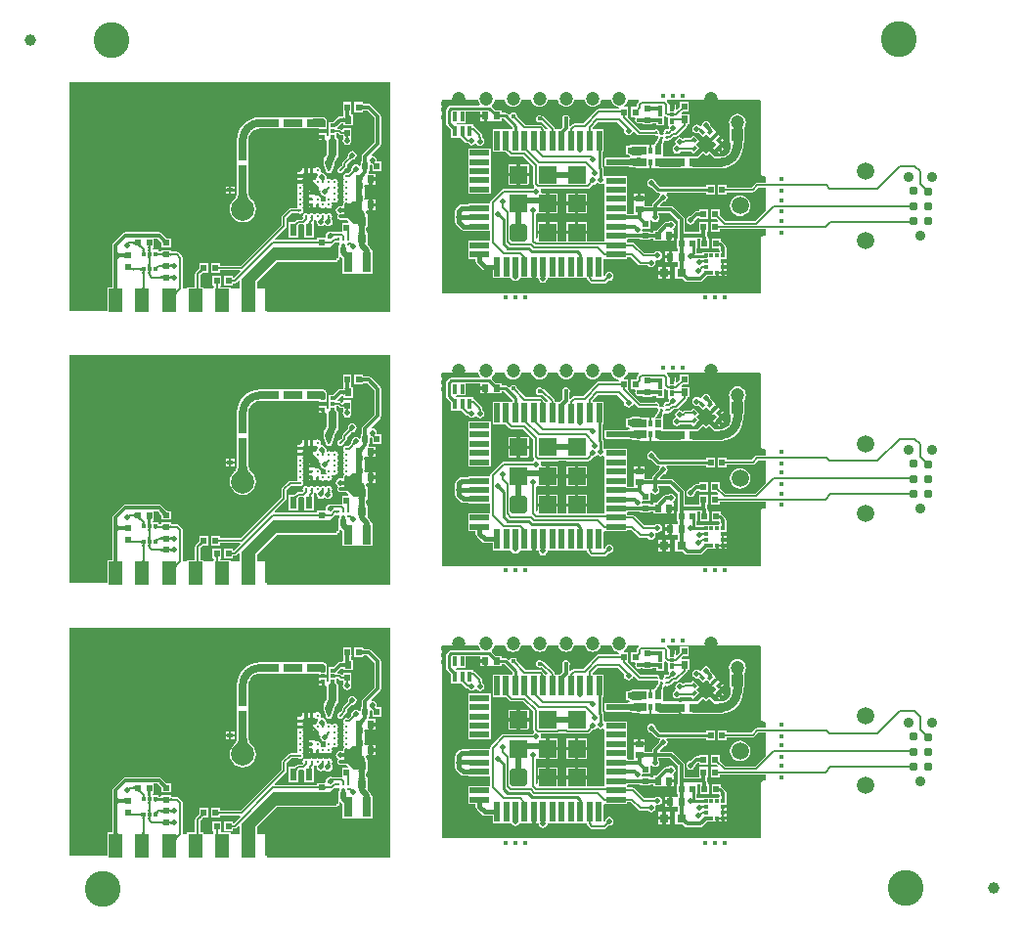
<source format=gbl>
G04*
G04 #@! TF.GenerationSoftware,Altium Limited,Altium Designer,19.1.7 (138)*
G04*
G04 Layer_Physical_Order=2*
G04 Layer_Color=16711680*
%FSAX25Y25*%
%MOIN*%
G70*
G01*
G75*
%ADD10C,0.03937*%
%ADD11R,0.02520X0.02362*%
%ADD14R,0.03150X0.03150*%
%ADD15R,0.02362X0.01968*%
%ADD19R,0.01968X0.02362*%
%ADD22R,0.02362X0.02520*%
%ADD23R,0.05118X0.03543*%
%ADD24C,0.00787*%
%ADD25C,0.01181*%
%ADD26C,0.01575*%
%ADD27C,0.00984*%
%ADD28C,0.01968*%
%ADD29C,0.00600*%
%ADD30C,0.04724*%
%ADD31C,0.00591*%
%ADD32C,0.00598*%
%ADD33C,0.12205*%
%ADD34C,0.01575*%
%ADD35C,0.03543*%
%ADD36C,0.05906*%
%ADD37C,0.01968*%
%ADD38C,0.02953*%
%ADD39R,0.02362X0.02953*%
G04:AMPARAMS|DCode=40|XSize=11.81mil|YSize=18.7mil|CornerRadius=0mil|HoleSize=0mil|Usage=FLASHONLY|Rotation=45.000|XOffset=0mil|YOffset=0mil|HoleType=Round|Shape=Rectangle|*
%AMROTATEDRECTD40*
4,1,4,0.00244,-0.01079,-0.01079,0.00244,-0.00244,0.01079,0.01079,-0.00244,0.00244,-0.01079,0.0*
%
%ADD40ROTATEDRECTD40*%

G04:AMPARAMS|DCode=41|XSize=11.81mil|YSize=18.7mil|CornerRadius=0mil|HoleSize=0mil|Usage=FLASHONLY|Rotation=315.000|XOffset=0mil|YOffset=0mil|HoleType=Round|Shape=Rectangle|*
%AMROTATEDRECTD41*
4,1,4,-0.01079,-0.00244,0.00244,0.01079,0.01079,0.00244,-0.00244,-0.01079,-0.01079,-0.00244,0.0*
%
%ADD41ROTATEDRECTD41*%

%ADD42P,0.05568X4X180.0*%
%ADD43R,0.01968X0.02953*%
%ADD44R,0.01181X0.01968*%
%ADD45R,0.01968X0.02803*%
%ADD46R,0.01575X0.01968*%
%ADD47R,0.01575X0.01181*%
%ADD48C,0.03110*%
%ADD49C,0.01181*%
%ADD50R,0.01575X0.03543*%
%ADD51R,0.05906X0.05906*%
G04:AMPARAMS|DCode=52|XSize=59.06mil|YSize=59.06mil|CornerRadius=5.91mil|HoleSize=0mil|Usage=FLASHONLY|Rotation=360.000|XOffset=0mil|YOffset=0mil|HoleType=Round|Shape=RoundedRectangle|*
%AMROUNDEDRECTD52*
21,1,0.05906,0.04724,0,0,360.0*
21,1,0.04724,0.05906,0,0,360.0*
1,1,0.01181,0.02362,-0.02362*
1,1,0.01181,-0.02362,-0.02362*
1,1,0.01181,-0.02362,0.02362*
1,1,0.01181,0.02362,0.02362*
%
%ADD52ROUNDEDRECTD52*%
%ADD53R,0.01968X0.06693*%
%ADD54R,0.06693X0.01968*%
%ADD55R,0.01181X0.01181*%
%ADD56R,0.01181X0.01181*%
%ADD57R,0.02441X0.02244*%
%ADD58R,0.03937X0.03937*%
%ADD59R,0.03937X0.08661*%
%ADD60R,0.04134X0.08661*%
%ADD61R,0.03150X0.03150*%
%ADD62C,0.00866*%
%ADD63C,0.01000*%
%ADD64C,0.02803*%
%ADD65C,0.02803*%
%ADD66R,0.42126X0.07874*%
%ADD67R,0.04724X0.07874*%
%ADD68R,0.02362X0.04331*%
%ADD69R,0.01181X0.01772*%
%ADD70R,0.02756X0.06693*%
%ADD71R,0.02803X0.02244*%
%ADD72R,0.02244X0.02803*%
%ADD73R,0.01968X0.01575*%
%ADD74R,0.02803X0.02520*%
%ADD75R,0.02362X0.02803*%
%ADD76C,0.07874*%
G36*
X0239166Y0380555D02*
X0239201Y0380457D01*
X0239260Y0380370D01*
X0239343Y0380295D01*
X0239449Y0380231D01*
X0239579Y0380179D01*
X0239733Y0380138D01*
X0239910Y0380110D01*
X0240111Y0380092D01*
X0240335Y0380086D01*
Y0378905D01*
X0240111Y0378899D01*
X0239910Y0378882D01*
X0239733Y0378853D01*
X0239579Y0378813D01*
X0239449Y0378761D01*
X0239343Y0378697D01*
X0239260Y0378622D01*
X0239201Y0378535D01*
X0239166Y0378437D01*
X0239154Y0378327D01*
Y0380665D01*
X0239166Y0380555D01*
D02*
G37*
G36*
X0287960Y0381733D02*
X0288248Y0381036D01*
X0288707Y0380438D01*
X0289305Y0379980D01*
X0290001Y0379691D01*
X0290748Y0379593D01*
X0291495Y0379691D01*
X0292192Y0379980D01*
X0292789Y0380438D01*
X0293248Y0381036D01*
X0293537Y0381733D01*
X0293567Y0381962D01*
X0297003D01*
X0297033Y0381733D01*
X0297322Y0381036D01*
X0297781Y0380438D01*
X0298378Y0379980D01*
X0299075Y0379691D01*
X0299822Y0379593D01*
X0300569Y0379691D01*
X0301265Y0379980D01*
X0301863Y0380438D01*
X0302322Y0381036D01*
X0302610Y0381733D01*
X0302641Y0381962D01*
X0306051D01*
X0306081Y0381733D01*
X0306369Y0381036D01*
X0306828Y0380438D01*
X0307426Y0379980D01*
X0308122Y0379691D01*
X0308869Y0379593D01*
X0309617Y0379691D01*
X0310313Y0379980D01*
X0310911Y0380438D01*
X0311370Y0381036D01*
X0311658Y0381733D01*
X0311688Y0381962D01*
X0315098D01*
X0315128Y0381733D01*
X0315417Y0381036D01*
X0315876Y0380438D01*
X0316473Y0379980D01*
X0317170Y0379691D01*
X0317917Y0379593D01*
X0318664Y0379691D01*
X0319360Y0379980D01*
X0319958Y0380438D01*
X0320417Y0381036D01*
X0320705Y0381733D01*
X0320736Y0381962D01*
X0324172D01*
X0324202Y0381733D01*
X0324491Y0381036D01*
X0324949Y0380438D01*
X0325547Y0379980D01*
X0326244Y0379691D01*
X0326537Y0379653D01*
X0326702Y0379602D01*
X0326808Y0379045D01*
X0326627Y0378864D01*
X0320039D01*
X0319691Y0378794D01*
X0319395Y0378597D01*
X0314701Y0373903D01*
X0311575D01*
X0311226Y0373833D01*
X0310930Y0373636D01*
X0310353Y0373059D01*
X0309891Y0373250D01*
Y0374976D01*
X0309992Y0375127D01*
X0310092Y0375629D01*
X0309992Y0376132D01*
X0309708Y0376558D01*
X0309282Y0376842D01*
X0308779Y0376942D01*
X0308277Y0376842D01*
X0307851Y0376558D01*
X0307567Y0376132D01*
X0307467Y0375629D01*
X0307567Y0375127D01*
X0307667Y0374976D01*
Y0372786D01*
X0306814Y0371933D01*
X0306124D01*
X0305626Y0371936D01*
X0305234Y0371936D01*
X0305053Y0372118D01*
X0304983Y0372466D01*
X0304786Y0372762D01*
X0301353Y0376195D01*
X0301057Y0376393D01*
X0300709Y0376462D01*
X0300703D01*
X0300692Y0376479D01*
X0300266Y0376763D01*
X0299764Y0376863D01*
X0299261Y0376763D01*
X0298835Y0376479D01*
X0298551Y0376053D01*
X0298451Y0375551D01*
X0298551Y0375048D01*
X0298835Y0374623D01*
X0299261Y0374338D01*
X0299764Y0374238D01*
X0300266Y0374338D01*
X0300486Y0374485D01*
X0302575Y0372396D01*
X0302327Y0371936D01*
X0301845Y0371936D01*
X0301834Y0371994D01*
X0301636Y0372289D01*
X0300723Y0373203D01*
X0300427Y0373400D01*
X0300079Y0373470D01*
X0295085D01*
X0292135Y0376420D01*
X0292139Y0376440D01*
X0292039Y0376942D01*
X0291755Y0377368D01*
X0291329Y0377653D01*
X0290827Y0377752D01*
X0290324Y0377653D01*
X0289898Y0377368D01*
X0289705Y0377078D01*
X0289141Y0376934D01*
X0288825Y0377250D01*
X0288497Y0377469D01*
X0288110Y0377547D01*
X0286839D01*
Y0378295D01*
X0284893D01*
X0283532Y0379656D01*
X0283517Y0380275D01*
X0283731Y0380438D01*
X0284190Y0381036D01*
X0284478Y0381733D01*
X0284508Y0381962D01*
X0287929D01*
X0287960Y0381733D01*
D02*
G37*
G36*
X0333678Y0381462D02*
X0333214Y0380998D01*
X0333016Y0380702D01*
X0332947Y0380354D01*
Y0379668D01*
X0332794Y0379515D01*
X0330917D01*
Y0376153D01*
X0332177D01*
X0332449Y0375659D01*
X0332349Y0375157D01*
X0332449Y0374655D01*
X0332733Y0374229D01*
X0333159Y0373944D01*
X0333661Y0373844D01*
X0334164Y0373944D01*
X0334314Y0374045D01*
X0334972D01*
Y0373673D01*
X0338335D01*
Y0374045D01*
X0339697D01*
Y0373279D01*
X0342272D01*
Y0376204D01*
X0342355Y0376275D01*
X0342772Y0376412D01*
X0342978Y0376206D01*
X0343273Y0376008D01*
X0343622Y0375939D01*
X0343634D01*
Y0373279D01*
X0343685D01*
X0343940Y0372779D01*
X0343850Y0372329D01*
X0343795Y0372245D01*
X0343425Y0371942D01*
X0343149Y0371997D01*
X0342724Y0371913D01*
X0342363Y0371672D01*
X0342122Y0371311D01*
X0342038Y0370885D01*
X0342049Y0370826D01*
X0342041Y0370787D01*
X0342088Y0370552D01*
X0341951Y0370354D01*
X0341884Y0370288D01*
X0341695Y0370163D01*
X0341378Y0370226D01*
X0341061Y0370163D01*
X0340871Y0370288D01*
X0340805Y0370354D01*
X0340668Y0370552D01*
X0340714Y0370787D01*
X0340706Y0370826D01*
X0340718Y0370885D01*
X0340634Y0371311D01*
X0340392Y0371672D01*
X0340032Y0371913D01*
X0339606Y0371997D01*
X0339181Y0371913D01*
X0338860Y0371698D01*
X0334157D01*
X0330135Y0375720D01*
X0329949Y0376153D01*
X0329949D01*
X0329949Y0376153D01*
Y0379515D01*
X0328620D01*
X0328482Y0379859D01*
X0328481Y0380015D01*
X0329032Y0380438D01*
X0329491Y0381036D01*
X0329779Y0381733D01*
X0329810Y0381962D01*
X0333471D01*
X0333678Y0381462D01*
D02*
G37*
G36*
X0341850Y0369212D02*
X0341181Y0366141D01*
X0339212D01*
X0341107Y0369212D01*
X0341850Y0369212D01*
D02*
G37*
G36*
X0359488Y0361988D02*
Y0361752D01*
X0353740D01*
X0353622Y0361870D01*
X0355571Y0363818D01*
X0356398Y0362992D01*
X0356831D01*
X0357657Y0363818D01*
X0359488Y0361988D01*
D02*
G37*
G36*
X0243595Y0360878D02*
X0243569Y0360797D01*
X0243554Y0360717D01*
X0243550Y0360638D01*
X0243558Y0360561D01*
X0243576Y0360486D01*
X0243597Y0360435D01*
X0243671Y0360391D01*
X0243750Y0360357D01*
X0243817Y0360342D01*
X0243875Y0360346D01*
X0243921Y0360368D01*
X0243957Y0360409D01*
X0243331Y0359389D01*
X0243355Y0359443D01*
X0243363Y0359503D01*
X0243357Y0359570D01*
X0243336Y0359643D01*
X0243301Y0359724D01*
X0243250Y0359810D01*
X0243185Y0359904D01*
X0243106Y0360004D01*
X0243022Y0360094D01*
X0242934Y0360168D01*
X0242863Y0360220D01*
X0242708Y0360321D01*
X0242535Y0360417D01*
X0242345Y0360510D01*
X0243099Y0360775D01*
X0243122Y0360839D01*
X0243165Y0360798D01*
X0243632Y0360962D01*
X0243595Y0360878D01*
D02*
G37*
G36*
X0240949Y0361378D02*
X0240979Y0361000D01*
X0241006Y0360846D01*
X0241040Y0360716D01*
X0241082Y0360610D01*
X0241132Y0360527D01*
X0241189Y0360468D01*
X0241254Y0360433D01*
X0241327Y0360421D01*
X0239382D01*
X0239455Y0360433D01*
X0239520Y0360468D01*
X0239577Y0360527D01*
X0239626Y0360610D01*
X0239668Y0360716D01*
X0239703Y0360846D01*
X0239729Y0361000D01*
X0239749Y0361177D01*
X0239764Y0361602D01*
X0240945D01*
X0240949Y0361378D01*
D02*
G37*
G36*
X0334173Y0362279D02*
Y0359330D01*
X0334094D01*
X0329142Y0359818D01*
X0329067D01*
Y0361787D01*
X0329142D01*
X0334094Y0362283D01*
X0334173Y0362279D01*
D02*
G37*
G36*
X0248892Y0387868D02*
Y0310163D01*
X0206102Y0310163D01*
Y0317520D01*
X0203533D01*
Y0319973D01*
X0210264Y0326703D01*
X0230433Y0326703D01*
X0230816Y0326862D01*
X0230946Y0327177D01*
X0231524D01*
Y0328417D01*
X0232024Y0328624D01*
X0232728Y0327919D01*
Y0322833D01*
X0235984D01*
Y0322807D01*
X0239528D01*
Y0322833D01*
X0242783D01*
Y0330526D01*
X0242419Y0330669D01*
X0242304Y0331248D01*
X0241976Y0331739D01*
X0241976Y0331739D01*
X0241535Y0332180D01*
X0241287Y0332571D01*
X0241287D01*
X0241287Y0332571D01*
Y0336119D01*
X0241296Y0336134D01*
X0241287Y0336168D01*
Y0336175D01*
X0241301Y0336209D01*
X0241287Y0336242D01*
Y0336721D01*
X0240875D01*
X0240842Y0336740D01*
X0240814Y0336800D01*
X0240779Y0336915D01*
X0240748Y0337066D01*
X0240704Y0337525D01*
X0240699Y0337791D01*
X0240717Y0338289D01*
X0240737Y0338474D01*
X0240764Y0338626D01*
X0240793Y0338735D01*
X0240800Y0338752D01*
X0241327D01*
Y0342902D01*
X0241181D01*
X0240765Y0343110D01*
X0240650Y0343689D01*
X0240495Y0343921D01*
X0240762Y0344421D01*
X0241575D01*
Y0346181D01*
Y0347941D01*
X0240567D01*
X0240484Y0347941D01*
X0240249D01*
X0239982Y0348441D01*
X0240067Y0348831D01*
X0240076Y0349196D01*
X0240067Y0349271D01*
Y0349272D01*
X0240096Y0349343D01*
X0240067Y0349413D01*
Y0351768D01*
X0240096Y0351838D01*
X0240067Y0351909D01*
X0240067Y0351910D01*
X0240076Y0351985D01*
X0240067Y0352350D01*
X0240024Y0352679D01*
X0240356Y0353162D01*
X0240484D01*
Y0353162D01*
X0241575D01*
Y0354921D01*
X0242165D01*
Y0355512D01*
X0243847D01*
Y0356681D01*
X0241819D01*
X0241528Y0357071D01*
X0241694Y0357571D01*
X0241839D01*
Y0359631D01*
X0242163Y0359854D01*
X0242339Y0359907D01*
X0242427Y0359857D01*
X0242555Y0359774D01*
X0242600Y0359741D01*
X0242649Y0359701D01*
X0242695Y0359651D01*
X0242751Y0359580D01*
X0242793Y0359520D01*
X0242807Y0359496D01*
Y0359278D01*
X0242805Y0359263D01*
X0242807Y0359260D01*
Y0357571D01*
X0245776D01*
Y0360933D01*
X0244567D01*
X0244249Y0361320D01*
X0244267Y0361406D01*
X0244151Y0361985D01*
X0243823Y0362476D01*
X0243332Y0362804D01*
X0242753Y0362919D01*
X0242720Y0362912D01*
X0242473Y0363373D01*
X0245408Y0366308D01*
X0245649Y0366668D01*
X0245733Y0367094D01*
Y0376344D01*
X0245649Y0376770D01*
X0245408Y0377130D01*
X0245408Y0377130D01*
X0242256Y0380282D01*
X0241895Y0380523D01*
X0241470Y0380608D01*
X0241470Y0380608D01*
X0240393D01*
X0240349Y0380627D01*
X0240141Y0380633D01*
X0239977Y0380647D01*
X0239846Y0380668D01*
X0239750Y0380694D01*
X0239693Y0380716D01*
X0239692Y0380723D01*
X0239666Y0380770D01*
Y0381177D01*
X0239225D01*
X0239154Y0381206D01*
X0239126Y0381194D01*
X0239096Y0381203D01*
X0239048Y0381177D01*
X0236698D01*
Y0377815D01*
X0239048D01*
X0239096Y0377789D01*
X0239126Y0377797D01*
X0239154Y0377785D01*
X0239225Y0377815D01*
X0239666D01*
Y0378221D01*
X0239692Y0378269D01*
X0239693Y0378275D01*
X0239750Y0378298D01*
X0239846Y0378323D01*
X0239977Y0378345D01*
X0240141Y0378359D01*
X0240349Y0378364D01*
X0240393Y0378384D01*
X0241009D01*
X0243509Y0375884D01*
Y0367554D01*
X0239568Y0363613D01*
X0239327Y0363252D01*
X0239242Y0362827D01*
X0239242Y0362827D01*
Y0361664D01*
X0239223Y0361622D01*
X0239208Y0361216D01*
X0239193Y0361075D01*
X0239174Y0360962D01*
X0239166Y0360933D01*
X0238870D01*
Y0360492D01*
X0238841Y0360421D01*
X0238858Y0360379D01*
X0238848Y0360334D01*
X0238870Y0360298D01*
Y0359543D01*
X0238370Y0359392D01*
X0238275Y0359535D01*
X0237784Y0359863D01*
X0237205Y0359978D01*
X0236625Y0359863D01*
X0236134Y0359535D01*
X0235806Y0359044D01*
X0235701Y0358516D01*
X0235679Y0358465D01*
X0235678Y0358376D01*
X0235672Y0358309D01*
X0235663Y0358249D01*
X0235651Y0358197D01*
X0235636Y0358150D01*
X0235619Y0358109D01*
X0235601Y0358072D01*
X0235580Y0358039D01*
X0235556Y0358008D01*
X0235513Y0357961D01*
X0235493Y0357905D01*
X0234528Y0356940D01*
X0234363Y0357051D01*
X0233937Y0357136D01*
X0233511Y0357051D01*
X0233151Y0356810D01*
X0232910Y0356449D01*
X0232825Y0356024D01*
X0232910Y0355598D01*
X0233056Y0355379D01*
X0233116Y0355039D01*
X0233056Y0354699D01*
X0232910Y0354481D01*
X0232825Y0354055D01*
X0232910Y0353630D01*
X0233056Y0353411D01*
X0233116Y0353071D01*
X0233056Y0352731D01*
X0232910Y0352512D01*
X0232825Y0352087D01*
X0232910Y0351661D01*
X0233056Y0351442D01*
X0233116Y0351102D01*
X0233056Y0350763D01*
X0232910Y0350544D01*
X0232825Y0350118D01*
X0232910Y0349693D01*
X0233056Y0349474D01*
X0233116Y0349134D01*
X0233056Y0348794D01*
X0232910Y0348575D01*
X0232825Y0348150D01*
X0232910Y0347724D01*
X0233056Y0347505D01*
X0233081Y0347446D01*
X0233119Y0347185D01*
X0233056Y0346826D01*
X0232910Y0346607D01*
X0232825Y0346181D01*
Y0346118D01*
X0232482Y0345874D01*
X0232325Y0345821D01*
X0231811Y0345923D01*
X0231232Y0345808D01*
X0230741Y0345480D01*
X0230413Y0344989D01*
X0230298Y0344409D01*
X0230413Y0343830D01*
X0230741Y0343339D01*
X0231182Y0343045D01*
Y0343030D01*
X0230941Y0342670D01*
X0230857Y0342244D01*
X0230941Y0341819D01*
X0231182Y0341458D01*
X0231543Y0341217D01*
X0231968Y0341132D01*
X0233937D01*
X0234062Y0341157D01*
X0234690Y0340529D01*
X0234499Y0340067D01*
X0232453D01*
Y0337024D01*
X0232323Y0336917D01*
X0229700D01*
X0229677Y0336933D01*
X0229627Y0336923D01*
X0229581Y0336943D01*
X0229501Y0336944D01*
X0229437Y0336947D01*
X0229210Y0336970D01*
X0229158Y0336979D01*
X0228938Y0337030D01*
X0228871Y0337049D01*
X0228865Y0337049D01*
X0228860Y0337052D01*
X0228753Y0337039D01*
X0228425Y0337104D01*
X0227846Y0336989D01*
X0227355Y0336661D01*
X0227027Y0336170D01*
X0226912Y0335591D01*
X0226952Y0335386D01*
X0226555Y0334887D01*
X0223813D01*
Y0334245D01*
X0223812Y0334245D01*
X0223712Y0334243D01*
X0223655Y0334217D01*
X0209679D01*
X0209487Y0334679D01*
X0213250Y0338442D01*
X0213426Y0338705D01*
X0213488Y0339016D01*
Y0341790D01*
X0215100Y0343402D01*
X0217019D01*
X0217078Y0343376D01*
X0217163Y0343375D01*
X0217312Y0343364D01*
X0217361Y0343356D01*
X0217408Y0343347D01*
X0217445Y0343337D01*
X0217472Y0343328D01*
X0217489Y0343320D01*
X0217497Y0343316D01*
X0217522Y0343299D01*
X0217627Y0343276D01*
X0217763Y0343185D01*
X0218189Y0343101D01*
X0218615Y0343185D01*
X0218975Y0343426D01*
X0219216Y0343787D01*
X0219301Y0344213D01*
X0219216Y0344638D01*
X0219070Y0344857D01*
X0219010Y0345197D01*
X0219070Y0345537D01*
X0219216Y0345756D01*
X0219301Y0346181D01*
X0219216Y0346607D01*
X0219070Y0346826D01*
X0219010Y0347165D01*
X0219070Y0347505D01*
X0219216Y0347724D01*
X0219301Y0348150D01*
X0219216Y0348575D01*
X0219070Y0348794D01*
X0219010Y0349134D01*
X0219070Y0349474D01*
X0219216Y0349693D01*
X0219301Y0350118D01*
X0219216Y0350544D01*
X0219070Y0350763D01*
X0219010Y0351102D01*
X0219070Y0351442D01*
X0219216Y0351661D01*
X0219301Y0352087D01*
X0219216Y0352512D01*
X0219070Y0352731D01*
X0219010Y0353071D01*
X0219070Y0353411D01*
X0219106Y0353465D01*
X0217272D01*
X0217308Y0353411D01*
X0217368Y0353071D01*
X0217308Y0352731D01*
X0217162Y0352512D01*
X0217077Y0352087D01*
X0217162Y0351661D01*
X0217308Y0351442D01*
X0217368Y0351102D01*
X0217308Y0350763D01*
X0217162Y0350544D01*
X0217077Y0350118D01*
X0217162Y0349693D01*
X0217308Y0349474D01*
X0217368Y0349134D01*
X0217308Y0348794D01*
X0217162Y0348575D01*
X0217077Y0348150D01*
X0217162Y0347724D01*
X0217308Y0347505D01*
X0217368Y0347165D01*
X0217308Y0346826D01*
X0217162Y0346607D01*
X0217077Y0346181D01*
X0217162Y0345756D01*
X0217289Y0345565D01*
X0217290Y0345559D01*
X0217291Y0345531D01*
X0217219Y0345260D01*
X0217108Y0345081D01*
X0217078Y0345049D01*
X0217078Y0345049D01*
X0217019Y0345023D01*
X0214764D01*
X0214454Y0344962D01*
X0214190Y0344786D01*
X0212104Y0342699D01*
X0211928Y0342436D01*
X0211866Y0342126D01*
Y0339352D01*
X0198011Y0325496D01*
X0190925D01*
X0190868Y0325521D01*
X0190776Y0325524D01*
Y0326366D01*
X0187807D01*
Y0323004D01*
X0190776D01*
Y0323847D01*
X0190868Y0323849D01*
X0190925Y0323874D01*
X0197653D01*
X0197845Y0323412D01*
X0195724Y0321292D01*
X0195224Y0321499D01*
Y0321996D01*
X0192256D01*
Y0318634D01*
X0195224D01*
Y0319472D01*
X0195225Y0319472D01*
X0195325Y0319475D01*
X0195382Y0319500D01*
X0195900D01*
X0196212Y0319562D01*
X0196476Y0319739D01*
X0197225Y0320488D01*
X0197687Y0320297D01*
X0197687Y0317873D01*
X0197334Y0317520D01*
X0194398D01*
Y0318020D01*
X0191224D01*
X0191047Y0318326D01*
X0191225Y0318634D01*
X0191287D01*
Y0321996D01*
X0188319D01*
Y0318634D01*
X0188461D01*
X0188741Y0318209D01*
X0188673Y0318020D01*
X0188673D01*
Y0317531D01*
X0188669Y0317520D01*
X0185343D01*
Y0318020D01*
X0184179D01*
Y0322221D01*
X0184502Y0322544D01*
X0184554Y0322563D01*
X0184868Y0322855D01*
X0184983Y0322948D01*
X0185062Y0323004D01*
X0185172D01*
X0185205Y0322983D01*
X0185250Y0322993D01*
X0185294Y0322975D01*
X0185366Y0323004D01*
X0186839D01*
Y0326366D01*
X0183870D01*
Y0324997D01*
X0183867Y0324994D01*
X0183870Y0324960D01*
Y0324954D01*
X0183849Y0324921D01*
X0183870Y0324826D01*
Y0324622D01*
X0183833Y0324556D01*
X0183774Y0324471D01*
X0183570Y0324228D01*
X0183436Y0324088D01*
X0183414Y0324033D01*
X0182623Y0323243D01*
X0182426Y0322947D01*
X0182357Y0322599D01*
Y0318020D01*
X0179618D01*
Y0317520D01*
X0178273D01*
Y0328150D01*
X0178204Y0328498D01*
X0178006Y0328794D01*
X0176825Y0329975D01*
X0176530Y0330173D01*
X0176181Y0330242D01*
X0174661D01*
X0174608Y0330265D01*
X0174473Y0330269D01*
X0174374Y0330278D01*
X0174319Y0330287D01*
Y0330815D01*
X0170957D01*
Y0330537D01*
X0170690Y0330362D01*
X0170465Y0330266D01*
X0169966Y0330271D01*
X0169887Y0330278D01*
X0169831Y0330287D01*
Y0330894D01*
X0168198D01*
X0167971Y0331279D01*
X0168153Y0331587D01*
X0168217D01*
Y0334676D01*
X0169658D01*
X0170172Y0334161D01*
X0170173Y0334152D01*
X0170201Y0334133D01*
X0170221Y0334112D01*
X0170238Y0334068D01*
X0170677Y0333597D01*
X0170827Y0333411D01*
X0170941Y0333250D01*
X0170957Y0333222D01*
Y0332854D01*
X0170943Y0332830D01*
X0170956Y0332785D01*
X0170940Y0332740D01*
X0170957Y0332705D01*
Y0331784D01*
X0174319D01*
Y0334752D01*
X0173424D01*
X0173400Y0334766D01*
X0173352Y0334752D01*
X0172915D01*
X0172804Y0334816D01*
X0172654Y0334921D01*
X0172263Y0335251D01*
X0172041Y0335465D01*
X0171995Y0335483D01*
X0170904Y0336574D01*
X0170544Y0336815D01*
X0170118Y0336899D01*
X0170118Y0336899D01*
X0158620D01*
X0158194Y0336815D01*
X0157834Y0336574D01*
X0157834Y0336574D01*
X0154529Y0333269D01*
X0154288Y0332908D01*
X0154203Y0332483D01*
X0154203Y0332483D01*
Y0329057D01*
X0154194Y0329043D01*
X0154203Y0328996D01*
Y0328878D01*
X0154194Y0328831D01*
X0154203Y0328817D01*
Y0318747D01*
X0154183Y0318703D01*
X0154178Y0318495D01*
X0154164Y0318332D01*
X0154142Y0318202D01*
X0154116Y0318106D01*
X0154092Y0318048D01*
X0154092Y0318048D01*
X0154077Y0318046D01*
X0154029Y0318020D01*
X0152453D01*
Y0310163D01*
X0139691D01*
Y0387868D01*
X0248892Y0387868D01*
D02*
G37*
G36*
X0241114Y0358087D02*
X0241078Y0358063D01*
X0241047Y0358022D01*
X0241020Y0357965D01*
X0240997Y0357892D01*
X0240978Y0357803D01*
X0240964Y0357697D01*
X0240947Y0357438D01*
X0240945Y0357284D01*
X0239764D01*
X0239762Y0357438D01*
X0239730Y0357803D01*
X0239712Y0357892D01*
X0239689Y0357965D01*
X0239661Y0358022D01*
X0239630Y0358063D01*
X0239595Y0358087D01*
X0239555Y0358095D01*
X0241154D01*
X0241114Y0358087D01*
D02*
G37*
G36*
X0237195Y0357480D02*
X0237088Y0357478D01*
X0236986Y0357470D01*
X0236888Y0357455D01*
X0236795Y0357434D01*
X0236707Y0357406D01*
X0236623Y0357372D01*
X0236544Y0357332D01*
X0236470Y0357285D01*
X0236401Y0357232D01*
X0236335Y0357172D01*
X0235912Y0357595D01*
X0235972Y0357661D01*
X0236025Y0357730D01*
X0236072Y0357804D01*
X0236112Y0357883D01*
X0236146Y0357967D01*
X0236174Y0358055D01*
X0236195Y0358148D01*
X0236210Y0358246D01*
X0236218Y0358348D01*
X0236220Y0358455D01*
X0237195Y0357480D01*
D02*
G37*
G36*
X0240390Y0356484D02*
X0240141Y0356227D01*
X0239752Y0355772D01*
X0239613Y0355575D01*
X0239510Y0355398D01*
X0239443Y0355241D01*
X0239413Y0355104D01*
X0239420Y0354987D01*
X0239463Y0354890D01*
X0239543Y0354814D01*
X0237570Y0356157D01*
X0237674Y0356106D01*
X0237793Y0356084D01*
X0237926Y0356093D01*
X0238072Y0356133D01*
X0238232Y0356202D01*
X0238406Y0356302D01*
X0238594Y0356432D01*
X0238795Y0356593D01*
X0239011Y0356783D01*
X0239240Y0357004D01*
X0240390Y0356484D01*
D02*
G37*
G36*
X0278901Y0381733D02*
X0279189Y0381036D01*
X0279490Y0380645D01*
X0279243Y0380145D01*
X0277222D01*
X0277183Y0380153D01*
X0274786D01*
X0274746Y0380145D01*
X0274663D01*
X0274623Y0380153D01*
X0272227D01*
X0272187Y0380145D01*
X0272104D01*
X0272064Y0380153D01*
X0269668D01*
X0269628Y0380145D01*
X0269619D01*
X0269232Y0380068D01*
X0268904Y0379849D01*
X0268143Y0379087D01*
X0267924Y0378759D01*
X0267847Y0378372D01*
Y0374055D01*
X0267924Y0373668D01*
X0268143Y0373339D01*
X0269579Y0371904D01*
Y0368988D01*
X0272912D01*
X0274434Y0367465D01*
X0274730Y0367268D01*
X0275079Y0367198D01*
X0275411D01*
X0275623Y0366882D01*
X0276114Y0366554D01*
X0276693Y0366439D01*
X0277272Y0366554D01*
X0277763Y0366882D01*
X0278260D01*
X0278339Y0366764D01*
X0278830Y0366436D01*
X0279409Y0366321D01*
X0279989Y0366436D01*
X0280480Y0366764D01*
X0280807Y0367255D01*
X0280923Y0367834D01*
X0280807Y0368413D01*
X0280480Y0368904D01*
X0280321Y0369010D01*
Y0369354D01*
X0280251Y0369703D01*
X0280175Y0369817D01*
Y0370056D01*
X0280105Y0370405D01*
X0279908Y0370700D01*
X0277917Y0372691D01*
X0277622Y0372889D01*
X0277273Y0372958D01*
X0277272D01*
Y0373531D01*
X0271194D01*
X0271144Y0373606D01*
X0271411Y0374106D01*
X0274712D01*
Y0378122D01*
X0274778D01*
X0274818Y0378130D01*
X0277151D01*
X0277190Y0378122D01*
X0279697D01*
Y0377126D01*
X0281378D01*
Y0376535D01*
X0281968D01*
Y0374775D01*
X0283059D01*
X0283059Y0374775D01*
X0283476D01*
Y0374775D01*
X0283559Y0374775D01*
X0286839D01*
Y0375523D01*
X0287691D01*
X0290532Y0372683D01*
Y0372003D01*
X0290059Y0371936D01*
X0289878D01*
Y0371936D01*
X0287220D01*
X0286909Y0371936D01*
X0286409Y0371936D01*
X0283752D01*
Y0364244D01*
X0286409D01*
X0286720Y0364244D01*
X0287220Y0364244D01*
X0288286D01*
X0289513Y0363017D01*
X0289809Y0362819D01*
X0290157Y0362750D01*
X0294268D01*
X0297711Y0359307D01*
Y0353251D01*
X0297780Y0352903D01*
X0297978Y0352607D01*
X0297987Y0352598D01*
X0297878Y0352000D01*
X0297610Y0351821D01*
X0297504Y0351663D01*
X0287602D01*
X0287254Y0351593D01*
X0286958Y0351396D01*
X0283187Y0347624D01*
X0282989Y0347329D01*
X0282920Y0346980D01*
Y0346563D01*
X0275484D01*
Y0346391D01*
X0273268D01*
X0272765Y0346291D01*
X0272340Y0346006D01*
X0271395Y0345061D01*
X0271110Y0344636D01*
X0271010Y0344133D01*
Y0342734D01*
X0270885Y0342547D01*
X0270770Y0341968D01*
X0270885Y0341389D01*
X0270971Y0341261D01*
Y0340275D01*
X0271071Y0339773D01*
X0271355Y0339347D01*
X0272851Y0337851D01*
X0273277Y0337566D01*
X0273779Y0337466D01*
X0275484D01*
Y0337295D01*
X0282920D01*
Y0333925D01*
X0275484D01*
Y0331275D01*
X0275484Y0330956D01*
X0275484Y0330456D01*
Y0327807D01*
X0278018D01*
Y0326929D01*
X0278118Y0326426D01*
X0278402Y0326000D01*
X0280174Y0324229D01*
X0280600Y0323944D01*
X0281102Y0323844D01*
X0283752D01*
Y0321310D01*
X0286441D01*
X0286720Y0321310D01*
X0287220Y0321310D01*
X0289909D01*
X0290290Y0321022D01*
X0290505Y0320701D01*
X0290996Y0320373D01*
X0291575Y0320258D01*
X0292154Y0320373D01*
X0292645Y0320701D01*
X0292860Y0321022D01*
X0293240Y0321310D01*
X0295890D01*
X0296209Y0321310D01*
X0296709Y0321310D01*
X0297283D01*
Y0325157D01*
X0298464D01*
Y0321310D01*
X0298955D01*
X0299404Y0321151D01*
X0299487Y0320864D01*
X0299547Y0320562D01*
X0299875Y0320071D01*
X0300366Y0319743D01*
X0300945Y0319628D01*
X0301524Y0319743D01*
X0302015Y0320071D01*
X0302343Y0320562D01*
X0302415Y0320924D01*
X0302606Y0321194D01*
X0302934Y0321310D01*
X0305339D01*
X0305657Y0321310D01*
X0306157Y0321310D01*
X0308488D01*
X0308807Y0321310D01*
X0309307Y0321310D01*
X0311638D01*
X0311957Y0321310D01*
X0312457Y0321310D01*
X0314748D01*
X0315106Y0321310D01*
X0315730Y0321310D01*
X0315821Y0321220D01*
X0315890Y0320871D01*
X0316088Y0320576D01*
X0317072Y0319591D01*
X0317368Y0319394D01*
X0317716Y0319324D01*
X0321850D01*
X0322199Y0319394D01*
X0322495Y0319591D01*
X0323290Y0320387D01*
X0323543Y0320337D01*
X0324122Y0320452D01*
X0324613Y0320780D01*
X0324941Y0321271D01*
X0325057Y0321850D01*
X0324941Y0322429D01*
X0324613Y0322920D01*
X0324122Y0323248D01*
X0323543Y0323363D01*
X0322964Y0323248D01*
X0322473Y0322920D01*
X0322145Y0322429D01*
X0322070Y0322052D01*
X0321905Y0321936D01*
X0321409Y0322194D01*
X0321405Y0322201D01*
Y0323395D01*
X0321474Y0323740D01*
X0321405Y0324084D01*
Y0327561D01*
X0321905Y0327857D01*
X0321941Y0327837D01*
Y0327807D01*
X0329634D01*
Y0328380D01*
X0330961D01*
X0333529Y0325812D01*
X0333824Y0325614D01*
X0334173Y0325545D01*
X0336619D01*
X0336725Y0325386D01*
X0337216Y0325058D01*
X0337795Y0324943D01*
X0338374Y0325058D01*
X0338865Y0325386D01*
X0339193Y0325877D01*
X0339309Y0326456D01*
X0339193Y0327035D01*
X0339144Y0327109D01*
X0339404Y0327429D01*
X0339489Y0327493D01*
X0340039Y0327384D01*
X0340618Y0327499D01*
X0341109Y0327827D01*
X0341437Y0328318D01*
X0341553Y0328897D01*
X0341437Y0329476D01*
X0341109Y0329967D01*
X0340618Y0330295D01*
X0340039Y0330410D01*
X0339460Y0330295D01*
X0338969Y0329967D01*
X0338863Y0329808D01*
X0335535D01*
X0332258Y0333085D01*
X0331963Y0333282D01*
X0331614Y0333352D01*
X0329987D01*
X0329634Y0333705D01*
Y0334164D01*
X0329987Y0334518D01*
X0333740D01*
X0334067Y0334185D01*
X0334067Y0334185D01*
X0334067Y0334185D01*
X0337429D01*
Y0334557D01*
X0338398D01*
Y0333909D01*
X0341677D01*
X0341760Y0333909D01*
Y0333909D01*
X0342177D01*
Y0333909D01*
X0343268D01*
Y0335669D01*
X0343858D01*
Y0336259D01*
X0345539D01*
Y0337429D01*
X0345539D01*
X0345277Y0337894D01*
X0345279Y0337929D01*
X0345716Y0338221D01*
X0346044Y0338712D01*
X0346159Y0339291D01*
X0346044Y0339870D01*
X0345716Y0340361D01*
X0345225Y0340689D01*
X0344646Y0340804D01*
X0344067Y0340689D01*
X0343638Y0340403D01*
X0342992D01*
X0342992Y0340403D01*
X0342566Y0340318D01*
X0342206Y0340077D01*
X0339557Y0337429D01*
X0338398D01*
Y0336781D01*
X0337429D01*
Y0337153D01*
X0335014D01*
X0334603Y0337653D01*
X0334624Y0337755D01*
X0334924Y0338122D01*
X0337429D01*
Y0340948D01*
X0337919Y0341114D01*
X0338142Y0340780D01*
X0338633Y0340452D01*
X0339212Y0340336D01*
X0339792Y0340452D01*
X0340283Y0340780D01*
X0340611Y0341271D01*
X0340726Y0341850D01*
X0340611Y0342429D01*
X0340324Y0342857D01*
Y0343415D01*
X0344264D01*
X0346959Y0340720D01*
Y0334594D01*
X0346586D01*
Y0331232D01*
X0346959D01*
Y0330391D01*
X0346459Y0330263D01*
X0346012D01*
X0345929Y0330263D01*
X0344921D01*
Y0328503D01*
Y0326744D01*
X0345929D01*
X0346012Y0326744D01*
X0346429D01*
X0346498Y0326744D01*
X0346998Y0326711D01*
Y0325066D01*
X0346035D01*
Y0320917D01*
X0348612D01*
X0349292Y0320237D01*
X0349653Y0319996D01*
X0350079Y0319911D01*
X0350079Y0319911D01*
X0354449D01*
X0354449Y0319911D01*
X0354874Y0319996D01*
X0355235Y0320237D01*
X0356878Y0321880D01*
X0358386D01*
X0358493Y0321901D01*
X0359764D01*
Y0322992D01*
X0360945D01*
Y0321901D01*
X0361732D01*
Y0322992D01*
X0362323D01*
Y0323582D01*
X0363413D01*
Y0324370D01*
X0362323D01*
Y0325551D01*
X0363413D01*
Y0326051D01*
X0363413D01*
Y0326338D01*
X0362323D01*
Y0327519D01*
X0363413D01*
Y0327807D01*
X0363413D01*
Y0329988D01*
X0363413D01*
X0363414Y0330487D01*
X0363535Y0330668D01*
X0363635Y0331171D01*
X0363535Y0331673D01*
X0363333Y0331976D01*
X0363265Y0332319D01*
X0363044Y0332650D01*
X0362059Y0333634D01*
X0361729Y0333855D01*
X0361405Y0333919D01*
Y0334594D01*
X0358437D01*
Y0331232D01*
X0360960D01*
X0361010Y0331171D01*
X0361110Y0330668D01*
X0361231Y0330488D01*
X0361058Y0329988D01*
X0356914D01*
X0356909Y0329990D01*
X0355925D01*
X0355921Y0329988D01*
X0355327D01*
Y0329838D01*
X0353146D01*
Y0331232D01*
X0353492D01*
Y0334594D01*
X0353975Y0334636D01*
X0354017D01*
X0354500Y0334594D01*
Y0331232D01*
X0357468D01*
Y0334594D01*
X0357096D01*
Y0335157D01*
X0357096Y0335157D01*
X0357011Y0335582D01*
X0356791Y0335913D01*
X0356821Y0336063D01*
X0356821Y0336063D01*
Y0336980D01*
X0357193D01*
Y0340342D01*
X0354224D01*
Y0336980D01*
X0353774Y0336859D01*
X0349183D01*
Y0341180D01*
X0349183Y0341181D01*
X0349098Y0341606D01*
X0348857Y0341967D01*
X0345511Y0345313D01*
X0345511Y0345313D01*
X0345150Y0345554D01*
X0344724Y0345639D01*
X0341015D01*
X0340823Y0346101D01*
X0342003Y0347280D01*
X0342508Y0347381D01*
X0342999Y0347709D01*
X0343327Y0348200D01*
X0343442Y0348779D01*
X0343327Y0349358D01*
X0343040Y0349787D01*
X0343111Y0350050D01*
X0343244Y0350287D01*
X0356626D01*
Y0349618D01*
X0359594D01*
Y0352980D01*
X0356626D01*
Y0352310D01*
X0340734D01*
X0339452Y0353592D01*
X0339466Y0353661D01*
X0339351Y0354240D01*
X0339023Y0354731D01*
X0338532Y0355059D01*
X0337953Y0355174D01*
X0337373Y0355059D01*
X0336883Y0354731D01*
X0336555Y0354240D01*
X0336439Y0353661D01*
X0336555Y0353082D01*
X0336883Y0352591D01*
X0337373Y0352263D01*
X0337953Y0352148D01*
X0338022Y0352161D01*
X0339600Y0350583D01*
X0339928Y0350364D01*
X0340315Y0350287D01*
X0340615D01*
X0340747Y0350050D01*
X0340818Y0349787D01*
X0340531Y0349358D01*
X0340430Y0348853D01*
X0338426Y0346849D01*
X0338426Y0346849D01*
X0338185Y0346488D01*
X0338101Y0346062D01*
Y0345639D01*
X0335572D01*
X0335539Y0346139D01*
X0335539Y0346208D01*
Y0346625D01*
X0335539Y0346708D01*
Y0347716D01*
X0332020D01*
Y0346708D01*
X0332020Y0346625D01*
Y0346208D01*
X0332020Y0346126D01*
Y0343001D01*
X0329987D01*
X0329634Y0343355D01*
X0329634Y0343874D01*
Y0346227D01*
X0329642Y0346724D01*
X0329642Y0347059D01*
Y0349374D01*
X0329642Y0349692D01*
X0329642Y0350192D01*
Y0352523D01*
X0329642Y0353023D01*
X0329642Y0353342D01*
Y0355992D01*
X0321949D01*
X0321720Y0356397D01*
Y0358335D01*
X0321643Y0358722D01*
X0321424Y0359050D01*
X0321181Y0359293D01*
Y0364244D01*
X0321563D01*
Y0371936D01*
X0318752D01*
X0318252Y0371936D01*
X0318094Y0371936D01*
X0317824D01*
X0317741Y0372436D01*
X0319629Y0374324D01*
X0326355D01*
X0328668Y0372011D01*
X0328566Y0371496D01*
X0328681Y0370916D01*
X0329009Y0370426D01*
X0329500Y0370097D01*
X0330079Y0369982D01*
X0330658Y0370097D01*
X0331149Y0370426D01*
X0331477Y0370916D01*
X0331506Y0371064D01*
X0332049Y0371229D01*
X0333135Y0370143D01*
X0333431Y0369945D01*
X0333779Y0369876D01*
X0339154D01*
X0339181Y0369858D01*
X0339606Y0369773D01*
X0339952Y0369842D01*
X0340169Y0369677D01*
X0340335Y0369459D01*
X0340266Y0369114D01*
X0340301Y0368937D01*
X0338941Y0366732D01*
X0334239Y0366732D01*
X0334239Y0366732D01*
X0333779Y0366778D01*
X0333757Y0366778D01*
X0331535D01*
X0330764Y0366625D01*
X0330199Y0366248D01*
X0329303D01*
Y0363279D01*
X0330199D01*
X0330642Y0362983D01*
X0330554Y0362472D01*
X0329115Y0362328D01*
X0329067D01*
X0328967Y0362287D01*
X0321949D01*
Y0359318D01*
X0328967D01*
X0329067Y0359277D01*
X0329115D01*
X0333594Y0358836D01*
Y0358830D01*
X0333705Y0358821D01*
X0334167Y0358654D01*
Y0358654D01*
X0334167Y0358654D01*
X0347146D01*
X0347340Y0358692D01*
X0348149D01*
Y0358654D01*
X0361614D01*
X0361642Y0358659D01*
X0363071Y0358800D01*
X0364471Y0359225D01*
X0365761Y0359914D01*
X0366893Y0360843D01*
X0367821Y0361974D01*
X0368511Y0363265D01*
X0368936Y0364665D01*
X0369076Y0366094D01*
X0369082Y0366122D01*
Y0367499D01*
X0369594D01*
Y0372436D01*
X0369594D01*
X0369518Y0372592D01*
X0369744Y0372887D01*
X0370033Y0373583D01*
X0370131Y0374330D01*
X0370033Y0375077D01*
X0369744Y0375774D01*
X0369285Y0376372D01*
X0368688Y0376830D01*
X0367991Y0377119D01*
X0367244Y0377217D01*
X0366497Y0377119D01*
X0365801Y0376830D01*
X0365203Y0376372D01*
X0364744Y0375774D01*
X0364456Y0375077D01*
X0364357Y0374330D01*
X0364456Y0373583D01*
X0364723Y0372937D01*
X0364657Y0372436D01*
X0364657D01*
Y0367499D01*
X0365052D01*
Y0366122D01*
X0365063Y0366066D01*
X0364952Y0365227D01*
X0364607Y0364394D01*
X0364058Y0363678D01*
X0363342Y0363129D01*
X0362509Y0362783D01*
X0361669Y0362673D01*
X0361614Y0362684D01*
X0359557D01*
X0358040Y0364201D01*
X0357941Y0364242D01*
X0357754Y0364429D01*
X0357677Y0364352D01*
X0357657Y0364360D01*
X0357275Y0364201D01*
X0356614Y0363541D01*
X0355954Y0364201D01*
X0355571Y0364360D01*
X0355551Y0364352D01*
X0355474Y0364429D01*
X0355287Y0364242D01*
X0355188Y0364201D01*
X0353671Y0362684D01*
X0352205D01*
Y0362841D01*
X0352047Y0362684D01*
X0348149D01*
Y0362645D01*
X0347340D01*
X0347146Y0362684D01*
X0341890D01*
X0341890Y0366732D01*
X0341890D01*
X0341869Y0366757D01*
X0342116Y0367891D01*
X0342677Y0368117D01*
X0342724Y0368086D01*
X0343149Y0368002D01*
X0343575Y0368086D01*
X0343896Y0368301D01*
X0344055D01*
X0344404Y0368370D01*
X0344699Y0368568D01*
X0344888Y0368756D01*
X0345036Y0368855D01*
X0345663Y0369482D01*
X0346378D01*
X0346727Y0369551D01*
X0347022Y0369749D01*
X0349817Y0372544D01*
X0350015Y0372840D01*
X0350084Y0373188D01*
Y0373515D01*
X0350854D01*
Y0377035D01*
X0348387D01*
X0348195Y0377497D01*
X0348702Y0378003D01*
X0350579D01*
Y0381366D01*
X0347610D01*
Y0379489D01*
X0346671Y0378549D01*
X0346209Y0378741D01*
Y0380421D01*
X0345512D01*
Y0378937D01*
X0344331D01*
Y0380421D01*
X0343890D01*
X0343834Y0380702D01*
X0343636Y0380998D01*
X0343172Y0381462D01*
X0343379Y0381962D01*
X0345178D01*
X0345236Y0381951D01*
X0345295Y0381962D01*
X0348524Y0381962D01*
X0348583Y0381951D01*
X0348641Y0381962D01*
X0374916D01*
X0375270Y0381609D01*
X0375270Y0367126D01*
Y0360826D01*
X0375270Y0360826D01*
X0375270Y0360826D01*
X0375270Y0360039D01*
Y0356889D01*
X0375339Y0356541D01*
X0375537Y0356245D01*
X0375832Y0356048D01*
X0376181Y0355978D01*
X0376484D01*
X0376837Y0355625D01*
X0376837Y0353689D01*
X0373976D01*
X0373976Y0353689D01*
X0373664Y0353627D01*
X0373399Y0353450D01*
X0372064Y0352114D01*
X0363531D01*
Y0352980D01*
X0360563D01*
Y0349618D01*
X0363531D01*
Y0350483D01*
X0372401D01*
X0372714Y0350545D01*
X0372978Y0350722D01*
X0372978Y0350722D01*
X0374314Y0352058D01*
X0376837D01*
Y0344250D01*
X0373164Y0340577D01*
X0363175D01*
X0361130Y0342621D01*
Y0344633D01*
X0358161D01*
Y0341271D01*
X0360173D01*
X0360640Y0340804D01*
X0360449Y0340342D01*
X0358161D01*
Y0336980D01*
X0361130D01*
Y0337845D01*
X0376837D01*
Y0335753D01*
X0376181D01*
X0375832Y0335684D01*
X0375537Y0335486D01*
X0375339Y0335191D01*
X0375270Y0334842D01*
X0375270Y0332480D01*
X0375270Y0316068D01*
X0362854D01*
X0362795Y0316080D01*
X0362737Y0316068D01*
X0359507D01*
X0359449Y0316080D01*
X0359390Y0316068D01*
X0356161D01*
X0356102Y0316080D01*
X0356044Y0316068D01*
X0294940Y0316068D01*
X0294882Y0316080D01*
X0294823Y0316068D01*
X0291594Y0316068D01*
X0291535Y0316080D01*
X0291477Y0316068D01*
X0288247D01*
X0288189Y0316080D01*
X0288130Y0316068D01*
X0266601D01*
X0266601Y0381962D01*
X0278871D01*
X0278901Y0381733D01*
D02*
G37*
G36*
X0320129Y0353444D02*
X0320709Y0353329D01*
X0321288Y0353444D01*
X0321449Y0353552D01*
X0321949Y0353284D01*
X0321949Y0352842D01*
X0321949Y0352523D01*
Y0350192D01*
X0321949Y0349873D01*
X0321949Y0349374D01*
Y0347059D01*
X0321941Y0346563D01*
X0321941Y0346227D01*
Y0343874D01*
X0321941Y0343594D01*
X0321941Y0343094D01*
Y0340405D01*
X0321941D01*
Y0340224D01*
X0321941D01*
Y0337255D01*
X0321941D01*
Y0337114D01*
X0321941D01*
Y0334425D01*
X0321941Y0334145D01*
X0321574Y0333824D01*
X0315862D01*
Y0336200D01*
X0308957D01*
Y0333824D01*
X0306020D01*
Y0336200D01*
X0299114D01*
Y0334911D01*
X0298614Y0334644D01*
X0298588Y0334661D01*
Y0342959D01*
X0298678Y0343026D01*
X0299114Y0343181D01*
Y0343181D01*
X0301976D01*
Y0346633D01*
Y0350086D01*
X0300571D01*
X0300161Y0350586D01*
X0300194Y0350751D01*
X0300101Y0351218D01*
X0300375Y0351718D01*
X0305890D01*
X0306127Y0351765D01*
X0308849D01*
X0309086Y0351718D01*
X0316094D01*
X0316443Y0351788D01*
X0316739Y0351985D01*
X0317838Y0353084D01*
X0317992Y0353053D01*
X0318571Y0353168D01*
X0319062Y0353496D01*
X0319142Y0353615D01*
X0319638Y0353772D01*
X0320129Y0353444D01*
D02*
G37*
G36*
X0239371Y0353674D02*
X0239555D01*
X0239520Y0353654D01*
X0239488Y0353595D01*
X0239461Y0353496D01*
X0239437Y0353359D01*
X0239416Y0353181D01*
X0239404Y0352929D01*
X0239461Y0352016D01*
X0239488Y0351917D01*
X0239520Y0351858D01*
X0239555Y0351838D01*
X0239371D01*
X0239370Y0351705D01*
X0237402D01*
X0237401Y0351838D01*
X0237217D01*
X0237252Y0351858D01*
X0237283Y0351917D01*
X0237311Y0352016D01*
X0237335Y0352153D01*
X0237355Y0352331D01*
X0237368Y0352583D01*
X0237311Y0353496D01*
X0237283Y0353595D01*
X0237252Y0353654D01*
X0237217Y0353674D01*
X0237400D01*
X0237402Y0353807D01*
X0239370D01*
X0239371Y0353674D01*
D02*
G37*
G36*
X0217829Y0343745D02*
X0217781Y0343777D01*
X0217727Y0343807D01*
X0217668Y0343833D01*
X0217602Y0343855D01*
X0217531Y0343874D01*
X0217454Y0343890D01*
X0217371Y0343902D01*
X0217188Y0343916D01*
X0217087Y0343917D01*
Y0344508D01*
X0217188Y0344510D01*
X0217371Y0344524D01*
X0217454Y0344536D01*
X0217531Y0344551D01*
X0217602Y0344570D01*
X0217668Y0344593D01*
X0217727Y0344619D01*
X0217781Y0344648D01*
X0217829Y0344681D01*
Y0343745D01*
D02*
G37*
G36*
X0232538Y0345080D02*
X0232572Y0345063D01*
X0232615Y0345048D01*
X0232668Y0345036D01*
X0232731Y0345025D01*
X0232885Y0345009D01*
X0233078Y0345001D01*
X0233189Y0345000D01*
Y0343819D01*
X0233078Y0343818D01*
X0232731Y0343794D01*
X0232668Y0343784D01*
X0232615Y0343771D01*
X0232572Y0343756D01*
X0232538Y0343739D01*
X0232514Y0343721D01*
Y0345098D01*
X0232538Y0345080D01*
D02*
G37*
G36*
X0239370Y0349343D02*
X0239555D01*
X0239520Y0349323D01*
X0239488Y0349264D01*
X0239461Y0349166D01*
X0239437Y0349028D01*
X0239416Y0348851D01*
X0239401Y0348554D01*
X0239461Y0347606D01*
X0239488Y0347508D01*
X0239520Y0347449D01*
X0239555Y0347429D01*
X0239371D01*
X0239370Y0347374D01*
X0237598D01*
Y0345473D01*
X0239173Y0343898D01*
Y0340748D01*
X0237992Y0339567D01*
X0236417D01*
X0234055Y0341929D01*
Y0346654D01*
X0235236D01*
X0236024Y0347441D01*
X0237238D01*
X0237252Y0347449D01*
X0237283Y0347508D01*
X0237311Y0347606D01*
X0237335Y0347744D01*
X0237355Y0347921D01*
X0237370Y0348218D01*
X0237311Y0349166D01*
X0237283Y0349264D01*
X0237252Y0349323D01*
X0237217Y0349343D01*
X0237401D01*
X0237402Y0349397D01*
X0239370D01*
X0239370Y0349343D01*
D02*
G37*
G36*
X0240550Y0339261D02*
X0240468Y0339217D01*
X0240395Y0339143D01*
X0240332Y0339039D01*
X0240279Y0338906D01*
X0240235Y0338743D01*
X0240201Y0338550D01*
X0240177Y0338328D01*
X0240158Y0337795D01*
X0240163Y0337494D01*
X0240212Y0336986D01*
X0240254Y0336780D01*
X0240308Y0336605D01*
X0240374Y0336462D01*
X0240453Y0336351D01*
X0240543Y0336272D01*
X0240646Y0336224D01*
X0240760Y0336209D01*
X0237650D01*
X0237752Y0336224D01*
X0237844Y0336272D01*
X0237925Y0336351D01*
X0237995Y0336462D01*
X0238054Y0336605D01*
X0238103Y0336780D01*
X0238141Y0336986D01*
X0238167Y0337224D01*
X0238184Y0337494D01*
X0238189Y0337795D01*
X0238184Y0338077D01*
X0238145Y0338550D01*
X0238111Y0338743D01*
X0238068Y0338906D01*
X0238015Y0339039D01*
X0237952Y0339143D01*
X0237879Y0339217D01*
X0237797Y0339261D01*
X0237704Y0339276D01*
X0240642D01*
X0240550Y0339261D01*
D02*
G37*
G36*
X0228801Y0336506D02*
X0229053Y0336448D01*
X0229138Y0336434D01*
X0229397Y0336407D01*
X0229485Y0336403D01*
X0229573Y0336402D01*
X0229977Y0335803D01*
X0229882Y0335799D01*
X0229796Y0335786D01*
X0229717Y0335764D01*
X0229646Y0335734D01*
X0229583Y0335694D01*
X0229527Y0335646D01*
X0229480Y0335590D01*
X0229440Y0335525D01*
X0229408Y0335450D01*
X0229384Y0335368D01*
X0228718Y0336530D01*
X0228801Y0336506D01*
D02*
G37*
G36*
X0230939Y0333981D02*
X0230892Y0334013D01*
X0230839Y0334042D01*
X0230780Y0334067D01*
X0230714Y0334089D01*
X0230643Y0334108D01*
X0230565Y0334123D01*
X0230481Y0334135D01*
X0230294Y0334148D01*
X0230192Y0334150D01*
Y0334748D01*
X0230294Y0334750D01*
X0230481Y0334763D01*
X0230565Y0334775D01*
X0230643Y0334790D01*
X0230714Y0334809D01*
X0230780Y0334831D01*
X0230839Y0334856D01*
X0230892Y0334885D01*
X0230939Y0334916D01*
Y0333981D01*
D02*
G37*
G36*
X0226657Y0333944D02*
X0226676Y0333893D01*
X0226706Y0333848D01*
X0226749Y0333809D01*
X0226804Y0333776D01*
X0226871Y0333749D01*
X0226950Y0333728D01*
X0227042Y0333714D01*
X0227146Y0333704D01*
X0227261Y0333701D01*
Y0333103D01*
X0227146Y0333100D01*
X0227042Y0333091D01*
X0226950Y0333076D01*
X0226871Y0333055D01*
X0226804Y0333028D01*
X0226749Y0332995D01*
X0226706Y0332956D01*
X0226676Y0332912D01*
X0226657Y0332861D01*
X0226651Y0332804D01*
Y0334001D01*
X0226657Y0333944D01*
D02*
G37*
G36*
X0224337Y0332804D02*
X0224331Y0332861D01*
X0224312Y0332912D01*
X0224282Y0332956D01*
X0224239Y0332995D01*
X0224184Y0333028D01*
X0224117Y0333055D01*
X0224038Y0333076D01*
X0223946Y0333091D01*
X0223842Y0333100D01*
X0223726Y0333103D01*
Y0333701D01*
X0223842Y0333704D01*
X0223946Y0333714D01*
X0224038Y0333728D01*
X0224117Y0333749D01*
X0224184Y0333776D01*
X0224239Y0333809D01*
X0224282Y0333848D01*
X0224312Y0333893D01*
X0224331Y0333944D01*
X0224337Y0334001D01*
Y0332804D01*
D02*
G37*
G36*
X0171900Y0334849D02*
X0172324Y0334491D01*
X0172514Y0334359D01*
X0172688Y0334259D01*
X0172848Y0334190D01*
X0172992Y0334152D01*
X0173122Y0334146D01*
X0173236Y0334171D01*
X0173336Y0334228D01*
X0171481Y0332767D01*
X0171555Y0332849D01*
X0171594Y0332949D01*
X0171598Y0333069D01*
X0171566Y0333208D01*
X0171499Y0333366D01*
X0171397Y0333542D01*
X0171259Y0333737D01*
X0171086Y0333952D01*
X0170633Y0334437D01*
X0171666Y0335075D01*
X0171900Y0334849D01*
D02*
G37*
G36*
X0161835Y0332480D02*
X0161827Y0332555D01*
X0161803Y0332622D01*
X0161763Y0332681D01*
X0161707Y0332732D01*
X0161635Y0332776D01*
X0161547Y0332811D01*
X0161443Y0332839D01*
X0161323Y0332858D01*
X0161188Y0332870D01*
X0161036Y0332874D01*
Y0333662D01*
X0161188Y0333665D01*
X0161323Y0333677D01*
X0161443Y0333697D01*
X0161547Y0333724D01*
X0161635Y0333760D01*
X0161707Y0333803D01*
X0161763Y0333854D01*
X0161803Y0333913D01*
X0161827Y0333980D01*
X0161835Y0334055D01*
Y0332480D01*
D02*
G37*
G36*
X0163703Y0332964D02*
X0163675Y0332899D01*
X0163672Y0332821D01*
X0163692Y0332730D01*
X0163737Y0332625D01*
X0163806Y0332507D01*
X0163899Y0332376D01*
X0164017Y0332231D01*
X0164324Y0331902D01*
X0163571Y0331542D01*
X0163417Y0331690D01*
X0163138Y0331926D01*
X0163012Y0332013D01*
X0162896Y0332080D01*
X0162789Y0332127D01*
X0162692Y0332154D01*
X0162604Y0332159D01*
X0162526Y0332145D01*
X0162457Y0332111D01*
X0163756Y0333015D01*
X0163703Y0332964D01*
D02*
G37*
G36*
X0233465Y0332022D02*
X0232874Y0331431D01*
X0232283Y0332022D01*
Y0332795D01*
X0233465D01*
Y0332022D01*
D02*
G37*
G36*
X0167484Y0332103D02*
X0167417Y0332079D01*
X0167358Y0332039D01*
X0167307Y0331983D01*
X0167264Y0331911D01*
X0167228Y0331823D01*
X0167201Y0331719D01*
X0167181Y0331599D01*
X0167169Y0331463D01*
X0167165Y0331311D01*
X0166378D01*
X0166374Y0331463D01*
X0166362Y0331599D01*
X0166342Y0331719D01*
X0166315Y0331823D01*
X0166279Y0331911D01*
X0166236Y0331983D01*
X0166185Y0332039D01*
X0166126Y0332079D01*
X0166059Y0332103D01*
X0165984Y0332111D01*
X0167559D01*
X0167484Y0332103D01*
D02*
G37*
G36*
X0167167Y0331020D02*
X0167195Y0330665D01*
X0167212Y0330579D01*
X0167232Y0330508D01*
X0167256Y0330453D01*
X0167284Y0330413D01*
X0167315Y0330390D01*
X0167350Y0330382D01*
X0166193D01*
X0166228Y0330390D01*
X0166260Y0330413D01*
X0166287Y0330453D01*
X0166311Y0330508D01*
X0166332Y0330579D01*
X0166348Y0330665D01*
X0166361Y0330768D01*
X0166376Y0331020D01*
X0166378Y0331169D01*
X0167165D01*
X0167167Y0331020D01*
D02*
G37*
G36*
X0165198Y0330774D02*
X0165211Y0330556D01*
X0165220Y0330503D01*
X0165229Y0330459D01*
X0165241Y0330425D01*
X0165255Y0330401D01*
X0165270Y0330387D01*
X0165288Y0330382D01*
X0164319D01*
X0164336Y0330387D01*
X0164351Y0330401D01*
X0164365Y0330425D01*
X0164377Y0330459D01*
X0164387Y0330503D01*
X0164395Y0330556D01*
X0164406Y0330692D01*
X0164409Y0330866D01*
X0165197D01*
X0165198Y0330774D01*
D02*
G37*
G36*
X0169315Y0330043D02*
X0169340Y0329977D01*
X0169380Y0329917D01*
X0169436Y0329866D01*
X0169508Y0329823D01*
X0169596Y0329787D01*
X0169700Y0329760D01*
X0169819Y0329740D01*
X0169940Y0329730D01*
X0170539Y0329725D01*
Y0328937D01*
X0169843Y0328923D01*
X0169704Y0328910D01*
X0169602Y0328889D01*
X0169516Y0328861D01*
X0169445Y0328828D01*
X0169390Y0328789D01*
X0169350Y0328743D01*
X0169327Y0328692D01*
X0169319Y0328634D01*
X0169307Y0330118D01*
X0169315Y0330043D01*
D02*
G37*
G36*
X0173803D02*
X0173827Y0329977D01*
X0173867Y0329917D01*
X0173923Y0329866D01*
X0173995Y0329823D01*
X0174083Y0329787D01*
X0174187Y0329760D01*
X0174306Y0329740D01*
X0174442Y0329728D01*
X0174594Y0329725D01*
Y0328937D01*
X0174442Y0328933D01*
X0174306Y0328921D01*
X0174187Y0328902D01*
X0174083Y0328874D01*
X0173995Y0328839D01*
X0173923Y0328795D01*
X0173867Y0328744D01*
X0173827Y0328685D01*
X0173803Y0328618D01*
X0173795Y0328543D01*
Y0330118D01*
X0173803Y0330043D01*
D02*
G37*
G36*
X0171481Y0328543D02*
X0171473Y0328618D01*
X0171449Y0328685D01*
X0171409Y0328744D01*
X0171353Y0328795D01*
X0171281Y0328839D01*
X0171193Y0328874D01*
X0171089Y0328902D01*
X0170969Y0328921D01*
X0170833Y0328933D01*
X0170681Y0328937D01*
Y0329725D01*
X0170833Y0329728D01*
X0170969Y0329740D01*
X0171089Y0329760D01*
X0171193Y0329787D01*
X0171281Y0329823D01*
X0171353Y0329866D01*
X0171409Y0329917D01*
X0171449Y0329977D01*
X0171473Y0330043D01*
X0171481Y0330118D01*
Y0328543D01*
D02*
G37*
G36*
X0356909Y0328710D02*
X0356565Y0328366D01*
X0355925Y0328366D01*
Y0329448D01*
X0356909D01*
X0356909Y0328710D01*
D02*
G37*
G36*
X0158477Y0327965D02*
X0158465Y0328037D01*
X0158429Y0328102D01*
X0158370Y0328159D01*
X0158288Y0328209D01*
X0158181Y0328251D01*
X0158051Y0328286D01*
X0157898Y0328312D01*
X0157721Y0328331D01*
X0157296Y0328346D01*
Y0329528D01*
X0157520Y0329532D01*
X0157898Y0329562D01*
X0158051Y0329589D01*
X0158181Y0329623D01*
X0158288Y0329665D01*
X0158370Y0329715D01*
X0158429Y0329772D01*
X0158465Y0329837D01*
X0158477Y0329909D01*
Y0327965D01*
D02*
G37*
G36*
X0167315Y0328626D02*
X0167284Y0328603D01*
X0167256Y0328563D01*
X0167232Y0328508D01*
X0167212Y0328437D01*
X0167195Y0328351D01*
X0167182Y0328248D01*
X0167167Y0327996D01*
X0167165Y0327847D01*
X0166378D01*
X0166376Y0327996D01*
X0166348Y0328351D01*
X0166332Y0328437D01*
X0166311Y0328508D01*
X0166287Y0328563D01*
X0166260Y0328603D01*
X0166228Y0328626D01*
X0166193Y0328634D01*
X0167350D01*
X0167315Y0328626D01*
D02*
G37*
G36*
X0231614Y0333071D02*
Y0332536D01*
X0231221Y0332143D01*
Y0329844D01*
X0230433Y0329056D01*
X0230433Y0328622D01*
X0230433D01*
Y0327244D01*
X0210039Y0327244D01*
X0202992Y0320197D01*
Y0317126D01*
X0198228D01*
X0198228Y0321024D01*
X0208897Y0331692D01*
X0228308Y0331693D01*
X0229807Y0333193D01*
X0231492D01*
X0231614Y0333071D01*
D02*
G37*
G36*
X0155917Y0330484D02*
X0155953Y0330284D01*
X0156012Y0330106D01*
X0156095Y0329953D01*
X0156201Y0329823D01*
X0156331Y0329717D01*
X0156484Y0329634D01*
X0156661Y0329575D01*
X0156862Y0329539D01*
X0157087Y0329528D01*
Y0328346D01*
X0156862Y0328335D01*
X0156661Y0328299D01*
X0156484Y0328240D01*
X0156331Y0328158D01*
X0156201Y0328051D01*
X0156095Y0327921D01*
X0156012Y0327768D01*
X0155953Y0327591D01*
X0155917Y0327390D01*
X0155905Y0327166D01*
X0154724Y0328937D01*
X0155905Y0330709D01*
X0155917Y0330484D01*
D02*
G37*
G36*
X0167167Y0325705D02*
X0167195Y0325350D01*
X0167212Y0325264D01*
X0167232Y0325193D01*
X0167256Y0325138D01*
X0167284Y0325098D01*
X0167315Y0325075D01*
X0167350Y0325067D01*
X0166193D01*
X0166228Y0325075D01*
X0166260Y0325098D01*
X0166287Y0325138D01*
X0166311Y0325193D01*
X0166332Y0325264D01*
X0166348Y0325350D01*
X0166361Y0325453D01*
X0166376Y0325705D01*
X0166378Y0325854D01*
X0167165D01*
X0167167Y0325705D01*
D02*
G37*
G36*
X0169876Y0324771D02*
X0169731Y0324622D01*
X0169502Y0324349D01*
X0169416Y0324225D01*
X0169349Y0324109D01*
X0169302Y0324002D01*
X0169274Y0323903D01*
X0169266Y0323813D01*
X0169276Y0323731D01*
X0169307Y0323658D01*
X0168500Y0325055D01*
X0168547Y0324998D01*
X0168609Y0324967D01*
X0168684Y0324961D01*
X0168774Y0324980D01*
X0168878Y0325024D01*
X0168997Y0325094D01*
X0169130Y0325188D01*
X0169277Y0325308D01*
X0169614Y0325624D01*
X0169876Y0324771D01*
D02*
G37*
G36*
X0173803Y0326106D02*
X0173827Y0326040D01*
X0173867Y0325980D01*
X0173923Y0325929D01*
X0173995Y0325886D01*
X0174083Y0325851D01*
X0174187Y0325823D01*
X0174206Y0325820D01*
X0174268Y0325835D01*
X0174349Y0325861D01*
X0174425Y0325894D01*
X0174498Y0325932D01*
X0174567Y0325976D01*
X0174631Y0326027D01*
X0174691Y0326083D01*
Y0324705D01*
X0174631Y0324761D01*
X0174567Y0324811D01*
X0174498Y0324855D01*
X0174425Y0324894D01*
X0174349Y0324926D01*
X0174268Y0324953D01*
X0174206Y0324968D01*
X0174187Y0324965D01*
X0174083Y0324937D01*
X0173995Y0324902D01*
X0173923Y0324858D01*
X0173867Y0324807D01*
X0173827Y0324748D01*
X0173803Y0324681D01*
X0173795Y0324606D01*
Y0326181D01*
X0173803Y0326106D01*
D02*
G37*
G36*
X0171481Y0324606D02*
X0171473Y0324681D01*
X0171449Y0324748D01*
X0171409Y0324807D01*
X0171353Y0324858D01*
X0171281Y0324902D01*
X0171193Y0324937D01*
X0171089Y0324965D01*
X0170969Y0324984D01*
X0170833Y0324996D01*
X0170681Y0325000D01*
Y0325787D01*
X0170833Y0325791D01*
X0170969Y0325803D01*
X0171089Y0325823D01*
X0171193Y0325851D01*
X0171281Y0325886D01*
X0171353Y0325929D01*
X0171409Y0325980D01*
X0171449Y0326040D01*
X0171473Y0326106D01*
X0171481Y0326181D01*
Y0324606D01*
D02*
G37*
G36*
X0190258Y0325220D02*
X0190276Y0325169D01*
X0190306Y0325125D01*
X0190348Y0325087D01*
X0190402Y0325054D01*
X0190469Y0325028D01*
X0190547Y0325007D01*
X0190637Y0324992D01*
X0190740Y0324983D01*
X0190854Y0324980D01*
Y0324390D01*
X0190740Y0324387D01*
X0190637Y0324378D01*
X0190547Y0324363D01*
X0190469Y0324343D01*
X0190402Y0324316D01*
X0190348Y0324284D01*
X0190306Y0324245D01*
X0190276Y0324201D01*
X0190258Y0324151D01*
X0190252Y0324095D01*
Y0325276D01*
X0190258Y0325220D01*
D02*
G37*
G36*
X0160812Y0324906D02*
X0160836Y0324839D01*
X0160877Y0324780D01*
X0160933Y0324728D01*
X0161005Y0324685D01*
X0161093Y0324650D01*
X0161197Y0324622D01*
X0161316Y0324602D01*
X0161451Y0324591D01*
X0161602Y0324587D01*
Y0323799D01*
X0160815Y0324028D01*
X0160803Y0324980D01*
X0160812Y0324906D01*
D02*
G37*
G36*
X0185299Y0323516D02*
X0185246Y0323569D01*
X0185181Y0323599D01*
X0185102Y0323604D01*
X0185011Y0323584D01*
X0184906Y0323541D01*
X0184788Y0323473D01*
X0184657Y0323381D01*
X0184513Y0323265D01*
X0184185Y0322959D01*
X0183825Y0323713D01*
X0183972Y0323866D01*
X0184205Y0324143D01*
X0184292Y0324268D01*
X0184358Y0324384D01*
X0184403Y0324491D01*
X0184428Y0324589D01*
X0184433Y0324677D01*
X0184418Y0324756D01*
X0184382Y0324826D01*
X0185299Y0323516D01*
D02*
G37*
G36*
X0164237Y0323406D02*
X0164229Y0323480D01*
X0164205Y0323547D01*
X0164165Y0323606D01*
X0164109Y0323658D01*
X0164037Y0323701D01*
X0163949Y0323736D01*
X0163845Y0323764D01*
X0163725Y0323784D01*
X0163589Y0323795D01*
X0163437Y0323799D01*
Y0324587D01*
X0163589Y0324591D01*
X0163725Y0324602D01*
X0163845Y0324622D01*
X0163949Y0324650D01*
X0164037Y0324685D01*
X0164109Y0324728D01*
X0164165Y0324780D01*
X0164205Y0324839D01*
X0164229Y0324906D01*
X0164237Y0324980D01*
Y0323406D01*
D02*
G37*
G36*
X0167308Y0323311D02*
X0167270Y0323288D01*
X0167236Y0323248D01*
X0167207Y0323193D01*
X0167182Y0323122D01*
X0167162Y0323036D01*
X0167146Y0322933D01*
X0167135Y0322815D01*
X0167126Y0322532D01*
X0166339D01*
X0166337Y0322681D01*
X0166302Y0323122D01*
X0166286Y0323193D01*
X0166267Y0323248D01*
X0166245Y0323288D01*
X0166221Y0323311D01*
X0166193Y0323319D01*
X0167350D01*
X0167308Y0323311D01*
D02*
G37*
G36*
X0165347D02*
X0165315Y0323288D01*
X0165287Y0323248D01*
X0165263Y0323193D01*
X0165243Y0323122D01*
X0165226Y0323036D01*
X0165214Y0322933D01*
X0165199Y0322681D01*
X0165197Y0322532D01*
X0164409D01*
X0164408Y0322681D01*
X0164380Y0323036D01*
X0164363Y0323122D01*
X0164343Y0323193D01*
X0164319Y0323248D01*
X0164291Y0323288D01*
X0164260Y0323311D01*
X0164225Y0323319D01*
X0165382D01*
X0165347Y0323311D01*
D02*
G37*
G36*
X0173803Y0322169D02*
X0173827Y0322102D01*
X0173867Y0322043D01*
X0173923Y0321992D01*
X0173995Y0321949D01*
X0174083Y0321914D01*
X0174187Y0321886D01*
X0174206Y0321883D01*
X0174268Y0321898D01*
X0174349Y0321924D01*
X0174425Y0321957D01*
X0174498Y0321995D01*
X0174567Y0322040D01*
X0174631Y0322090D01*
X0174691Y0322146D01*
Y0320768D01*
X0174631Y0320824D01*
X0174567Y0320874D01*
X0174498Y0320918D01*
X0174425Y0320957D01*
X0174349Y0320989D01*
X0174268Y0321016D01*
X0174206Y0321031D01*
X0174187Y0321028D01*
X0174083Y0321000D01*
X0173995Y0320965D01*
X0173923Y0320921D01*
X0173867Y0320870D01*
X0173827Y0320811D01*
X0173803Y0320744D01*
X0173795Y0320669D01*
Y0322244D01*
X0173803Y0322169D01*
D02*
G37*
G36*
X0171481Y0320669D02*
X0171473Y0320744D01*
X0171449Y0320811D01*
X0171409Y0320870D01*
X0171353Y0320921D01*
X0171281Y0320965D01*
X0171193Y0321000D01*
X0171089Y0321028D01*
X0170969Y0321047D01*
X0170833Y0321059D01*
X0170681Y0321063D01*
Y0321850D01*
X0170833Y0321854D01*
X0170969Y0321866D01*
X0171089Y0321886D01*
X0171193Y0321914D01*
X0171281Y0321949D01*
X0171353Y0321992D01*
X0171409Y0322043D01*
X0171449Y0322102D01*
X0171473Y0322169D01*
X0171481Y0322244D01*
Y0320669D01*
D02*
G37*
G36*
X0194706Y0320857D02*
X0194725Y0320806D01*
X0194755Y0320761D01*
X0194798Y0320722D01*
X0194853Y0320689D01*
X0194920Y0320662D01*
X0195000Y0320641D01*
X0195091Y0320626D01*
X0195195Y0320617D01*
X0195311Y0320614D01*
Y0320016D01*
X0195195Y0320013D01*
X0195091Y0320004D01*
X0195000Y0319989D01*
X0194920Y0319968D01*
X0194853Y0319941D01*
X0194798Y0319908D01*
X0194755Y0319869D01*
X0194725Y0319824D01*
X0194706Y0319774D01*
X0194700Y0319717D01*
Y0320914D01*
X0194706Y0320857D01*
D02*
G37*
G36*
X0190345Y0319152D02*
X0190294Y0319133D01*
X0190249Y0319103D01*
X0190210Y0319060D01*
X0190177Y0319005D01*
X0190150Y0318938D01*
X0190129Y0318859D01*
X0190114Y0318767D01*
X0190105Y0318664D01*
X0190102Y0318548D01*
X0189504D01*
X0189501Y0318664D01*
X0189492Y0318767D01*
X0189477Y0318859D01*
X0189456Y0318938D01*
X0189429Y0319005D01*
X0189396Y0319060D01*
X0189357Y0319103D01*
X0189312Y0319133D01*
X0189262Y0319152D01*
X0189205Y0319158D01*
X0190402D01*
X0190345Y0319152D01*
D02*
G37*
G36*
X0190105Y0317992D02*
X0190114Y0317891D01*
X0190129Y0317801D01*
X0190150Y0317723D01*
X0190177Y0317657D01*
X0190210Y0317603D01*
X0190249Y0317562D01*
X0190294Y0317532D01*
X0190345Y0317514D01*
X0190402Y0317508D01*
X0189205D01*
X0189262Y0317514D01*
X0189312Y0317532D01*
X0189357Y0317562D01*
X0189396Y0317603D01*
X0189429Y0317657D01*
X0189456Y0317723D01*
X0189477Y0317801D01*
X0189492Y0317891D01*
X0189501Y0317992D01*
X0189504Y0318106D01*
X0190102D01*
X0190105Y0317992D01*
D02*
G37*
G36*
X0165201Y0318146D02*
X0165213Y0318012D01*
X0165232Y0317894D01*
X0165260Y0317791D01*
X0165295Y0317705D01*
X0165339Y0317634D01*
X0165390Y0317579D01*
X0165449Y0317539D01*
X0165516Y0317516D01*
X0165591Y0317508D01*
X0164016D01*
X0164091Y0317516D01*
X0164157Y0317539D01*
X0164217Y0317579D01*
X0164268Y0317634D01*
X0164311Y0317705D01*
X0164347Y0317791D01*
X0164374Y0317894D01*
X0164394Y0318012D01*
X0164406Y0318146D01*
X0164409Y0318295D01*
X0165197D01*
X0165201Y0318146D01*
D02*
G37*
G36*
X0155911Y0318464D02*
X0155929Y0318264D01*
X0155959Y0318087D01*
X0156000Y0317933D01*
X0156053Y0317803D01*
X0156118Y0317697D01*
X0156195Y0317614D01*
X0156283Y0317555D01*
X0156384Y0317520D01*
X0156496Y0317508D01*
X0154134D01*
X0154246Y0317520D01*
X0154347Y0317555D01*
X0154435Y0317614D01*
X0154512Y0317697D01*
X0154577Y0317803D01*
X0154630Y0317933D01*
X0154671Y0318087D01*
X0154701Y0318264D01*
X0154718Y0318464D01*
X0154724Y0318689D01*
X0155905D01*
X0155911Y0318464D01*
D02*
G37*
G36*
X0176332Y0315933D02*
X0176224Y0315819D01*
X0176127Y0315706D01*
X0176042Y0315594D01*
X0175968Y0315482D01*
X0175906Y0315370D01*
X0175854Y0315259D01*
X0175815Y0315148D01*
X0175786Y0315038D01*
X0175769Y0314929D01*
X0175763Y0314819D01*
Y0317046D01*
X0175769Y0316944D01*
X0175786Y0316864D01*
X0175815Y0316808D01*
X0175854Y0316774D01*
X0175906Y0316762D01*
X0175968Y0316774D01*
X0176042Y0316808D01*
X0176127Y0316864D01*
X0176224Y0316944D01*
X0176332Y0317046D01*
Y0315933D01*
D02*
G37*
G36*
X0239166Y0287642D02*
X0239201Y0287543D01*
X0239260Y0287456D01*
X0239343Y0287381D01*
X0239449Y0287317D01*
X0239579Y0287265D01*
X0239733Y0287225D01*
X0239910Y0287196D01*
X0240111Y0287179D01*
X0240335Y0287173D01*
Y0285992D01*
X0240111Y0285986D01*
X0239910Y0285969D01*
X0239733Y0285940D01*
X0239579Y0285899D01*
X0239449Y0285847D01*
X0239343Y0285784D01*
X0239260Y0285708D01*
X0239201Y0285622D01*
X0239166Y0285523D01*
X0239154Y0285413D01*
Y0287752D01*
X0239166Y0287642D01*
D02*
G37*
G36*
X0287960Y0288819D02*
X0288248Y0288123D01*
X0288707Y0287525D01*
X0289305Y0287066D01*
X0290001Y0286778D01*
X0290748Y0286680D01*
X0291495Y0286778D01*
X0292192Y0287066D01*
X0292789Y0287525D01*
X0293248Y0288123D01*
X0293537Y0288819D01*
X0293567Y0289049D01*
X0297003D01*
X0297033Y0288819D01*
X0297322Y0288123D01*
X0297781Y0287525D01*
X0298378Y0287066D01*
X0299075Y0286778D01*
X0299822Y0286680D01*
X0300569Y0286778D01*
X0301265Y0287066D01*
X0301863Y0287525D01*
X0302322Y0288123D01*
X0302610Y0288819D01*
X0302641Y0289049D01*
X0306051D01*
X0306081Y0288819D01*
X0306369Y0288123D01*
X0306828Y0287525D01*
X0307426Y0287066D01*
X0308122Y0286778D01*
X0308869Y0286680D01*
X0309617Y0286778D01*
X0310313Y0287066D01*
X0310911Y0287525D01*
X0311370Y0288123D01*
X0311658Y0288819D01*
X0311688Y0289049D01*
X0315098D01*
X0315128Y0288819D01*
X0315417Y0288123D01*
X0315876Y0287525D01*
X0316473Y0287066D01*
X0317170Y0286778D01*
X0317917Y0286680D01*
X0318664Y0286778D01*
X0319360Y0287066D01*
X0319958Y0287525D01*
X0320417Y0288123D01*
X0320705Y0288819D01*
X0320736Y0289049D01*
X0324172D01*
X0324202Y0288819D01*
X0324491Y0288123D01*
X0324949Y0287525D01*
X0325547Y0287066D01*
X0326244Y0286778D01*
X0326537Y0286739D01*
X0326702Y0286688D01*
X0326808Y0286132D01*
X0326627Y0285950D01*
X0320039D01*
X0319691Y0285881D01*
X0319395Y0285683D01*
X0314701Y0280989D01*
X0311575D01*
X0311226Y0280920D01*
X0310930Y0280722D01*
X0310353Y0280145D01*
X0309891Y0280337D01*
Y0282063D01*
X0309992Y0282214D01*
X0310092Y0282716D01*
X0309992Y0283218D01*
X0309708Y0283644D01*
X0309282Y0283929D01*
X0308779Y0284029D01*
X0308277Y0283929D01*
X0307851Y0283644D01*
X0307567Y0283218D01*
X0307467Y0282716D01*
X0307567Y0282214D01*
X0307667Y0282063D01*
Y0279873D01*
X0306814Y0279019D01*
X0306124D01*
X0305626Y0279023D01*
X0305234Y0279023D01*
X0305053Y0279204D01*
X0304983Y0279553D01*
X0304786Y0279849D01*
X0301353Y0283282D01*
X0301057Y0283479D01*
X0300709Y0283548D01*
X0300703D01*
X0300692Y0283565D01*
X0300266Y0283850D01*
X0299764Y0283950D01*
X0299261Y0283850D01*
X0298835Y0283565D01*
X0298551Y0283140D01*
X0298451Y0282637D01*
X0298551Y0282135D01*
X0298835Y0281709D01*
X0299261Y0281425D01*
X0299764Y0281325D01*
X0300266Y0281425D01*
X0300486Y0281571D01*
X0302575Y0279482D01*
X0302327Y0279023D01*
X0301845Y0279023D01*
X0301834Y0279081D01*
X0301636Y0279376D01*
X0300723Y0280289D01*
X0300427Y0280487D01*
X0300079Y0280556D01*
X0295085D01*
X0292135Y0283506D01*
X0292139Y0283526D01*
X0292039Y0284029D01*
X0291755Y0284455D01*
X0291329Y0284739D01*
X0290827Y0284839D01*
X0290324Y0284739D01*
X0289898Y0284455D01*
X0289705Y0284165D01*
X0289141Y0284021D01*
X0288825Y0284337D01*
X0288497Y0284556D01*
X0288110Y0284633D01*
X0286839D01*
Y0285381D01*
X0284893D01*
X0283532Y0286742D01*
X0283517Y0287361D01*
X0283731Y0287525D01*
X0284190Y0288123D01*
X0284478Y0288819D01*
X0284508Y0289049D01*
X0287929D01*
X0287960Y0288819D01*
D02*
G37*
G36*
X0333678Y0288549D02*
X0333214Y0288085D01*
X0333016Y0287789D01*
X0332947Y0287440D01*
Y0286755D01*
X0332794Y0286602D01*
X0330917D01*
Y0283240D01*
X0332177D01*
X0332449Y0282746D01*
X0332349Y0282244D01*
X0332449Y0281741D01*
X0332733Y0281315D01*
X0333159Y0281031D01*
X0333661Y0280931D01*
X0334164Y0281031D01*
X0334314Y0281132D01*
X0334972D01*
Y0280759D01*
X0338335D01*
Y0281132D01*
X0339697D01*
Y0280366D01*
X0342272D01*
Y0283291D01*
X0342355Y0283362D01*
X0342772Y0283498D01*
X0342978Y0283292D01*
X0343273Y0283095D01*
X0343622Y0283025D01*
X0343634D01*
Y0280366D01*
X0343685D01*
X0343940Y0279866D01*
X0343850Y0279415D01*
X0343795Y0279332D01*
X0343425Y0279029D01*
X0343149Y0279084D01*
X0342724Y0278999D01*
X0342363Y0278758D01*
X0342122Y0278397D01*
X0342038Y0277972D01*
X0342049Y0277913D01*
X0342041Y0277873D01*
X0342088Y0277639D01*
X0341951Y0277440D01*
X0341884Y0277375D01*
X0341695Y0277249D01*
X0341378Y0277312D01*
X0341061Y0277249D01*
X0340871Y0277375D01*
X0340805Y0277440D01*
X0340668Y0277639D01*
X0340714Y0277873D01*
X0340706Y0277913D01*
X0340718Y0277972D01*
X0340634Y0278397D01*
X0340392Y0278758D01*
X0340032Y0278999D01*
X0339606Y0279084D01*
X0339181Y0278999D01*
X0338860Y0278785D01*
X0334157D01*
X0330135Y0282807D01*
X0329949Y0283240D01*
X0329949D01*
X0329949Y0283240D01*
Y0286602D01*
X0328620D01*
X0328482Y0286946D01*
X0328481Y0287102D01*
X0329032Y0287525D01*
X0329491Y0288123D01*
X0329779Y0288819D01*
X0329810Y0289049D01*
X0333471D01*
X0333678Y0288549D01*
D02*
G37*
G36*
X0341850Y0276299D02*
X0341181Y0273228D01*
X0339212D01*
X0341107Y0276299D01*
X0341850Y0276299D01*
D02*
G37*
G36*
X0359488Y0269074D02*
Y0268838D01*
X0353740D01*
X0353622Y0268956D01*
X0355571Y0270905D01*
X0356398Y0270078D01*
X0356831D01*
X0357657Y0270905D01*
X0359488Y0269074D01*
D02*
G37*
G36*
X0243595Y0267965D02*
X0243569Y0267883D01*
X0243554Y0267803D01*
X0243550Y0267725D01*
X0243558Y0267648D01*
X0243576Y0267573D01*
X0243597Y0267522D01*
X0243671Y0267477D01*
X0243750Y0267444D01*
X0243817Y0267429D01*
X0243875Y0267432D01*
X0243921Y0267455D01*
X0243957Y0267496D01*
X0243331Y0266476D01*
X0243355Y0266529D01*
X0243363Y0266590D01*
X0243357Y0266656D01*
X0243336Y0266730D01*
X0243301Y0266810D01*
X0243250Y0266897D01*
X0243185Y0266990D01*
X0243106Y0267091D01*
X0243022Y0267181D01*
X0242934Y0267254D01*
X0242863Y0267306D01*
X0242708Y0267407D01*
X0242535Y0267504D01*
X0242345Y0267597D01*
X0243099Y0267861D01*
X0243122Y0267925D01*
X0243165Y0267884D01*
X0243632Y0268048D01*
X0243595Y0267965D01*
D02*
G37*
G36*
X0240949Y0268464D02*
X0240979Y0268087D01*
X0241006Y0267933D01*
X0241040Y0267803D01*
X0241082Y0267697D01*
X0241132Y0267614D01*
X0241189Y0267555D01*
X0241254Y0267520D01*
X0241327Y0267508D01*
X0239382D01*
X0239455Y0267520D01*
X0239520Y0267555D01*
X0239577Y0267614D01*
X0239626Y0267697D01*
X0239668Y0267803D01*
X0239703Y0267933D01*
X0239729Y0268087D01*
X0239749Y0268264D01*
X0239764Y0268689D01*
X0240945D01*
X0240949Y0268464D01*
D02*
G37*
G36*
X0334173Y0269366D02*
Y0266417D01*
X0334094D01*
X0329142Y0266905D01*
X0329067D01*
Y0268874D01*
X0329142D01*
X0334094Y0269370D01*
X0334173Y0269366D01*
D02*
G37*
G36*
X0248892Y0294955D02*
Y0217250D01*
X0206102Y0217250D01*
Y0224606D01*
X0203533D01*
Y0227059D01*
X0210264Y0233790D01*
X0230433Y0233789D01*
X0230816Y0233948D01*
X0230946Y0234264D01*
X0231524D01*
Y0235503D01*
X0232024Y0235710D01*
X0232728Y0235006D01*
Y0229919D01*
X0235984D01*
Y0229894D01*
X0239528D01*
Y0229919D01*
X0242783D01*
Y0237612D01*
X0242419Y0237756D01*
X0242304Y0238335D01*
X0241976Y0238826D01*
X0241976Y0238826D01*
X0241535Y0239267D01*
X0241287Y0239658D01*
X0241287D01*
X0241287Y0239658D01*
Y0243206D01*
X0241296Y0243221D01*
X0241287Y0243254D01*
Y0243262D01*
X0241301Y0243295D01*
X0241287Y0243329D01*
Y0243807D01*
X0240875D01*
X0240842Y0243827D01*
X0240814Y0243887D01*
X0240779Y0244001D01*
X0240748Y0244153D01*
X0240704Y0244612D01*
X0240699Y0244878D01*
X0240717Y0245376D01*
X0240737Y0245561D01*
X0240764Y0245712D01*
X0240793Y0245821D01*
X0240800Y0245839D01*
X0241327D01*
Y0249988D01*
X0241181D01*
X0240765Y0250197D01*
X0240650Y0250776D01*
X0240495Y0251008D01*
X0240762Y0251508D01*
X0241575D01*
Y0253268D01*
Y0255028D01*
X0240567D01*
X0240484Y0255028D01*
X0240249D01*
X0239982Y0255527D01*
X0240067Y0255917D01*
X0240076Y0256283D01*
X0240067Y0256358D01*
Y0256359D01*
X0240096Y0256429D01*
X0240067Y0256500D01*
Y0258855D01*
X0240096Y0258925D01*
X0240067Y0258996D01*
X0240067Y0258997D01*
X0240076Y0259072D01*
X0240067Y0259437D01*
X0240024Y0259766D01*
X0240356Y0260248D01*
X0240484D01*
Y0260248D01*
X0241575D01*
Y0262008D01*
X0242165D01*
Y0262598D01*
X0243847D01*
Y0263768D01*
X0241819D01*
X0241528Y0264158D01*
X0241694Y0264657D01*
X0241839D01*
Y0266718D01*
X0242163Y0266941D01*
X0242339Y0266994D01*
X0242427Y0266944D01*
X0242555Y0266861D01*
X0242600Y0266828D01*
X0242649Y0266787D01*
X0242695Y0266738D01*
X0242751Y0266667D01*
X0242793Y0266606D01*
X0242807Y0266583D01*
Y0266365D01*
X0242805Y0266350D01*
X0242807Y0266347D01*
Y0264657D01*
X0245776D01*
Y0268020D01*
X0244567D01*
X0244249Y0268406D01*
X0244267Y0268492D01*
X0244151Y0269072D01*
X0243823Y0269562D01*
X0243332Y0269890D01*
X0242753Y0270006D01*
X0242720Y0269999D01*
X0242473Y0270460D01*
X0245408Y0273394D01*
X0245649Y0273755D01*
X0245733Y0274180D01*
Y0283431D01*
X0245649Y0283856D01*
X0245408Y0284217D01*
X0245408Y0284217D01*
X0242256Y0287369D01*
X0241895Y0287610D01*
X0241470Y0287694D01*
X0241470Y0287694D01*
X0240393D01*
X0240349Y0287714D01*
X0240141Y0287719D01*
X0239977Y0287734D01*
X0239846Y0287755D01*
X0239750Y0287780D01*
X0239693Y0287803D01*
X0239692Y0287809D01*
X0239666Y0287857D01*
Y0288264D01*
X0239225D01*
X0239154Y0288293D01*
X0239126Y0288281D01*
X0239096Y0288290D01*
X0239048Y0288264D01*
X0236698D01*
Y0284901D01*
X0239048D01*
X0239096Y0284875D01*
X0239126Y0284884D01*
X0239154Y0284872D01*
X0239225Y0284901D01*
X0239666D01*
Y0285308D01*
X0239692Y0285355D01*
X0239693Y0285362D01*
X0239750Y0285384D01*
X0239846Y0285410D01*
X0239977Y0285431D01*
X0240141Y0285445D01*
X0240349Y0285451D01*
X0240393Y0285470D01*
X0241009D01*
X0243509Y0282970D01*
Y0274641D01*
X0239568Y0270700D01*
X0239327Y0270339D01*
X0239242Y0269914D01*
X0239242Y0269913D01*
Y0268751D01*
X0239223Y0268708D01*
X0239208Y0268302D01*
X0239193Y0268162D01*
X0239174Y0268049D01*
X0239166Y0268020D01*
X0238870D01*
Y0267578D01*
X0238841Y0267508D01*
X0238858Y0267465D01*
X0238848Y0267421D01*
X0238870Y0267385D01*
Y0266630D01*
X0238370Y0266478D01*
X0238275Y0266621D01*
X0237784Y0266949D01*
X0237205Y0267064D01*
X0236625Y0266949D01*
X0236134Y0266621D01*
X0235806Y0266130D01*
X0235701Y0265603D01*
X0235679Y0265552D01*
X0235678Y0265462D01*
X0235672Y0265395D01*
X0235663Y0265336D01*
X0235651Y0265283D01*
X0235636Y0265237D01*
X0235619Y0265195D01*
X0235601Y0265159D01*
X0235580Y0265126D01*
X0235556Y0265095D01*
X0235513Y0265048D01*
X0235493Y0264992D01*
X0234528Y0264027D01*
X0234363Y0264138D01*
X0233937Y0264222D01*
X0233511Y0264138D01*
X0233151Y0263896D01*
X0232910Y0263536D01*
X0232825Y0263110D01*
X0232910Y0262685D01*
X0233056Y0262466D01*
X0233116Y0262126D01*
X0233056Y0261786D01*
X0232910Y0261567D01*
X0232825Y0261142D01*
X0232910Y0260716D01*
X0233056Y0260497D01*
X0233116Y0260157D01*
X0233056Y0259818D01*
X0232910Y0259599D01*
X0232825Y0259173D01*
X0232910Y0258748D01*
X0233056Y0258529D01*
X0233116Y0258189D01*
X0233056Y0257849D01*
X0232910Y0257630D01*
X0232825Y0257205D01*
X0232910Y0256779D01*
X0233056Y0256560D01*
X0233116Y0256221D01*
X0233056Y0255881D01*
X0232910Y0255662D01*
X0232825Y0255236D01*
X0232910Y0254811D01*
X0233056Y0254592D01*
X0233081Y0254533D01*
X0233119Y0254271D01*
X0233056Y0253912D01*
X0232910Y0253693D01*
X0232825Y0253268D01*
Y0253205D01*
X0232482Y0252960D01*
X0232325Y0252907D01*
X0231811Y0253010D01*
X0231232Y0252894D01*
X0230741Y0252566D01*
X0230413Y0252075D01*
X0230298Y0251496D01*
X0230413Y0250917D01*
X0230741Y0250426D01*
X0231182Y0250131D01*
Y0250117D01*
X0230941Y0249756D01*
X0230857Y0249331D01*
X0230941Y0248905D01*
X0231182Y0248545D01*
X0231543Y0248304D01*
X0231968Y0248219D01*
X0233937D01*
X0234062Y0248244D01*
X0234690Y0247616D01*
X0234499Y0247154D01*
X0232453D01*
Y0244110D01*
X0232323Y0244004D01*
X0229700D01*
X0229677Y0244020D01*
X0229627Y0244009D01*
X0229581Y0244029D01*
X0229501Y0244031D01*
X0229437Y0244033D01*
X0229210Y0244057D01*
X0229158Y0244066D01*
X0228938Y0244116D01*
X0228871Y0244136D01*
X0228865Y0244135D01*
X0228860Y0244139D01*
X0228753Y0244125D01*
X0228425Y0244191D01*
X0227846Y0244075D01*
X0227355Y0243747D01*
X0227027Y0243256D01*
X0226912Y0242677D01*
X0226952Y0242473D01*
X0226555Y0241973D01*
X0223813D01*
Y0241332D01*
X0223812Y0241332D01*
X0223712Y0241329D01*
X0223655Y0241304D01*
X0209679D01*
X0209487Y0241766D01*
X0213250Y0245529D01*
X0213426Y0245792D01*
X0213488Y0246102D01*
Y0248877D01*
X0215100Y0250488D01*
X0217019D01*
X0217078Y0250463D01*
X0217163Y0250461D01*
X0217312Y0250450D01*
X0217361Y0250443D01*
X0217408Y0250434D01*
X0217445Y0250424D01*
X0217472Y0250414D01*
X0217489Y0250407D01*
X0217497Y0250402D01*
X0217522Y0250385D01*
X0217627Y0250363D01*
X0217763Y0250272D01*
X0218189Y0250187D01*
X0218615Y0250272D01*
X0218975Y0250513D01*
X0219216Y0250874D01*
X0219301Y0251299D01*
X0219216Y0251725D01*
X0219070Y0251944D01*
X0219010Y0252284D01*
X0219070Y0252624D01*
X0219216Y0252842D01*
X0219301Y0253268D01*
X0219216Y0253693D01*
X0219070Y0253912D01*
X0219010Y0254252D01*
X0219070Y0254592D01*
X0219216Y0254811D01*
X0219301Y0255236D01*
X0219216Y0255662D01*
X0219070Y0255881D01*
X0219010Y0256221D01*
X0219070Y0256560D01*
X0219216Y0256779D01*
X0219301Y0257205D01*
X0219216Y0257630D01*
X0219070Y0257849D01*
X0219010Y0258189D01*
X0219070Y0258529D01*
X0219216Y0258748D01*
X0219301Y0259173D01*
X0219216Y0259599D01*
X0219070Y0259818D01*
X0219010Y0260157D01*
X0219070Y0260497D01*
X0219106Y0260551D01*
X0217272D01*
X0217308Y0260497D01*
X0217368Y0260157D01*
X0217308Y0259818D01*
X0217162Y0259599D01*
X0217077Y0259173D01*
X0217162Y0258748D01*
X0217308Y0258529D01*
X0217368Y0258189D01*
X0217308Y0257849D01*
X0217162Y0257630D01*
X0217077Y0257205D01*
X0217162Y0256779D01*
X0217308Y0256560D01*
X0217368Y0256221D01*
X0217308Y0255881D01*
X0217162Y0255662D01*
X0217077Y0255236D01*
X0217162Y0254811D01*
X0217308Y0254592D01*
X0217368Y0254252D01*
X0217308Y0253912D01*
X0217162Y0253693D01*
X0217077Y0253268D01*
X0217162Y0252842D01*
X0217289Y0252651D01*
X0217290Y0252646D01*
X0217291Y0252618D01*
X0217219Y0252346D01*
X0217108Y0252168D01*
X0217078Y0252136D01*
X0217078Y0252136D01*
X0217019Y0252110D01*
X0214764D01*
X0214454Y0252048D01*
X0214190Y0251873D01*
X0212104Y0249786D01*
X0211928Y0249523D01*
X0211866Y0249213D01*
Y0246438D01*
X0198011Y0232583D01*
X0190925D01*
X0190868Y0232608D01*
X0190776Y0232610D01*
Y0233453D01*
X0187807D01*
Y0230091D01*
X0190776D01*
Y0230933D01*
X0190868Y0230935D01*
X0190925Y0230961D01*
X0197653D01*
X0197845Y0230499D01*
X0195724Y0228379D01*
X0195224Y0228586D01*
Y0229083D01*
X0192256D01*
Y0225721D01*
X0195224D01*
Y0226559D01*
X0195225Y0226559D01*
X0195325Y0226561D01*
X0195382Y0226587D01*
X0195900D01*
X0196212Y0226649D01*
X0196476Y0226825D01*
X0197225Y0227575D01*
X0197687Y0227383D01*
X0197687Y0224960D01*
X0197334Y0224606D01*
X0194398D01*
Y0225106D01*
X0191224D01*
X0191047Y0225413D01*
X0191225Y0225721D01*
X0191287D01*
Y0229083D01*
X0188319D01*
Y0225721D01*
X0188461D01*
X0188741Y0225295D01*
X0188673Y0225106D01*
X0188673D01*
Y0224618D01*
X0188669Y0224606D01*
X0185343D01*
Y0225106D01*
X0184179D01*
Y0229308D01*
X0184502Y0229630D01*
X0184554Y0229650D01*
X0184868Y0229942D01*
X0184983Y0230035D01*
X0185062Y0230091D01*
X0185172D01*
X0185205Y0230070D01*
X0185250Y0230080D01*
X0185294Y0230061D01*
X0185366Y0230091D01*
X0186839D01*
Y0233453D01*
X0183870D01*
Y0232084D01*
X0183867Y0232081D01*
X0183870Y0232047D01*
Y0232040D01*
X0183849Y0232007D01*
X0183870Y0231913D01*
Y0231709D01*
X0183833Y0231643D01*
X0183774Y0231558D01*
X0183570Y0231314D01*
X0183436Y0231175D01*
X0183414Y0231120D01*
X0182623Y0230329D01*
X0182426Y0230034D01*
X0182357Y0229685D01*
Y0225106D01*
X0179618D01*
Y0224606D01*
X0178273D01*
Y0235236D01*
X0178204Y0235585D01*
X0178006Y0235881D01*
X0176825Y0237062D01*
X0176530Y0237259D01*
X0176181Y0237329D01*
X0174661D01*
X0174608Y0237352D01*
X0174473Y0237356D01*
X0174374Y0237364D01*
X0174319Y0237373D01*
Y0237902D01*
X0170957D01*
Y0237624D01*
X0170690Y0237449D01*
X0170465Y0237353D01*
X0169966Y0237357D01*
X0169887Y0237364D01*
X0169831Y0237373D01*
Y0237980D01*
X0168198D01*
X0167971Y0238365D01*
X0168153Y0238673D01*
X0168217D01*
Y0241762D01*
X0169658D01*
X0170172Y0241248D01*
X0170173Y0241239D01*
X0170201Y0241219D01*
X0170221Y0241198D01*
X0170238Y0241155D01*
X0170677Y0240683D01*
X0170827Y0240498D01*
X0170941Y0240336D01*
X0170957Y0240309D01*
Y0239941D01*
X0170943Y0239917D01*
X0170956Y0239872D01*
X0170940Y0239827D01*
X0170957Y0239792D01*
Y0238870D01*
X0174319D01*
Y0241839D01*
X0173424D01*
X0173400Y0241852D01*
X0173352Y0241839D01*
X0172915D01*
X0172804Y0241903D01*
X0172654Y0242007D01*
X0172263Y0242337D01*
X0172041Y0242551D01*
X0171995Y0242569D01*
X0170904Y0243660D01*
X0170544Y0243901D01*
X0170118Y0243986D01*
X0170118Y0243986D01*
X0158620D01*
X0158194Y0243901D01*
X0157834Y0243660D01*
X0157834Y0243660D01*
X0154529Y0240355D01*
X0154288Y0239995D01*
X0154203Y0239569D01*
X0154203Y0239569D01*
Y0236144D01*
X0154194Y0236130D01*
X0154203Y0236083D01*
Y0235965D01*
X0154194Y0235917D01*
X0154203Y0235904D01*
Y0225834D01*
X0154183Y0225790D01*
X0154178Y0225582D01*
X0154164Y0225419D01*
X0154142Y0225288D01*
X0154116Y0225193D01*
X0154092Y0225135D01*
X0154092Y0225134D01*
X0154077Y0225133D01*
X0154029Y0225106D01*
X0152453D01*
Y0217250D01*
X0139691D01*
Y0294955D01*
X0248892Y0294955D01*
D02*
G37*
G36*
X0241114Y0265173D02*
X0241078Y0265149D01*
X0241047Y0265108D01*
X0241020Y0265052D01*
X0240997Y0264979D01*
X0240978Y0264889D01*
X0240964Y0264784D01*
X0240947Y0264524D01*
X0240945Y0264370D01*
X0239764D01*
X0239762Y0264524D01*
X0239730Y0264889D01*
X0239712Y0264979D01*
X0239689Y0265052D01*
X0239661Y0265108D01*
X0239630Y0265149D01*
X0239595Y0265173D01*
X0239555Y0265182D01*
X0241154D01*
X0241114Y0265173D01*
D02*
G37*
G36*
X0237195Y0264567D02*
X0237088Y0264565D01*
X0236986Y0264556D01*
X0236888Y0264542D01*
X0236795Y0264520D01*
X0236707Y0264493D01*
X0236623Y0264459D01*
X0236544Y0264418D01*
X0236470Y0264372D01*
X0236401Y0264318D01*
X0236335Y0264259D01*
X0235912Y0264682D01*
X0235972Y0264747D01*
X0236025Y0264817D01*
X0236072Y0264891D01*
X0236112Y0264970D01*
X0236146Y0265054D01*
X0236174Y0265142D01*
X0236195Y0265235D01*
X0236210Y0265332D01*
X0236218Y0265435D01*
X0236220Y0265541D01*
X0237195Y0264567D01*
D02*
G37*
G36*
X0240390Y0263571D02*
X0240141Y0263313D01*
X0239752Y0262859D01*
X0239613Y0262662D01*
X0239510Y0262485D01*
X0239443Y0262328D01*
X0239413Y0262191D01*
X0239420Y0262074D01*
X0239463Y0261977D01*
X0239543Y0261900D01*
X0237570Y0263244D01*
X0237674Y0263192D01*
X0237793Y0263171D01*
X0237926Y0263180D01*
X0238072Y0263219D01*
X0238232Y0263289D01*
X0238406Y0263389D01*
X0238594Y0263519D01*
X0238795Y0263679D01*
X0239011Y0263870D01*
X0239240Y0264091D01*
X0240390Y0263571D01*
D02*
G37*
G36*
X0278901Y0288819D02*
X0279189Y0288123D01*
X0279490Y0287732D01*
X0279243Y0287231D01*
X0277222D01*
X0277183Y0287239D01*
X0274786D01*
X0274746Y0287231D01*
X0274663D01*
X0274623Y0287239D01*
X0272227D01*
X0272187Y0287231D01*
X0272104D01*
X0272064Y0287239D01*
X0269668D01*
X0269628Y0287231D01*
X0269619D01*
X0269232Y0287155D01*
X0268904Y0286935D01*
X0268143Y0286174D01*
X0267924Y0285846D01*
X0267847Y0285459D01*
Y0281141D01*
X0267924Y0280754D01*
X0268143Y0280426D01*
X0269579Y0278990D01*
Y0276074D01*
X0272912D01*
X0274434Y0274552D01*
X0274730Y0274355D01*
X0275079Y0274285D01*
X0275411D01*
X0275623Y0273969D01*
X0276114Y0273641D01*
X0276693Y0273526D01*
X0277272Y0273641D01*
X0277763Y0273969D01*
X0278260D01*
X0278339Y0273851D01*
X0278830Y0273523D01*
X0279409Y0273407D01*
X0279989Y0273523D01*
X0280480Y0273851D01*
X0280807Y0274342D01*
X0280923Y0274921D01*
X0280807Y0275500D01*
X0280480Y0275991D01*
X0280321Y0276097D01*
Y0276441D01*
X0280251Y0276790D01*
X0280175Y0276904D01*
Y0277142D01*
X0280105Y0277491D01*
X0279908Y0277787D01*
X0277917Y0279778D01*
X0277622Y0279975D01*
X0277273Y0280045D01*
X0277272D01*
Y0280618D01*
X0271194D01*
X0271144Y0280692D01*
X0271411Y0281192D01*
X0274712D01*
Y0285208D01*
X0274778D01*
X0274818Y0285216D01*
X0277151D01*
X0277190Y0285208D01*
X0279697D01*
Y0284212D01*
X0281378D01*
Y0283622D01*
X0281968D01*
Y0281862D01*
X0283059D01*
X0283059Y0281862D01*
X0283476D01*
Y0281862D01*
X0283559Y0281862D01*
X0286839D01*
Y0282610D01*
X0287691D01*
X0290532Y0279769D01*
Y0279089D01*
X0290059Y0279023D01*
X0289878D01*
Y0279023D01*
X0287220D01*
X0286909Y0279023D01*
X0286409Y0279023D01*
X0283752D01*
Y0271330D01*
X0286409D01*
X0286720Y0271330D01*
X0287220Y0271330D01*
X0288286D01*
X0289513Y0270103D01*
X0289809Y0269906D01*
X0290157Y0269836D01*
X0294268D01*
X0297711Y0266394D01*
Y0260338D01*
X0297780Y0259989D01*
X0297978Y0259694D01*
X0297987Y0259684D01*
X0297878Y0259087D01*
X0297610Y0258908D01*
X0297504Y0258749D01*
X0287602D01*
X0287254Y0258680D01*
X0286958Y0258482D01*
X0283187Y0254711D01*
X0282989Y0254415D01*
X0282920Y0254067D01*
Y0253649D01*
X0275484D01*
Y0253477D01*
X0273268D01*
X0272765Y0253378D01*
X0272340Y0253093D01*
X0271395Y0252148D01*
X0271110Y0251722D01*
X0271010Y0251220D01*
Y0249821D01*
X0270885Y0249634D01*
X0270770Y0249055D01*
X0270885Y0248476D01*
X0270971Y0248347D01*
Y0247362D01*
X0271071Y0246859D01*
X0271355Y0246433D01*
X0272851Y0244937D01*
X0273277Y0244653D01*
X0273779Y0244553D01*
X0275484D01*
Y0244381D01*
X0282920D01*
Y0241011D01*
X0275484D01*
Y0238362D01*
X0275484Y0238043D01*
X0275484Y0237543D01*
Y0234893D01*
X0278018D01*
Y0234015D01*
X0278118Y0233513D01*
X0278402Y0233087D01*
X0280174Y0231315D01*
X0280600Y0231031D01*
X0281102Y0230931D01*
X0283752D01*
Y0228397D01*
X0286441D01*
X0286720Y0228397D01*
X0287220Y0228397D01*
X0289909D01*
X0290290Y0228109D01*
X0290505Y0227788D01*
X0290996Y0227460D01*
X0291575Y0227344D01*
X0292154Y0227460D01*
X0292645Y0227788D01*
X0292860Y0228109D01*
X0293240Y0228397D01*
X0295890D01*
X0296209Y0228397D01*
X0296709Y0228397D01*
X0297283D01*
Y0232244D01*
X0298464D01*
Y0228397D01*
X0298955D01*
X0299404Y0228238D01*
X0299487Y0227950D01*
X0299547Y0227649D01*
X0299875Y0227158D01*
X0300366Y0226830D01*
X0300945Y0226714D01*
X0301524Y0226830D01*
X0302015Y0227158D01*
X0302343Y0227649D01*
X0302415Y0228011D01*
X0302606Y0228280D01*
X0302934Y0228397D01*
X0305339D01*
X0305657Y0228397D01*
X0306157Y0228397D01*
X0308488D01*
X0308807Y0228397D01*
X0309307Y0228397D01*
X0311638D01*
X0311957Y0228397D01*
X0312457Y0228397D01*
X0314748D01*
X0315106Y0228397D01*
X0315730Y0228397D01*
X0315821Y0228307D01*
X0315890Y0227958D01*
X0316088Y0227662D01*
X0317072Y0226678D01*
X0317368Y0226481D01*
X0317716Y0226411D01*
X0321850D01*
X0322199Y0226481D01*
X0322495Y0226678D01*
X0323290Y0227473D01*
X0323543Y0227423D01*
X0324122Y0227538D01*
X0324613Y0227866D01*
X0324941Y0228357D01*
X0325057Y0228937D01*
X0324941Y0229516D01*
X0324613Y0230007D01*
X0324122Y0230335D01*
X0323543Y0230450D01*
X0322964Y0230335D01*
X0322473Y0230007D01*
X0322145Y0229516D01*
X0322070Y0229139D01*
X0321905Y0229023D01*
X0321409Y0229280D01*
X0321405Y0229288D01*
Y0230482D01*
X0321474Y0230826D01*
X0321405Y0231170D01*
Y0234647D01*
X0321905Y0234944D01*
X0321941Y0234924D01*
Y0234893D01*
X0329634D01*
Y0235466D01*
X0330961D01*
X0333529Y0232898D01*
X0333824Y0232701D01*
X0334173Y0232632D01*
X0336619D01*
X0336725Y0232473D01*
X0337216Y0232145D01*
X0337795Y0232029D01*
X0338374Y0232145D01*
X0338865Y0232473D01*
X0339193Y0232964D01*
X0339309Y0233543D01*
X0339193Y0234122D01*
X0339144Y0234195D01*
X0339404Y0234516D01*
X0339489Y0234580D01*
X0340039Y0234470D01*
X0340618Y0234586D01*
X0341109Y0234914D01*
X0341437Y0235405D01*
X0341553Y0235984D01*
X0341437Y0236563D01*
X0341109Y0237054D01*
X0340618Y0237382D01*
X0340039Y0237497D01*
X0339460Y0237382D01*
X0338969Y0237054D01*
X0338863Y0236895D01*
X0335535D01*
X0332258Y0240171D01*
X0331963Y0240369D01*
X0331614Y0240438D01*
X0329987D01*
X0329634Y0240792D01*
Y0241250D01*
X0329987Y0241604D01*
X0333740D01*
X0334067Y0241271D01*
X0334067Y0241271D01*
X0334067Y0241271D01*
X0337429D01*
Y0241643D01*
X0338398D01*
Y0240996D01*
X0341677D01*
X0341760Y0240996D01*
Y0240996D01*
X0342177D01*
Y0240996D01*
X0343268D01*
Y0242755D01*
X0343858D01*
Y0243346D01*
X0345539D01*
Y0244515D01*
X0345539D01*
X0345277Y0244980D01*
X0345279Y0245015D01*
X0345716Y0245307D01*
X0346044Y0245798D01*
X0346159Y0246377D01*
X0346044Y0246956D01*
X0345716Y0247447D01*
X0345225Y0247776D01*
X0344646Y0247891D01*
X0344067Y0247776D01*
X0343638Y0247489D01*
X0342992D01*
X0342992Y0247489D01*
X0342566Y0247405D01*
X0342206Y0247164D01*
X0339557Y0244515D01*
X0338398D01*
Y0243867D01*
X0337429D01*
Y0244240D01*
X0335014D01*
X0334603Y0244740D01*
X0334624Y0244842D01*
X0334924Y0245208D01*
X0337429D01*
Y0248034D01*
X0337919Y0248201D01*
X0338142Y0247866D01*
X0338633Y0247538D01*
X0339212Y0247423D01*
X0339792Y0247538D01*
X0340283Y0247866D01*
X0340611Y0248357D01*
X0340726Y0248937D01*
X0340611Y0249516D01*
X0340324Y0249944D01*
Y0250502D01*
X0344264D01*
X0346959Y0247807D01*
Y0241681D01*
X0346586D01*
Y0238318D01*
X0346959D01*
Y0237477D01*
X0346459Y0237350D01*
X0346012D01*
X0345929Y0237350D01*
X0344921D01*
Y0235590D01*
Y0233830D01*
X0345929D01*
X0346012Y0233830D01*
X0346429D01*
X0346498Y0233830D01*
X0346998Y0233798D01*
Y0232153D01*
X0346035D01*
Y0228003D01*
X0348612D01*
X0349292Y0227324D01*
X0349653Y0227082D01*
X0350079Y0226998D01*
X0350079Y0226998D01*
X0354449D01*
X0354449Y0226998D01*
X0354874Y0227082D01*
X0355235Y0227324D01*
X0356878Y0228966D01*
X0358386D01*
X0358493Y0228988D01*
X0359764D01*
Y0230078D01*
X0360945D01*
Y0228988D01*
X0361732D01*
Y0230078D01*
X0362323D01*
Y0230669D01*
X0363413D01*
Y0231456D01*
X0362323D01*
Y0232637D01*
X0363413D01*
Y0233137D01*
X0363413D01*
Y0233425D01*
X0362323D01*
Y0234606D01*
X0363413D01*
Y0234893D01*
X0363413D01*
Y0237074D01*
X0363413D01*
X0363414Y0237574D01*
X0363535Y0237755D01*
X0363635Y0238257D01*
X0363535Y0238760D01*
X0363333Y0239063D01*
X0363265Y0239405D01*
X0363044Y0239736D01*
X0362059Y0240720D01*
X0361729Y0240941D01*
X0361405Y0241006D01*
Y0241681D01*
X0358437D01*
Y0238318D01*
X0360960D01*
X0361010Y0238257D01*
X0361110Y0237755D01*
X0361231Y0237574D01*
X0361058Y0237074D01*
X0356914D01*
X0356909Y0237076D01*
X0355925D01*
X0355921Y0237074D01*
X0355327D01*
Y0236925D01*
X0353146D01*
Y0238318D01*
X0353492D01*
Y0241681D01*
X0353975Y0241722D01*
X0354017D01*
X0354500Y0241681D01*
Y0238318D01*
X0357468D01*
Y0241681D01*
X0357096D01*
Y0242244D01*
X0357096Y0242244D01*
X0357011Y0242669D01*
X0356791Y0242999D01*
X0356821Y0243149D01*
X0356821Y0243149D01*
Y0244066D01*
X0357193D01*
Y0247429D01*
X0354224D01*
Y0244066D01*
X0353774Y0243946D01*
X0349183D01*
Y0248267D01*
X0349183Y0248267D01*
X0349098Y0248693D01*
X0348857Y0249053D01*
X0345511Y0252400D01*
X0345511Y0252400D01*
X0345150Y0252641D01*
X0344724Y0252726D01*
X0341015D01*
X0340823Y0253187D01*
X0342003Y0254367D01*
X0342508Y0254468D01*
X0342999Y0254796D01*
X0343327Y0255287D01*
X0343442Y0255866D01*
X0343327Y0256445D01*
X0343040Y0256874D01*
X0343111Y0257137D01*
X0343244Y0257374D01*
X0356626D01*
Y0256704D01*
X0359594D01*
Y0260066D01*
X0356626D01*
Y0259397D01*
X0340734D01*
X0339452Y0260679D01*
X0339466Y0260748D01*
X0339351Y0261327D01*
X0339023Y0261818D01*
X0338532Y0262146D01*
X0337953Y0262261D01*
X0337373Y0262146D01*
X0336883Y0261818D01*
X0336555Y0261327D01*
X0336439Y0260748D01*
X0336555Y0260168D01*
X0336883Y0259677D01*
X0337373Y0259349D01*
X0337953Y0259234D01*
X0338022Y0259248D01*
X0339600Y0257670D01*
X0339928Y0257451D01*
X0340315Y0257374D01*
X0340615D01*
X0340747Y0257137D01*
X0340818Y0256874D01*
X0340531Y0256445D01*
X0340430Y0255940D01*
X0338426Y0253935D01*
X0338426Y0253935D01*
X0338185Y0253575D01*
X0338101Y0253149D01*
Y0252726D01*
X0335572D01*
X0335539Y0253226D01*
X0335539Y0253295D01*
Y0253712D01*
X0335539Y0253795D01*
Y0254803D01*
X0332020D01*
Y0253795D01*
X0332020Y0253712D01*
Y0253295D01*
X0332020Y0253212D01*
Y0250088D01*
X0329987D01*
X0329634Y0250441D01*
X0329634Y0250960D01*
Y0253314D01*
X0329642Y0253811D01*
X0329642Y0254146D01*
Y0256460D01*
X0329642Y0256779D01*
X0329642Y0257279D01*
Y0259610D01*
X0329642Y0260110D01*
X0329642Y0260429D01*
Y0263078D01*
X0321949D01*
X0321720Y0263484D01*
Y0265421D01*
X0321643Y0265809D01*
X0321424Y0266137D01*
X0321181Y0266380D01*
Y0271330D01*
X0321563D01*
Y0279023D01*
X0318752D01*
X0318252Y0279023D01*
X0318094Y0279023D01*
X0317824D01*
X0317741Y0279523D01*
X0319629Y0281411D01*
X0326355D01*
X0328668Y0279098D01*
X0328566Y0278582D01*
X0328681Y0278003D01*
X0329009Y0277512D01*
X0329500Y0277184D01*
X0330079Y0277069D01*
X0330658Y0277184D01*
X0331149Y0277512D01*
X0331477Y0278003D01*
X0331506Y0278151D01*
X0332049Y0278315D01*
X0333135Y0277229D01*
X0333431Y0277032D01*
X0333779Y0276962D01*
X0339154D01*
X0339181Y0276945D01*
X0339606Y0276860D01*
X0339952Y0276929D01*
X0340169Y0276763D01*
X0340335Y0276546D01*
X0340266Y0276200D01*
X0340301Y0276023D01*
X0338941Y0273818D01*
X0334239Y0273818D01*
X0334239Y0273818D01*
X0333779Y0273865D01*
X0333757Y0273865D01*
X0331535D01*
X0330764Y0273712D01*
X0330199Y0273334D01*
X0329303D01*
Y0270366D01*
X0330199D01*
X0330642Y0270070D01*
X0330554Y0269559D01*
X0329115Y0269415D01*
X0329067D01*
X0328967Y0269373D01*
X0321949D01*
Y0266405D01*
X0328967D01*
X0329067Y0266364D01*
X0329115D01*
X0333594Y0265922D01*
Y0265917D01*
X0333705Y0265907D01*
X0334167Y0265740D01*
Y0265740D01*
X0334167Y0265740D01*
X0347146D01*
X0347340Y0265779D01*
X0348149D01*
Y0265740D01*
X0361614D01*
X0361642Y0265746D01*
X0363071Y0265886D01*
X0364471Y0266311D01*
X0365761Y0267001D01*
X0366893Y0267930D01*
X0367821Y0269061D01*
X0368511Y0270351D01*
X0368936Y0271752D01*
X0369076Y0273181D01*
X0369082Y0273208D01*
Y0274586D01*
X0369594D01*
Y0279523D01*
X0369594D01*
X0369518Y0279678D01*
X0369744Y0279973D01*
X0370033Y0280670D01*
X0370131Y0281417D01*
X0370033Y0282164D01*
X0369744Y0282860D01*
X0369285Y0283458D01*
X0368688Y0283917D01*
X0367991Y0284205D01*
X0367244Y0284304D01*
X0366497Y0284205D01*
X0365801Y0283917D01*
X0365203Y0283458D01*
X0364744Y0282860D01*
X0364456Y0282164D01*
X0364357Y0281417D01*
X0364456Y0280670D01*
X0364723Y0280023D01*
X0364657Y0279523D01*
X0364657D01*
Y0274586D01*
X0365052D01*
Y0273208D01*
X0365063Y0273153D01*
X0364952Y0272314D01*
X0364607Y0271480D01*
X0364058Y0270764D01*
X0363342Y0270215D01*
X0362509Y0269870D01*
X0361669Y0269759D01*
X0361614Y0269771D01*
X0359557D01*
X0358040Y0271288D01*
X0357941Y0271329D01*
X0357754Y0271515D01*
X0357677Y0271438D01*
X0357657Y0271446D01*
X0357275Y0271288D01*
X0356614Y0270627D01*
X0355954Y0271288D01*
X0355571Y0271446D01*
X0355551Y0271438D01*
X0355474Y0271515D01*
X0355287Y0271329D01*
X0355188Y0271288D01*
X0353671Y0269771D01*
X0352205D01*
Y0269928D01*
X0352047Y0269771D01*
X0348149D01*
Y0269732D01*
X0347340D01*
X0347146Y0269771D01*
X0341890D01*
X0341890Y0273818D01*
X0341890D01*
X0341869Y0273844D01*
X0342116Y0274978D01*
X0342677Y0275204D01*
X0342724Y0275173D01*
X0343149Y0275088D01*
X0343575Y0275173D01*
X0343896Y0275388D01*
X0344055D01*
X0344404Y0275457D01*
X0344699Y0275654D01*
X0344888Y0275843D01*
X0345036Y0275942D01*
X0345663Y0276569D01*
X0346378D01*
X0346727Y0276638D01*
X0347022Y0276835D01*
X0349817Y0279631D01*
X0350015Y0279926D01*
X0350084Y0280275D01*
Y0280602D01*
X0350854D01*
Y0284121D01*
X0348387D01*
X0348195Y0284583D01*
X0348702Y0285090D01*
X0350579D01*
Y0288452D01*
X0347610D01*
Y0286576D01*
X0346671Y0285636D01*
X0346209Y0285827D01*
Y0287507D01*
X0345512D01*
Y0286023D01*
X0344331D01*
Y0287507D01*
X0343890D01*
X0343834Y0287789D01*
X0343636Y0288085D01*
X0343172Y0288549D01*
X0343379Y0289049D01*
X0345178D01*
X0345236Y0289037D01*
X0345295Y0289049D01*
X0348524Y0289049D01*
X0348583Y0289037D01*
X0348641Y0289049D01*
X0374916D01*
X0375270Y0288695D01*
X0375270Y0274212D01*
Y0267913D01*
X0375270Y0267913D01*
X0375270Y0267913D01*
X0375270Y0267125D01*
Y0263976D01*
X0375339Y0263627D01*
X0375537Y0263332D01*
X0375832Y0263134D01*
X0376181Y0263065D01*
X0376484D01*
X0376837Y0262711D01*
X0376837Y0260776D01*
X0373976D01*
X0373976Y0260776D01*
X0373664Y0260714D01*
X0373399Y0260537D01*
X0372064Y0259201D01*
X0363531D01*
Y0260066D01*
X0360563D01*
Y0256704D01*
X0363531D01*
Y0257570D01*
X0372401D01*
X0372714Y0257632D01*
X0372978Y0257808D01*
X0372978Y0257809D01*
X0374314Y0259144D01*
X0376837D01*
Y0251337D01*
X0373164Y0247663D01*
X0363175D01*
X0361130Y0249708D01*
Y0251720D01*
X0358161D01*
Y0248358D01*
X0360173D01*
X0360640Y0247890D01*
X0360449Y0247429D01*
X0358161D01*
Y0244066D01*
X0361130D01*
Y0244932D01*
X0376837D01*
Y0242840D01*
X0376181D01*
X0375832Y0242770D01*
X0375537Y0242573D01*
X0375339Y0242277D01*
X0375270Y0241929D01*
X0375270Y0239566D01*
X0375270Y0223155D01*
X0362854D01*
X0362795Y0223166D01*
X0362737Y0223155D01*
X0359507D01*
X0359449Y0223166D01*
X0359390Y0223155D01*
X0356161D01*
X0356102Y0223166D01*
X0356044Y0223155D01*
X0294940Y0223155D01*
X0294882Y0223166D01*
X0294823Y0223155D01*
X0291594Y0223155D01*
X0291535Y0223166D01*
X0291477Y0223155D01*
X0288247D01*
X0288189Y0223166D01*
X0288130Y0223155D01*
X0266601D01*
X0266601Y0289049D01*
X0278871D01*
X0278901Y0288819D01*
D02*
G37*
G36*
X0320129Y0260530D02*
X0320709Y0260415D01*
X0321288Y0260530D01*
X0321449Y0260638D01*
X0321949Y0260371D01*
X0321949Y0259929D01*
X0321949Y0259610D01*
Y0257279D01*
X0321949Y0256960D01*
X0321949Y0256460D01*
Y0254146D01*
X0321941Y0253649D01*
X0321941Y0253314D01*
Y0250960D01*
X0321941Y0250681D01*
X0321941Y0250181D01*
Y0247492D01*
X0321941D01*
Y0247310D01*
X0321941D01*
Y0244342D01*
X0321941D01*
Y0244200D01*
X0321941D01*
Y0241511D01*
X0321941Y0241232D01*
X0321574Y0240911D01*
X0315862D01*
Y0243287D01*
X0308957D01*
Y0240911D01*
X0306020D01*
Y0243287D01*
X0299114D01*
Y0241998D01*
X0298614Y0241730D01*
X0298588Y0241748D01*
Y0250046D01*
X0298678Y0250112D01*
X0299114Y0250267D01*
Y0250267D01*
X0301976D01*
Y0253720D01*
Y0257173D01*
X0300571D01*
X0300161Y0257673D01*
X0300194Y0257838D01*
X0300101Y0258305D01*
X0300375Y0258805D01*
X0305890D01*
X0306127Y0258852D01*
X0308849D01*
X0309086Y0258805D01*
X0316094D01*
X0316443Y0258874D01*
X0316739Y0259072D01*
X0317838Y0260170D01*
X0317992Y0260140D01*
X0318571Y0260255D01*
X0319062Y0260583D01*
X0319142Y0260702D01*
X0319638Y0260858D01*
X0320129Y0260530D01*
D02*
G37*
G36*
X0239371Y0260760D02*
X0239555D01*
X0239520Y0260740D01*
X0239488Y0260681D01*
X0239461Y0260583D01*
X0239437Y0260445D01*
X0239416Y0260268D01*
X0239404Y0260015D01*
X0239461Y0259102D01*
X0239488Y0259004D01*
X0239520Y0258945D01*
X0239555Y0258925D01*
X0239371D01*
X0239370Y0258792D01*
X0237402D01*
X0237401Y0258925D01*
X0237217D01*
X0237252Y0258945D01*
X0237283Y0259004D01*
X0237311Y0259102D01*
X0237335Y0259240D01*
X0237355Y0259417D01*
X0237368Y0259670D01*
X0237311Y0260583D01*
X0237283Y0260681D01*
X0237252Y0260740D01*
X0237217Y0260760D01*
X0237400D01*
X0237402Y0260894D01*
X0239370D01*
X0239371Y0260760D01*
D02*
G37*
G36*
X0217829Y0250831D02*
X0217781Y0250864D01*
X0217727Y0250893D01*
X0217668Y0250919D01*
X0217602Y0250942D01*
X0217531Y0250961D01*
X0217454Y0250976D01*
X0217371Y0250989D01*
X0217188Y0251002D01*
X0217087Y0251004D01*
Y0251594D01*
X0217188Y0251596D01*
X0217371Y0251610D01*
X0217454Y0251622D01*
X0217531Y0251638D01*
X0217602Y0251657D01*
X0217668Y0251679D01*
X0217727Y0251705D01*
X0217781Y0251734D01*
X0217829Y0251767D01*
Y0250831D01*
D02*
G37*
G36*
X0232538Y0252166D02*
X0232572Y0252150D01*
X0232615Y0252135D01*
X0232668Y0252122D01*
X0232731Y0252111D01*
X0232885Y0252096D01*
X0233078Y0252088D01*
X0233189Y0252087D01*
Y0250906D01*
X0233078Y0250905D01*
X0232731Y0250881D01*
X0232668Y0250870D01*
X0232615Y0250857D01*
X0232572Y0250843D01*
X0232538Y0250826D01*
X0232514Y0250807D01*
Y0252185D01*
X0232538Y0252166D01*
D02*
G37*
G36*
X0239370Y0256429D02*
X0239555D01*
X0239520Y0256410D01*
X0239488Y0256351D01*
X0239461Y0256252D01*
X0239437Y0256114D01*
X0239416Y0255937D01*
X0239401Y0255641D01*
X0239461Y0254693D01*
X0239488Y0254594D01*
X0239520Y0254535D01*
X0239555Y0254516D01*
X0239371D01*
X0239370Y0254461D01*
X0237598D01*
Y0252559D01*
X0239173Y0250984D01*
Y0247835D01*
X0237992Y0246654D01*
X0236417D01*
X0234055Y0249016D01*
Y0253740D01*
X0235236D01*
X0236024Y0254528D01*
X0237238D01*
X0237252Y0254535D01*
X0237283Y0254594D01*
X0237311Y0254693D01*
X0237335Y0254831D01*
X0237355Y0255008D01*
X0237370Y0255304D01*
X0237311Y0256252D01*
X0237283Y0256351D01*
X0237252Y0256410D01*
X0237217Y0256429D01*
X0237401D01*
X0237402Y0256484D01*
X0239370D01*
X0239370Y0256429D01*
D02*
G37*
G36*
X0240550Y0246348D02*
X0240468Y0246303D01*
X0240395Y0246229D01*
X0240332Y0246126D01*
X0240279Y0245992D01*
X0240235Y0245830D01*
X0240201Y0245637D01*
X0240177Y0245415D01*
X0240158Y0244882D01*
X0240163Y0244581D01*
X0240212Y0244073D01*
X0240254Y0243866D01*
X0240308Y0243692D01*
X0240374Y0243549D01*
X0240453Y0243438D01*
X0240543Y0243359D01*
X0240646Y0243311D01*
X0240760Y0243295D01*
X0237650D01*
X0237752Y0243311D01*
X0237844Y0243359D01*
X0237925Y0243438D01*
X0237995Y0243549D01*
X0238054Y0243692D01*
X0238103Y0243866D01*
X0238141Y0244073D01*
X0238167Y0244311D01*
X0238184Y0244581D01*
X0238189Y0244882D01*
X0238184Y0245163D01*
X0238145Y0245637D01*
X0238111Y0245830D01*
X0238068Y0245992D01*
X0238015Y0246126D01*
X0237952Y0246229D01*
X0237879Y0246303D01*
X0237797Y0246348D01*
X0237704Y0246363D01*
X0240642D01*
X0240550Y0246348D01*
D02*
G37*
G36*
X0228801Y0243592D02*
X0229053Y0243534D01*
X0229138Y0243520D01*
X0229397Y0243493D01*
X0229485Y0243490D01*
X0229573Y0243488D01*
X0229977Y0242890D01*
X0229882Y0242885D01*
X0229796Y0242872D01*
X0229717Y0242851D01*
X0229646Y0242820D01*
X0229583Y0242781D01*
X0229527Y0242733D01*
X0229480Y0242676D01*
X0229440Y0242611D01*
X0229408Y0242537D01*
X0229384Y0242454D01*
X0228718Y0243617D01*
X0228801Y0243592D01*
D02*
G37*
G36*
X0230939Y0241068D02*
X0230892Y0241100D01*
X0230839Y0241128D01*
X0230780Y0241154D01*
X0230714Y0241176D01*
X0230643Y0241194D01*
X0230565Y0241209D01*
X0230481Y0241221D01*
X0230294Y0241235D01*
X0230192Y0241236D01*
Y0241835D01*
X0230294Y0241836D01*
X0230481Y0241850D01*
X0230565Y0241862D01*
X0230643Y0241877D01*
X0230714Y0241895D01*
X0230780Y0241917D01*
X0230839Y0241943D01*
X0230892Y0241971D01*
X0230939Y0242003D01*
Y0241068D01*
D02*
G37*
G36*
X0226657Y0241031D02*
X0226676Y0240980D01*
X0226706Y0240935D01*
X0226749Y0240896D01*
X0226804Y0240863D01*
X0226871Y0240836D01*
X0226950Y0240815D01*
X0227042Y0240800D01*
X0227146Y0240791D01*
X0227261Y0240788D01*
Y0240190D01*
X0227146Y0240187D01*
X0227042Y0240178D01*
X0226950Y0240163D01*
X0226871Y0240142D01*
X0226804Y0240115D01*
X0226749Y0240082D01*
X0226706Y0240043D01*
X0226676Y0239998D01*
X0226657Y0239947D01*
X0226651Y0239890D01*
Y0241087D01*
X0226657Y0241031D01*
D02*
G37*
G36*
X0224337Y0239890D02*
X0224331Y0239947D01*
X0224312Y0239998D01*
X0224282Y0240043D01*
X0224239Y0240082D01*
X0224184Y0240115D01*
X0224117Y0240142D01*
X0224038Y0240163D01*
X0223946Y0240178D01*
X0223842Y0240187D01*
X0223726Y0240190D01*
Y0240788D01*
X0223842Y0240791D01*
X0223946Y0240800D01*
X0224038Y0240815D01*
X0224117Y0240836D01*
X0224184Y0240863D01*
X0224239Y0240896D01*
X0224282Y0240935D01*
X0224312Y0240980D01*
X0224331Y0241031D01*
X0224337Y0241087D01*
Y0239890D01*
D02*
G37*
G36*
X0171900Y0241936D02*
X0172324Y0241577D01*
X0172514Y0241445D01*
X0172688Y0241345D01*
X0172848Y0241276D01*
X0172992Y0241238D01*
X0173122Y0241232D01*
X0173236Y0241258D01*
X0173336Y0241315D01*
X0171481Y0239853D01*
X0171555Y0239935D01*
X0171594Y0240036D01*
X0171598Y0240156D01*
X0171566Y0240295D01*
X0171499Y0240452D01*
X0171397Y0240629D01*
X0171259Y0240824D01*
X0171086Y0241038D01*
X0170633Y0241524D01*
X0171666Y0242162D01*
X0171900Y0241936D01*
D02*
G37*
G36*
X0161835Y0239567D02*
X0161827Y0239642D01*
X0161803Y0239709D01*
X0161763Y0239768D01*
X0161707Y0239819D01*
X0161635Y0239862D01*
X0161547Y0239898D01*
X0161443Y0239925D01*
X0161323Y0239945D01*
X0161188Y0239957D01*
X0161036Y0239961D01*
Y0240748D01*
X0161188Y0240752D01*
X0161323Y0240764D01*
X0161443Y0240784D01*
X0161547Y0240811D01*
X0161635Y0240846D01*
X0161707Y0240890D01*
X0161763Y0240941D01*
X0161803Y0241000D01*
X0161827Y0241067D01*
X0161835Y0241142D01*
Y0239567D01*
D02*
G37*
G36*
X0163703Y0240051D02*
X0163675Y0239986D01*
X0163672Y0239908D01*
X0163692Y0239816D01*
X0163737Y0239712D01*
X0163806Y0239594D01*
X0163899Y0239462D01*
X0164017Y0239318D01*
X0164324Y0238988D01*
X0163571Y0238629D01*
X0163417Y0238777D01*
X0163138Y0239013D01*
X0163012Y0239100D01*
X0162896Y0239167D01*
X0162789Y0239214D01*
X0162692Y0239240D01*
X0162604Y0239246D01*
X0162526Y0239232D01*
X0162457Y0239197D01*
X0163756Y0240102D01*
X0163703Y0240051D01*
D02*
G37*
G36*
X0233465Y0239108D02*
X0232874Y0238518D01*
X0232283Y0239108D01*
Y0239882D01*
X0233465D01*
Y0239108D01*
D02*
G37*
G36*
X0167484Y0239189D02*
X0167417Y0239165D01*
X0167358Y0239125D01*
X0167307Y0239069D01*
X0167264Y0238997D01*
X0167228Y0238910D01*
X0167201Y0238806D01*
X0167181Y0238686D01*
X0167169Y0238550D01*
X0167165Y0238398D01*
X0166378D01*
X0166374Y0238550D01*
X0166362Y0238686D01*
X0166342Y0238806D01*
X0166315Y0238910D01*
X0166279Y0238997D01*
X0166236Y0239069D01*
X0166185Y0239125D01*
X0166126Y0239165D01*
X0166059Y0239189D01*
X0165984Y0239197D01*
X0167559D01*
X0167484Y0239189D01*
D02*
G37*
G36*
X0167167Y0238106D02*
X0167195Y0237752D01*
X0167212Y0237665D01*
X0167232Y0237594D01*
X0167256Y0237539D01*
X0167284Y0237500D01*
X0167315Y0237476D01*
X0167350Y0237468D01*
X0166193D01*
X0166228Y0237476D01*
X0166260Y0237500D01*
X0166287Y0237539D01*
X0166311Y0237594D01*
X0166332Y0237665D01*
X0166348Y0237752D01*
X0166361Y0237854D01*
X0166376Y0238106D01*
X0166378Y0238256D01*
X0167165D01*
X0167167Y0238106D01*
D02*
G37*
G36*
X0165198Y0237861D02*
X0165211Y0237643D01*
X0165220Y0237590D01*
X0165229Y0237546D01*
X0165241Y0237512D01*
X0165255Y0237488D01*
X0165270Y0237473D01*
X0165288Y0237468D01*
X0164319D01*
X0164336Y0237473D01*
X0164351Y0237488D01*
X0164365Y0237512D01*
X0164377Y0237546D01*
X0164387Y0237590D01*
X0164395Y0237643D01*
X0164406Y0237778D01*
X0164409Y0237953D01*
X0165197D01*
X0165198Y0237861D01*
D02*
G37*
G36*
X0169315Y0237130D02*
X0169340Y0237063D01*
X0169380Y0237004D01*
X0169436Y0236953D01*
X0169508Y0236910D01*
X0169596Y0236874D01*
X0169700Y0236846D01*
X0169819Y0236827D01*
X0169940Y0236816D01*
X0170539Y0236811D01*
Y0236024D01*
X0169843Y0236010D01*
X0169704Y0235996D01*
X0169602Y0235975D01*
X0169516Y0235948D01*
X0169445Y0235915D01*
X0169390Y0235875D01*
X0169350Y0235830D01*
X0169327Y0235778D01*
X0169319Y0235721D01*
X0169307Y0237205D01*
X0169315Y0237130D01*
D02*
G37*
G36*
X0173803D02*
X0173827Y0237063D01*
X0173867Y0237004D01*
X0173923Y0236953D01*
X0173995Y0236910D01*
X0174083Y0236874D01*
X0174187Y0236846D01*
X0174306Y0236827D01*
X0174442Y0236815D01*
X0174594Y0236811D01*
Y0236024D01*
X0174442Y0236020D01*
X0174306Y0236008D01*
X0174187Y0235988D01*
X0174083Y0235961D01*
X0173995Y0235925D01*
X0173923Y0235882D01*
X0173867Y0235831D01*
X0173827Y0235772D01*
X0173803Y0235705D01*
X0173795Y0235630D01*
Y0237205D01*
X0173803Y0237130D01*
D02*
G37*
G36*
X0171481Y0235630D02*
X0171473Y0235705D01*
X0171449Y0235772D01*
X0171409Y0235831D01*
X0171353Y0235882D01*
X0171281Y0235925D01*
X0171193Y0235961D01*
X0171089Y0235988D01*
X0170969Y0236008D01*
X0170833Y0236020D01*
X0170681Y0236024D01*
Y0236811D01*
X0170833Y0236815D01*
X0170969Y0236827D01*
X0171089Y0236846D01*
X0171193Y0236874D01*
X0171281Y0236910D01*
X0171353Y0236953D01*
X0171409Y0237004D01*
X0171449Y0237063D01*
X0171473Y0237130D01*
X0171481Y0237205D01*
Y0235630D01*
D02*
G37*
G36*
X0356909Y0235797D02*
X0356565Y0235452D01*
X0355925Y0235452D01*
Y0236535D01*
X0356909D01*
X0356909Y0235797D01*
D02*
G37*
G36*
X0158477Y0235051D02*
X0158465Y0235124D01*
X0158429Y0235189D01*
X0158370Y0235246D01*
X0158288Y0235296D01*
X0158181Y0235338D01*
X0158051Y0235372D01*
X0157898Y0235399D01*
X0157721Y0235418D01*
X0157296Y0235433D01*
Y0236614D01*
X0157520Y0236618D01*
X0157898Y0236649D01*
X0158051Y0236675D01*
X0158181Y0236710D01*
X0158288Y0236752D01*
X0158370Y0236801D01*
X0158429Y0236859D01*
X0158465Y0236923D01*
X0158477Y0236996D01*
Y0235051D01*
D02*
G37*
G36*
X0167315Y0235713D02*
X0167284Y0235689D01*
X0167256Y0235650D01*
X0167232Y0235595D01*
X0167212Y0235524D01*
X0167195Y0235437D01*
X0167182Y0235335D01*
X0167167Y0235083D01*
X0167165Y0234933D01*
X0166378D01*
X0166376Y0235083D01*
X0166348Y0235437D01*
X0166332Y0235524D01*
X0166311Y0235595D01*
X0166287Y0235650D01*
X0166260Y0235689D01*
X0166228Y0235713D01*
X0166193Y0235721D01*
X0167350D01*
X0167315Y0235713D01*
D02*
G37*
G36*
X0231614Y0240158D02*
Y0239623D01*
X0231221Y0239229D01*
Y0236930D01*
X0230433Y0236143D01*
X0230433Y0235709D01*
X0230433D01*
Y0234331D01*
X0210039Y0234331D01*
X0202992Y0227284D01*
Y0224213D01*
X0198228D01*
X0198228Y0228110D01*
X0208897Y0238779D01*
X0228308Y0238780D01*
X0229807Y0240280D01*
X0231492D01*
X0231614Y0240158D01*
D02*
G37*
G36*
X0155917Y0237571D02*
X0155953Y0237370D01*
X0156012Y0237193D01*
X0156095Y0237039D01*
X0156201Y0236910D01*
X0156331Y0236803D01*
X0156484Y0236720D01*
X0156661Y0236662D01*
X0156862Y0236626D01*
X0157087Y0236614D01*
Y0235433D01*
X0156862Y0235421D01*
X0156661Y0235386D01*
X0156484Y0235327D01*
X0156331Y0235244D01*
X0156201Y0235138D01*
X0156095Y0235008D01*
X0156012Y0234854D01*
X0155953Y0234677D01*
X0155917Y0234476D01*
X0155905Y0234252D01*
X0154724Y0236024D01*
X0155905Y0237795D01*
X0155917Y0237571D01*
D02*
G37*
G36*
X0167167Y0232791D02*
X0167195Y0232437D01*
X0167212Y0232350D01*
X0167232Y0232279D01*
X0167256Y0232224D01*
X0167284Y0232185D01*
X0167315Y0232161D01*
X0167350Y0232153D01*
X0166193D01*
X0166228Y0232161D01*
X0166260Y0232185D01*
X0166287Y0232224D01*
X0166311Y0232279D01*
X0166332Y0232350D01*
X0166348Y0232437D01*
X0166361Y0232539D01*
X0166376Y0232791D01*
X0166378Y0232941D01*
X0167165D01*
X0167167Y0232791D01*
D02*
G37*
G36*
X0169876Y0231858D02*
X0169731Y0231709D01*
X0169502Y0231435D01*
X0169416Y0231311D01*
X0169349Y0231196D01*
X0169302Y0231088D01*
X0169274Y0230990D01*
X0169266Y0230900D01*
X0169276Y0230818D01*
X0169307Y0230745D01*
X0168500Y0232141D01*
X0168547Y0232085D01*
X0168609Y0232054D01*
X0168684Y0232048D01*
X0168774Y0232067D01*
X0168878Y0232111D01*
X0168997Y0232180D01*
X0169130Y0232275D01*
X0169277Y0232395D01*
X0169614Y0232710D01*
X0169876Y0231858D01*
D02*
G37*
G36*
X0173803Y0233193D02*
X0173827Y0233126D01*
X0173867Y0233067D01*
X0173923Y0233016D01*
X0173995Y0232973D01*
X0174083Y0232937D01*
X0174187Y0232909D01*
X0174206Y0232906D01*
X0174268Y0232921D01*
X0174349Y0232948D01*
X0174425Y0232980D01*
X0174498Y0233019D01*
X0174567Y0233063D01*
X0174631Y0233113D01*
X0174691Y0233169D01*
Y0231791D01*
X0174631Y0231848D01*
X0174567Y0231898D01*
X0174498Y0231942D01*
X0174425Y0231980D01*
X0174349Y0232013D01*
X0174268Y0232039D01*
X0174206Y0232054D01*
X0174187Y0232051D01*
X0174083Y0232024D01*
X0173995Y0231988D01*
X0173923Y0231945D01*
X0173867Y0231894D01*
X0173827Y0231835D01*
X0173803Y0231768D01*
X0173795Y0231693D01*
Y0233268D01*
X0173803Y0233193D01*
D02*
G37*
G36*
X0171481Y0231693D02*
X0171473Y0231768D01*
X0171449Y0231835D01*
X0171409Y0231894D01*
X0171353Y0231945D01*
X0171281Y0231988D01*
X0171193Y0232024D01*
X0171089Y0232051D01*
X0170969Y0232071D01*
X0170833Y0232083D01*
X0170681Y0232087D01*
Y0232874D01*
X0170833Y0232878D01*
X0170969Y0232890D01*
X0171089Y0232909D01*
X0171193Y0232937D01*
X0171281Y0232973D01*
X0171353Y0233016D01*
X0171409Y0233067D01*
X0171449Y0233126D01*
X0171473Y0233193D01*
X0171481Y0233268D01*
Y0231693D01*
D02*
G37*
G36*
X0190258Y0232306D02*
X0190276Y0232256D01*
X0190306Y0232212D01*
X0190348Y0232173D01*
X0190402Y0232141D01*
X0190469Y0232114D01*
X0190547Y0232094D01*
X0190637Y0232079D01*
X0190740Y0232070D01*
X0190854Y0232067D01*
Y0231476D01*
X0190740Y0231473D01*
X0190637Y0231465D01*
X0190547Y0231450D01*
X0190469Y0231429D01*
X0190402Y0231403D01*
X0190348Y0231370D01*
X0190306Y0231332D01*
X0190276Y0231288D01*
X0190258Y0231237D01*
X0190252Y0231181D01*
Y0232362D01*
X0190258Y0232306D01*
D02*
G37*
G36*
X0160812Y0231992D02*
X0160836Y0231925D01*
X0160877Y0231866D01*
X0160933Y0231815D01*
X0161005Y0231772D01*
X0161093Y0231736D01*
X0161197Y0231709D01*
X0161316Y0231689D01*
X0161451Y0231677D01*
X0161602Y0231673D01*
Y0230886D01*
X0160815Y0231114D01*
X0160803Y0232067D01*
X0160812Y0231992D01*
D02*
G37*
G36*
X0185299Y0230603D02*
X0185246Y0230656D01*
X0185181Y0230685D01*
X0185102Y0230690D01*
X0185011Y0230671D01*
X0184906Y0230627D01*
X0184788Y0230559D01*
X0184657Y0230467D01*
X0184513Y0230351D01*
X0184185Y0230046D01*
X0183825Y0230800D01*
X0183972Y0230952D01*
X0184205Y0231230D01*
X0184292Y0231355D01*
X0184358Y0231471D01*
X0184403Y0231578D01*
X0184428Y0231675D01*
X0184433Y0231764D01*
X0184418Y0231843D01*
X0184382Y0231913D01*
X0185299Y0230603D01*
D02*
G37*
G36*
X0164237Y0230492D02*
X0164229Y0230567D01*
X0164205Y0230634D01*
X0164165Y0230693D01*
X0164109Y0230744D01*
X0164037Y0230787D01*
X0163949Y0230823D01*
X0163845Y0230851D01*
X0163725Y0230870D01*
X0163589Y0230882D01*
X0163437Y0230886D01*
Y0231673D01*
X0163589Y0231677D01*
X0163725Y0231689D01*
X0163845Y0231709D01*
X0163949Y0231736D01*
X0164037Y0231772D01*
X0164109Y0231815D01*
X0164165Y0231866D01*
X0164205Y0231925D01*
X0164229Y0231992D01*
X0164237Y0232067D01*
Y0230492D01*
D02*
G37*
G36*
X0167308Y0230398D02*
X0167270Y0230374D01*
X0167236Y0230335D01*
X0167207Y0230280D01*
X0167182Y0230209D01*
X0167162Y0230122D01*
X0167146Y0230020D01*
X0167135Y0229902D01*
X0167126Y0229618D01*
X0166339D01*
X0166337Y0229768D01*
X0166302Y0230209D01*
X0166286Y0230280D01*
X0166267Y0230335D01*
X0166245Y0230374D01*
X0166221Y0230398D01*
X0166193Y0230406D01*
X0167350D01*
X0167308Y0230398D01*
D02*
G37*
G36*
X0165347D02*
X0165315Y0230374D01*
X0165287Y0230335D01*
X0165263Y0230280D01*
X0165243Y0230209D01*
X0165226Y0230122D01*
X0165214Y0230020D01*
X0165199Y0229768D01*
X0165197Y0229618D01*
X0164409D01*
X0164408Y0229768D01*
X0164380Y0230122D01*
X0164363Y0230209D01*
X0164343Y0230280D01*
X0164319Y0230335D01*
X0164291Y0230374D01*
X0164260Y0230398D01*
X0164225Y0230406D01*
X0165382D01*
X0165347Y0230398D01*
D02*
G37*
G36*
X0173803Y0229256D02*
X0173827Y0229189D01*
X0173867Y0229130D01*
X0173923Y0229079D01*
X0173995Y0229035D01*
X0174083Y0229000D01*
X0174187Y0228973D01*
X0174206Y0228969D01*
X0174268Y0228984D01*
X0174349Y0229011D01*
X0174425Y0229043D01*
X0174498Y0229082D01*
X0174567Y0229126D01*
X0174631Y0229176D01*
X0174691Y0229232D01*
Y0227854D01*
X0174631Y0227910D01*
X0174567Y0227961D01*
X0174498Y0228005D01*
X0174425Y0228043D01*
X0174349Y0228076D01*
X0174268Y0228102D01*
X0174206Y0228117D01*
X0174187Y0228114D01*
X0174083Y0228087D01*
X0173995Y0228051D01*
X0173923Y0228008D01*
X0173867Y0227957D01*
X0173827Y0227898D01*
X0173803Y0227831D01*
X0173795Y0227756D01*
Y0229331D01*
X0173803Y0229256D01*
D02*
G37*
G36*
X0171481Y0227756D02*
X0171473Y0227831D01*
X0171449Y0227898D01*
X0171409Y0227957D01*
X0171353Y0228008D01*
X0171281Y0228051D01*
X0171193Y0228087D01*
X0171089Y0228114D01*
X0170969Y0228134D01*
X0170833Y0228146D01*
X0170681Y0228150D01*
Y0228937D01*
X0170833Y0228941D01*
X0170969Y0228953D01*
X0171089Y0228973D01*
X0171193Y0229000D01*
X0171281Y0229035D01*
X0171353Y0229079D01*
X0171409Y0229130D01*
X0171449Y0229189D01*
X0171473Y0229256D01*
X0171481Y0229331D01*
Y0227756D01*
D02*
G37*
G36*
X0194706Y0227943D02*
X0194725Y0227892D01*
X0194755Y0227848D01*
X0194798Y0227809D01*
X0194853Y0227776D01*
X0194920Y0227749D01*
X0195000Y0227728D01*
X0195091Y0227713D01*
X0195195Y0227704D01*
X0195311Y0227701D01*
Y0227102D01*
X0195195Y0227099D01*
X0195091Y0227091D01*
X0195000Y0227076D01*
X0194920Y0227055D01*
X0194853Y0227028D01*
X0194798Y0226995D01*
X0194755Y0226956D01*
X0194725Y0226911D01*
X0194706Y0226860D01*
X0194700Y0226803D01*
Y0228000D01*
X0194706Y0227943D01*
D02*
G37*
G36*
X0190345Y0226238D02*
X0190294Y0226220D01*
X0190249Y0226190D01*
X0190210Y0226147D01*
X0190177Y0226092D01*
X0190150Y0226025D01*
X0190129Y0225945D01*
X0190114Y0225854D01*
X0190105Y0225750D01*
X0190102Y0225634D01*
X0189504D01*
X0189501Y0225750D01*
X0189492Y0225854D01*
X0189477Y0225945D01*
X0189456Y0226025D01*
X0189429Y0226092D01*
X0189396Y0226147D01*
X0189357Y0226190D01*
X0189312Y0226220D01*
X0189262Y0226238D01*
X0189205Y0226244D01*
X0190402D01*
X0190345Y0226238D01*
D02*
G37*
G36*
X0190105Y0225079D02*
X0190114Y0224977D01*
X0190129Y0224888D01*
X0190150Y0224810D01*
X0190177Y0224744D01*
X0190210Y0224690D01*
X0190249Y0224648D01*
X0190294Y0224618D01*
X0190345Y0224600D01*
X0190402Y0224594D01*
X0189205D01*
X0189262Y0224600D01*
X0189312Y0224618D01*
X0189357Y0224648D01*
X0189396Y0224690D01*
X0189429Y0224744D01*
X0189456Y0224810D01*
X0189477Y0224888D01*
X0189492Y0224977D01*
X0189501Y0225079D01*
X0189504Y0225193D01*
X0190102D01*
X0190105Y0225079D01*
D02*
G37*
G36*
X0165201Y0225232D02*
X0165213Y0225098D01*
X0165232Y0224980D01*
X0165260Y0224878D01*
X0165295Y0224791D01*
X0165339Y0224720D01*
X0165390Y0224665D01*
X0165449Y0224626D01*
X0165516Y0224602D01*
X0165591Y0224594D01*
X0164016D01*
X0164091Y0224602D01*
X0164157Y0224626D01*
X0164217Y0224665D01*
X0164268Y0224720D01*
X0164311Y0224791D01*
X0164347Y0224878D01*
X0164374Y0224980D01*
X0164394Y0225098D01*
X0164406Y0225232D01*
X0164409Y0225382D01*
X0165197D01*
X0165201Y0225232D01*
D02*
G37*
G36*
X0155911Y0225551D02*
X0155929Y0225350D01*
X0155959Y0225173D01*
X0156000Y0225020D01*
X0156053Y0224890D01*
X0156118Y0224783D01*
X0156195Y0224701D01*
X0156283Y0224642D01*
X0156384Y0224606D01*
X0156496Y0224594D01*
X0154134D01*
X0154246Y0224606D01*
X0154347Y0224642D01*
X0154435Y0224701D01*
X0154512Y0224783D01*
X0154577Y0224890D01*
X0154630Y0225020D01*
X0154671Y0225173D01*
X0154701Y0225350D01*
X0154718Y0225551D01*
X0154724Y0225776D01*
X0155905D01*
X0155911Y0225551D01*
D02*
G37*
G36*
X0176332Y0223020D02*
X0176224Y0222906D01*
X0176127Y0222793D01*
X0176042Y0222680D01*
X0175968Y0222568D01*
X0175906Y0222457D01*
X0175854Y0222346D01*
X0175815Y0222235D01*
X0175786Y0222125D01*
X0175769Y0222015D01*
X0175763Y0221906D01*
Y0224133D01*
X0175769Y0224031D01*
X0175786Y0223951D01*
X0175815Y0223894D01*
X0175854Y0223860D01*
X0175906Y0223849D01*
X0175968Y0223860D01*
X0176042Y0223894D01*
X0176127Y0223951D01*
X0176224Y0224031D01*
X0176332Y0224133D01*
Y0223020D01*
D02*
G37*
G36*
X0239166Y0194728D02*
X0239201Y0194630D01*
X0239260Y0194543D01*
X0239343Y0194468D01*
X0239449Y0194404D01*
X0239579Y0194352D01*
X0239733Y0194312D01*
X0239910Y0194283D01*
X0240111Y0194265D01*
X0240335Y0194260D01*
Y0193078D01*
X0240111Y0193073D01*
X0239910Y0193055D01*
X0239733Y0193026D01*
X0239579Y0192986D01*
X0239449Y0192934D01*
X0239343Y0192870D01*
X0239260Y0192795D01*
X0239201Y0192708D01*
X0239166Y0192610D01*
X0239154Y0192500D01*
Y0194838D01*
X0239166Y0194728D01*
D02*
G37*
G36*
X0287960Y0195906D02*
X0288248Y0195210D01*
X0288707Y0194612D01*
X0289305Y0194153D01*
X0290001Y0193865D01*
X0290748Y0193766D01*
X0291495Y0193865D01*
X0292192Y0194153D01*
X0292789Y0194612D01*
X0293248Y0195210D01*
X0293537Y0195906D01*
X0293567Y0196136D01*
X0297003D01*
X0297033Y0195906D01*
X0297322Y0195210D01*
X0297781Y0194612D01*
X0298378Y0194153D01*
X0299075Y0193865D01*
X0299822Y0193766D01*
X0300569Y0193865D01*
X0301265Y0194153D01*
X0301863Y0194612D01*
X0302322Y0195210D01*
X0302610Y0195906D01*
X0302641Y0196136D01*
X0306051D01*
X0306081Y0195906D01*
X0306369Y0195210D01*
X0306828Y0194612D01*
X0307426Y0194153D01*
X0308122Y0193865D01*
X0308869Y0193766D01*
X0309617Y0193865D01*
X0310313Y0194153D01*
X0310911Y0194612D01*
X0311370Y0195210D01*
X0311658Y0195906D01*
X0311688Y0196136D01*
X0315098D01*
X0315128Y0195906D01*
X0315417Y0195210D01*
X0315876Y0194612D01*
X0316473Y0194153D01*
X0317170Y0193865D01*
X0317917Y0193766D01*
X0318664Y0193865D01*
X0319360Y0194153D01*
X0319958Y0194612D01*
X0320417Y0195210D01*
X0320705Y0195906D01*
X0320736Y0196136D01*
X0324172D01*
X0324202Y0195906D01*
X0324491Y0195210D01*
X0324949Y0194612D01*
X0325547Y0194153D01*
X0326244Y0193865D01*
X0326537Y0193826D01*
X0326702Y0193775D01*
X0326808Y0193218D01*
X0326627Y0193037D01*
X0320039D01*
X0319691Y0192967D01*
X0319395Y0192770D01*
X0314701Y0188076D01*
X0311575D01*
X0311226Y0188007D01*
X0310930Y0187809D01*
X0310353Y0187232D01*
X0309891Y0187423D01*
Y0189149D01*
X0309992Y0189300D01*
X0310092Y0189803D01*
X0309992Y0190305D01*
X0309708Y0190731D01*
X0309282Y0191015D01*
X0308779Y0191115D01*
X0308277Y0191015D01*
X0307851Y0190731D01*
X0307567Y0190305D01*
X0307467Y0189803D01*
X0307567Y0189300D01*
X0307667Y0189149D01*
Y0186959D01*
X0306814Y0186106D01*
X0306124D01*
X0305626Y0186110D01*
X0305234Y0186110D01*
X0305053Y0186291D01*
X0304983Y0186639D01*
X0304786Y0186935D01*
X0301353Y0190368D01*
X0301057Y0190566D01*
X0300709Y0190635D01*
X0300703D01*
X0300692Y0190652D01*
X0300266Y0190937D01*
X0299764Y0191036D01*
X0299261Y0190937D01*
X0298835Y0190652D01*
X0298551Y0190226D01*
X0298451Y0189724D01*
X0298551Y0189222D01*
X0298835Y0188796D01*
X0299261Y0188511D01*
X0299764Y0188411D01*
X0300266Y0188511D01*
X0300486Y0188658D01*
X0302575Y0186569D01*
X0302327Y0186110D01*
X0301845Y0186110D01*
X0301834Y0186167D01*
X0301636Y0186463D01*
X0300723Y0187376D01*
X0300427Y0187574D01*
X0300079Y0187643D01*
X0295085D01*
X0292135Y0190593D01*
X0292139Y0190613D01*
X0292039Y0191115D01*
X0291755Y0191541D01*
X0291329Y0191826D01*
X0290827Y0191926D01*
X0290324Y0191826D01*
X0289898Y0191541D01*
X0289705Y0191251D01*
X0289141Y0191107D01*
X0288825Y0191423D01*
X0288497Y0191643D01*
X0288110Y0191720D01*
X0286839D01*
Y0192468D01*
X0284893D01*
X0283532Y0193829D01*
X0283517Y0194448D01*
X0283731Y0194612D01*
X0284190Y0195210D01*
X0284478Y0195906D01*
X0284508Y0196136D01*
X0287929D01*
X0287960Y0195906D01*
D02*
G37*
G36*
X0333678Y0195636D02*
X0333214Y0195171D01*
X0333016Y0194876D01*
X0332947Y0194527D01*
Y0193841D01*
X0332794Y0193688D01*
X0330917D01*
Y0190326D01*
X0332177D01*
X0332449Y0189832D01*
X0332349Y0189330D01*
X0332449Y0188828D01*
X0332733Y0188402D01*
X0333159Y0188118D01*
X0333661Y0188017D01*
X0334164Y0188118D01*
X0334314Y0188218D01*
X0334972D01*
Y0187846D01*
X0338335D01*
Y0188218D01*
X0339697D01*
Y0187452D01*
X0342272D01*
Y0190378D01*
X0342355Y0190448D01*
X0342772Y0190585D01*
X0342978Y0190379D01*
X0343273Y0190181D01*
X0343622Y0190112D01*
X0343634D01*
Y0187452D01*
X0343685D01*
X0343940Y0186952D01*
X0343850Y0186502D01*
X0343795Y0186418D01*
X0343425Y0186116D01*
X0343149Y0186170D01*
X0342724Y0186086D01*
X0342363Y0185845D01*
X0342122Y0185484D01*
X0342038Y0185058D01*
X0342049Y0185000D01*
X0342041Y0184960D01*
X0342088Y0184725D01*
X0341951Y0184527D01*
X0341884Y0184461D01*
X0341695Y0184336D01*
X0341378Y0184399D01*
X0341061Y0184336D01*
X0340871Y0184461D01*
X0340805Y0184527D01*
X0340668Y0184725D01*
X0340714Y0184960D01*
X0340706Y0185000D01*
X0340718Y0185058D01*
X0340634Y0185484D01*
X0340392Y0185845D01*
X0340032Y0186086D01*
X0339606Y0186170D01*
X0339181Y0186086D01*
X0338860Y0185871D01*
X0334157D01*
X0330135Y0189894D01*
X0329949Y0190326D01*
X0329949D01*
X0329949Y0190326D01*
Y0193688D01*
X0328620D01*
X0328482Y0194033D01*
X0328481Y0194188D01*
X0329032Y0194612D01*
X0329491Y0195210D01*
X0329779Y0195906D01*
X0329810Y0196136D01*
X0333471D01*
X0333678Y0195636D01*
D02*
G37*
G36*
X0341850Y0183385D02*
X0341181Y0180314D01*
X0339212D01*
X0341107Y0183385D01*
X0341850Y0183385D01*
D02*
G37*
G36*
X0359488Y0176161D02*
Y0175925D01*
X0353740D01*
X0353622Y0176043D01*
X0355571Y0177992D01*
X0356398Y0177165D01*
X0356831D01*
X0357657Y0177992D01*
X0359488Y0176161D01*
D02*
G37*
G36*
X0243595Y0175052D02*
X0243569Y0174970D01*
X0243554Y0174890D01*
X0243550Y0174811D01*
X0243558Y0174734D01*
X0243576Y0174659D01*
X0243597Y0174608D01*
X0243671Y0174564D01*
X0243750Y0174530D01*
X0243817Y0174515D01*
X0243875Y0174519D01*
X0243921Y0174541D01*
X0243957Y0174582D01*
X0243331Y0173562D01*
X0243355Y0173616D01*
X0243363Y0173676D01*
X0243357Y0173743D01*
X0243336Y0173817D01*
X0243301Y0173897D01*
X0243250Y0173984D01*
X0243185Y0174077D01*
X0243106Y0174177D01*
X0243022Y0174268D01*
X0242934Y0174341D01*
X0242863Y0174393D01*
X0242708Y0174494D01*
X0242535Y0174591D01*
X0242345Y0174683D01*
X0243099Y0174948D01*
X0243122Y0175012D01*
X0243165Y0174971D01*
X0243632Y0175135D01*
X0243595Y0175052D01*
D02*
G37*
G36*
X0240949Y0175551D02*
X0240979Y0175173D01*
X0241006Y0175020D01*
X0241040Y0174890D01*
X0241082Y0174783D01*
X0241132Y0174701D01*
X0241189Y0174642D01*
X0241254Y0174606D01*
X0241327Y0174594D01*
X0239382D01*
X0239455Y0174606D01*
X0239520Y0174642D01*
X0239577Y0174701D01*
X0239626Y0174783D01*
X0239668Y0174890D01*
X0239703Y0175020D01*
X0239729Y0175173D01*
X0239749Y0175350D01*
X0239764Y0175775D01*
X0240945D01*
X0240949Y0175551D01*
D02*
G37*
G36*
X0334173Y0176452D02*
Y0173503D01*
X0334094D01*
X0329142Y0173992D01*
X0329067D01*
Y0175960D01*
X0329142D01*
X0334094Y0176456D01*
X0334173Y0176452D01*
D02*
G37*
G36*
X0248892Y0202042D02*
Y0124336D01*
X0206102Y0124336D01*
Y0131693D01*
X0203533D01*
Y0134146D01*
X0210264Y0140876D01*
X0230433Y0140876D01*
X0230816Y0141035D01*
X0230946Y0141350D01*
X0231524D01*
Y0142590D01*
X0232024Y0142797D01*
X0232728Y0142092D01*
Y0137006D01*
X0235984D01*
Y0136980D01*
X0239528D01*
Y0137006D01*
X0242783D01*
Y0144699D01*
X0242419Y0144843D01*
X0242304Y0145422D01*
X0241976Y0145913D01*
X0241976Y0145913D01*
X0241535Y0146354D01*
X0241287Y0146744D01*
X0241287D01*
X0241287Y0146744D01*
Y0150293D01*
X0241296Y0150307D01*
X0241287Y0150341D01*
Y0150348D01*
X0241301Y0150382D01*
X0241287Y0150415D01*
Y0150894D01*
X0240875D01*
X0240842Y0150913D01*
X0240814Y0150974D01*
X0240779Y0151088D01*
X0240748Y0151239D01*
X0240704Y0151698D01*
X0240699Y0151964D01*
X0240717Y0152462D01*
X0240737Y0152647D01*
X0240764Y0152799D01*
X0240793Y0152908D01*
X0240800Y0152925D01*
X0241327D01*
Y0157075D01*
X0241181D01*
X0240765Y0157283D01*
X0240650Y0157863D01*
X0240495Y0158095D01*
X0240762Y0158595D01*
X0241575D01*
Y0160354D01*
Y0162114D01*
X0240567D01*
X0240484Y0162114D01*
X0240249D01*
X0239982Y0162614D01*
X0240067Y0163004D01*
X0240076Y0163369D01*
X0240067Y0163445D01*
Y0163445D01*
X0240096Y0163516D01*
X0240067Y0163586D01*
Y0165941D01*
X0240096Y0166012D01*
X0240067Y0166082D01*
X0240067Y0166083D01*
X0240076Y0166158D01*
X0240067Y0166524D01*
X0240024Y0166852D01*
X0240356Y0167335D01*
X0240484D01*
Y0167335D01*
X0241575D01*
Y0169095D01*
X0242165D01*
Y0169685D01*
X0243847D01*
Y0170854D01*
X0241819D01*
X0241528Y0171244D01*
X0241694Y0171744D01*
X0241839D01*
Y0173804D01*
X0242163Y0174028D01*
X0242339Y0174080D01*
X0242427Y0174030D01*
X0242555Y0173947D01*
X0242600Y0173914D01*
X0242649Y0173874D01*
X0242695Y0173824D01*
X0242751Y0173753D01*
X0242793Y0173693D01*
X0242807Y0173669D01*
Y0173451D01*
X0242805Y0173436D01*
X0242807Y0173433D01*
Y0171744D01*
X0245776D01*
Y0175106D01*
X0244567D01*
X0244249Y0175493D01*
X0244267Y0175579D01*
X0244151Y0176158D01*
X0243823Y0176649D01*
X0243332Y0176977D01*
X0242753Y0177092D01*
X0242720Y0177085D01*
X0242473Y0177546D01*
X0245408Y0180481D01*
X0245649Y0180842D01*
X0245733Y0181267D01*
Y0190517D01*
X0245649Y0190943D01*
X0245408Y0191304D01*
X0245408Y0191304D01*
X0242256Y0194455D01*
X0241895Y0194696D01*
X0241470Y0194781D01*
X0241470Y0194781D01*
X0240393D01*
X0240349Y0194800D01*
X0240141Y0194806D01*
X0239977Y0194820D01*
X0239846Y0194842D01*
X0239750Y0194867D01*
X0239693Y0194890D01*
X0239692Y0194896D01*
X0239666Y0194944D01*
Y0195350D01*
X0239225D01*
X0239154Y0195379D01*
X0239126Y0195368D01*
X0239096Y0195376D01*
X0239048Y0195350D01*
X0236698D01*
Y0191988D01*
X0239048D01*
X0239096Y0191962D01*
X0239126Y0191970D01*
X0239154Y0191959D01*
X0239225Y0191988D01*
X0239666D01*
Y0192394D01*
X0239692Y0192442D01*
X0239693Y0192448D01*
X0239750Y0192471D01*
X0239846Y0192496D01*
X0239977Y0192518D01*
X0240141Y0192532D01*
X0240349Y0192537D01*
X0240393Y0192557D01*
X0241009D01*
X0243509Y0190057D01*
Y0181728D01*
X0239568Y0177786D01*
X0239327Y0177426D01*
X0239242Y0177000D01*
X0239242Y0177000D01*
Y0175838D01*
X0239223Y0175795D01*
X0239208Y0175389D01*
X0239193Y0175249D01*
X0239174Y0175135D01*
X0239166Y0175106D01*
X0238870D01*
Y0174665D01*
X0238841Y0174594D01*
X0238858Y0174552D01*
X0238848Y0174507D01*
X0238870Y0174471D01*
Y0173717D01*
X0238370Y0173565D01*
X0238275Y0173708D01*
X0237784Y0174036D01*
X0237205Y0174151D01*
X0236625Y0174036D01*
X0236134Y0173708D01*
X0235806Y0173217D01*
X0235701Y0172689D01*
X0235679Y0172638D01*
X0235678Y0172549D01*
X0235672Y0172482D01*
X0235663Y0172423D01*
X0235651Y0172370D01*
X0235636Y0172323D01*
X0235619Y0172282D01*
X0235601Y0172246D01*
X0235580Y0172212D01*
X0235556Y0172181D01*
X0235513Y0172134D01*
X0235493Y0172079D01*
X0234528Y0171114D01*
X0234363Y0171224D01*
X0233937Y0171309D01*
X0233511Y0171224D01*
X0233151Y0170983D01*
X0232910Y0170622D01*
X0232825Y0170197D01*
X0232910Y0169771D01*
X0233056Y0169553D01*
X0233116Y0169213D01*
X0233056Y0168873D01*
X0232910Y0168654D01*
X0232825Y0168228D01*
X0232910Y0167803D01*
X0233056Y0167584D01*
X0233116Y0167244D01*
X0233056Y0166904D01*
X0232910Y0166685D01*
X0232825Y0166260D01*
X0232910Y0165834D01*
X0233056Y0165616D01*
X0233116Y0165276D01*
X0233056Y0164936D01*
X0232910Y0164717D01*
X0232825Y0164291D01*
X0232910Y0163866D01*
X0233056Y0163647D01*
X0233116Y0163307D01*
X0233056Y0162967D01*
X0232910Y0162748D01*
X0232825Y0162323D01*
X0232910Y0161897D01*
X0233056Y0161679D01*
X0233081Y0161619D01*
X0233119Y0161358D01*
X0233056Y0160999D01*
X0232910Y0160780D01*
X0232825Y0160354D01*
Y0160292D01*
X0232482Y0160047D01*
X0232325Y0159994D01*
X0231811Y0160096D01*
X0231232Y0159981D01*
X0230741Y0159653D01*
X0230413Y0159162D01*
X0230298Y0158583D01*
X0230413Y0158004D01*
X0230741Y0157513D01*
X0231182Y0157218D01*
Y0157204D01*
X0230941Y0156843D01*
X0230857Y0156417D01*
X0230941Y0155992D01*
X0231182Y0155631D01*
X0231543Y0155390D01*
X0231968Y0155305D01*
X0233937D01*
X0234062Y0155330D01*
X0234690Y0154702D01*
X0234499Y0154240D01*
X0232453D01*
Y0151197D01*
X0232323Y0151091D01*
X0229700D01*
X0229677Y0151106D01*
X0229627Y0151096D01*
X0229581Y0151116D01*
X0229501Y0151117D01*
X0229437Y0151120D01*
X0229210Y0151144D01*
X0229158Y0151152D01*
X0228938Y0151203D01*
X0228871Y0151223D01*
X0228865Y0151222D01*
X0228860Y0151226D01*
X0228753Y0151212D01*
X0228425Y0151277D01*
X0227846Y0151162D01*
X0227355Y0150834D01*
X0227027Y0150343D01*
X0226912Y0149764D01*
X0226952Y0149560D01*
X0226555Y0149060D01*
X0223813D01*
Y0148418D01*
X0223812Y0148418D01*
X0223712Y0148416D01*
X0223655Y0148390D01*
X0209679D01*
X0209487Y0148852D01*
X0213250Y0152616D01*
X0213426Y0152879D01*
X0213488Y0153189D01*
Y0155963D01*
X0215100Y0157575D01*
X0217019D01*
X0217078Y0157550D01*
X0217163Y0157548D01*
X0217312Y0157537D01*
X0217361Y0157529D01*
X0217408Y0157520D01*
X0217445Y0157510D01*
X0217472Y0157501D01*
X0217489Y0157494D01*
X0217497Y0157489D01*
X0217522Y0157472D01*
X0217627Y0157449D01*
X0217763Y0157359D01*
X0218189Y0157274D01*
X0218615Y0157359D01*
X0218975Y0157600D01*
X0219216Y0157960D01*
X0219301Y0158386D01*
X0219216Y0158811D01*
X0219070Y0159030D01*
X0219010Y0159370D01*
X0219070Y0159710D01*
X0219216Y0159929D01*
X0219301Y0160354D01*
X0219216Y0160780D01*
X0219070Y0160999D01*
X0219010Y0161339D01*
X0219070Y0161679D01*
X0219216Y0161897D01*
X0219301Y0162323D01*
X0219216Y0162748D01*
X0219070Y0162967D01*
X0219010Y0163307D01*
X0219070Y0163647D01*
X0219216Y0163866D01*
X0219301Y0164291D01*
X0219216Y0164717D01*
X0219070Y0164936D01*
X0219010Y0165276D01*
X0219070Y0165616D01*
X0219216Y0165834D01*
X0219301Y0166260D01*
X0219216Y0166685D01*
X0219070Y0166904D01*
X0219010Y0167244D01*
X0219070Y0167584D01*
X0219106Y0167638D01*
X0217272D01*
X0217308Y0167584D01*
X0217368Y0167244D01*
X0217308Y0166904D01*
X0217162Y0166685D01*
X0217077Y0166260D01*
X0217162Y0165834D01*
X0217308Y0165616D01*
X0217368Y0165276D01*
X0217308Y0164936D01*
X0217162Y0164717D01*
X0217077Y0164291D01*
X0217162Y0163866D01*
X0217308Y0163647D01*
X0217368Y0163307D01*
X0217308Y0162967D01*
X0217162Y0162748D01*
X0217077Y0162323D01*
X0217162Y0161897D01*
X0217308Y0161679D01*
X0217368Y0161339D01*
X0217308Y0160999D01*
X0217162Y0160780D01*
X0217077Y0160354D01*
X0217162Y0159929D01*
X0217289Y0159738D01*
X0217290Y0159732D01*
X0217291Y0159704D01*
X0217219Y0159433D01*
X0217108Y0159254D01*
X0217078Y0159222D01*
X0217078Y0159222D01*
X0217019Y0159197D01*
X0214764D01*
X0214454Y0159135D01*
X0214190Y0158959D01*
X0212104Y0156873D01*
X0211928Y0156610D01*
X0211866Y0156299D01*
Y0153525D01*
X0198011Y0139669D01*
X0190925D01*
X0190868Y0139695D01*
X0190776Y0139697D01*
Y0140539D01*
X0187807D01*
Y0137177D01*
X0190776D01*
Y0138020D01*
X0190868Y0138022D01*
X0190925Y0138048D01*
X0197653D01*
X0197845Y0137585D01*
X0195724Y0135465D01*
X0195224Y0135672D01*
Y0136169D01*
X0192256D01*
Y0132807D01*
X0195224D01*
Y0133645D01*
X0195225Y0133645D01*
X0195325Y0133648D01*
X0195382Y0133673D01*
X0195900D01*
X0196212Y0133735D01*
X0196476Y0133912D01*
X0197225Y0134661D01*
X0197687Y0134470D01*
X0197687Y0132046D01*
X0197334Y0131693D01*
X0194398D01*
Y0132193D01*
X0191224D01*
X0191047Y0132499D01*
X0191225Y0132807D01*
X0191287D01*
Y0136169D01*
X0188319D01*
Y0132807D01*
X0188461D01*
X0188741Y0132382D01*
X0188673Y0132193D01*
X0188673D01*
Y0131704D01*
X0188669Y0131693D01*
X0185343D01*
Y0132193D01*
X0184179D01*
Y0136394D01*
X0184502Y0136717D01*
X0184554Y0136737D01*
X0184868Y0137029D01*
X0184983Y0137121D01*
X0185062Y0137177D01*
X0185172D01*
X0185205Y0137156D01*
X0185250Y0137166D01*
X0185294Y0137148D01*
X0185366Y0137177D01*
X0186839D01*
Y0140539D01*
X0183870D01*
Y0139170D01*
X0183867Y0139167D01*
X0183870Y0139133D01*
Y0139127D01*
X0183849Y0139094D01*
X0183870Y0138999D01*
Y0138795D01*
X0183833Y0138729D01*
X0183774Y0138645D01*
X0183570Y0138401D01*
X0183436Y0138262D01*
X0183414Y0138207D01*
X0182623Y0137416D01*
X0182426Y0137120D01*
X0182357Y0136772D01*
Y0132193D01*
X0179618D01*
Y0131693D01*
X0178273D01*
Y0142323D01*
X0178204Y0142672D01*
X0178006Y0142967D01*
X0176825Y0144148D01*
X0176530Y0144346D01*
X0176181Y0144415D01*
X0174661D01*
X0174608Y0144439D01*
X0174473Y0144442D01*
X0174374Y0144451D01*
X0174319Y0144460D01*
Y0144988D01*
X0170957D01*
Y0144710D01*
X0170690Y0144535D01*
X0170465Y0144439D01*
X0169966Y0144444D01*
X0169887Y0144451D01*
X0169831Y0144460D01*
Y0145067D01*
X0168198D01*
X0167971Y0145452D01*
X0168153Y0145760D01*
X0168217D01*
Y0148849D01*
X0169658D01*
X0170172Y0148335D01*
X0170173Y0148325D01*
X0170201Y0148306D01*
X0170221Y0148285D01*
X0170238Y0148241D01*
X0170677Y0147770D01*
X0170827Y0147584D01*
X0170941Y0147423D01*
X0170957Y0147395D01*
Y0147028D01*
X0170943Y0147003D01*
X0170956Y0146958D01*
X0170940Y0146914D01*
X0170957Y0146878D01*
Y0145957D01*
X0174319D01*
Y0148925D01*
X0173424D01*
X0173400Y0148939D01*
X0173352Y0148925D01*
X0172915D01*
X0172804Y0148990D01*
X0172654Y0149094D01*
X0172263Y0149424D01*
X0172041Y0149638D01*
X0171995Y0149656D01*
X0170904Y0150747D01*
X0170544Y0150988D01*
X0170118Y0151073D01*
X0170118Y0151073D01*
X0158620D01*
X0158194Y0150988D01*
X0157834Y0150747D01*
X0157834Y0150747D01*
X0154529Y0147442D01*
X0154288Y0147081D01*
X0154203Y0146656D01*
X0154203Y0146656D01*
Y0143230D01*
X0154194Y0143216D01*
X0154203Y0143169D01*
Y0143051D01*
X0154194Y0143004D01*
X0154203Y0142990D01*
Y0132920D01*
X0154183Y0132876D01*
X0154178Y0132669D01*
X0154164Y0132505D01*
X0154142Y0132375D01*
X0154116Y0132280D01*
X0154092Y0132221D01*
X0154092Y0132221D01*
X0154077Y0132219D01*
X0154029Y0132193D01*
X0152453D01*
Y0124336D01*
X0139691D01*
Y0202042D01*
X0248892Y0202042D01*
D02*
G37*
G36*
X0241114Y0172260D02*
X0241078Y0172236D01*
X0241047Y0172195D01*
X0241020Y0172138D01*
X0240997Y0172065D01*
X0240978Y0171976D01*
X0240964Y0171871D01*
X0240947Y0171611D01*
X0240945Y0171457D01*
X0239764D01*
X0239762Y0171611D01*
X0239730Y0171976D01*
X0239712Y0172065D01*
X0239689Y0172138D01*
X0239661Y0172195D01*
X0239630Y0172236D01*
X0239595Y0172260D01*
X0239555Y0172268D01*
X0241154D01*
X0241114Y0172260D01*
D02*
G37*
G36*
X0237195Y0171653D02*
X0237088Y0171651D01*
X0236986Y0171643D01*
X0236888Y0171628D01*
X0236795Y0171607D01*
X0236707Y0171579D01*
X0236623Y0171545D01*
X0236544Y0171505D01*
X0236470Y0171458D01*
X0236401Y0171405D01*
X0236335Y0171346D01*
X0235912Y0171769D01*
X0235972Y0171834D01*
X0236025Y0171903D01*
X0236072Y0171978D01*
X0236112Y0172057D01*
X0236146Y0172140D01*
X0236174Y0172229D01*
X0236195Y0172321D01*
X0236210Y0172419D01*
X0236218Y0172521D01*
X0236220Y0172628D01*
X0237195Y0171653D01*
D02*
G37*
G36*
X0240390Y0170657D02*
X0240141Y0170400D01*
X0239752Y0169946D01*
X0239613Y0169748D01*
X0239510Y0169571D01*
X0239443Y0169414D01*
X0239413Y0169277D01*
X0239420Y0169160D01*
X0239463Y0169064D01*
X0239543Y0168987D01*
X0237570Y0170330D01*
X0237674Y0170279D01*
X0237793Y0170258D01*
X0237926Y0170267D01*
X0238072Y0170306D01*
X0238232Y0170376D01*
X0238406Y0170475D01*
X0238594Y0170605D01*
X0238795Y0170766D01*
X0239011Y0170957D01*
X0239240Y0171177D01*
X0240390Y0170657D01*
D02*
G37*
G36*
X0278901Y0195906D02*
X0279189Y0195210D01*
X0279490Y0194818D01*
X0279243Y0194318D01*
X0277222D01*
X0277183Y0194326D01*
X0274786D01*
X0274746Y0194318D01*
X0274663D01*
X0274623Y0194326D01*
X0272227D01*
X0272187Y0194318D01*
X0272104D01*
X0272064Y0194326D01*
X0269668D01*
X0269628Y0194318D01*
X0269619D01*
X0269232Y0194241D01*
X0268904Y0194022D01*
X0268143Y0193261D01*
X0267924Y0192932D01*
X0267847Y0192545D01*
Y0188228D01*
X0267924Y0187841D01*
X0268143Y0187513D01*
X0269579Y0186077D01*
Y0183161D01*
X0272912D01*
X0274434Y0181639D01*
X0274730Y0181441D01*
X0275079Y0181372D01*
X0275411D01*
X0275623Y0181055D01*
X0276114Y0180727D01*
X0276693Y0180612D01*
X0277272Y0180727D01*
X0277763Y0181055D01*
X0278260D01*
X0278339Y0180937D01*
X0278830Y0180609D01*
X0279409Y0180494D01*
X0279989Y0180609D01*
X0280480Y0180937D01*
X0280807Y0181428D01*
X0280923Y0182007D01*
X0280807Y0182586D01*
X0280480Y0183077D01*
X0280321Y0183184D01*
Y0183528D01*
X0280251Y0183876D01*
X0280175Y0183990D01*
Y0184229D01*
X0280105Y0184578D01*
X0279908Y0184873D01*
X0277917Y0186864D01*
X0277622Y0187062D01*
X0277273Y0187131D01*
X0277272D01*
Y0187704D01*
X0271194D01*
X0271144Y0187779D01*
X0271411Y0188279D01*
X0274712D01*
Y0192295D01*
X0274778D01*
X0274818Y0192303D01*
X0277151D01*
X0277190Y0192295D01*
X0279697D01*
Y0191299D01*
X0281378D01*
Y0190708D01*
X0281968D01*
Y0188948D01*
X0283059D01*
X0283059Y0188948D01*
X0283476D01*
Y0188948D01*
X0283559Y0188948D01*
X0286839D01*
Y0189697D01*
X0287691D01*
X0290532Y0186856D01*
Y0186176D01*
X0290059Y0186110D01*
X0289878D01*
Y0186110D01*
X0287220D01*
X0286909Y0186110D01*
X0286409Y0186110D01*
X0283752D01*
Y0178417D01*
X0286409D01*
X0286720Y0178417D01*
X0287220Y0178417D01*
X0288286D01*
X0289513Y0177190D01*
X0289809Y0176992D01*
X0290157Y0176923D01*
X0294268D01*
X0297711Y0173480D01*
Y0167424D01*
X0297780Y0167076D01*
X0297978Y0166780D01*
X0297987Y0166771D01*
X0297878Y0166173D01*
X0297610Y0165995D01*
X0297504Y0165836D01*
X0287602D01*
X0287254Y0165767D01*
X0286958Y0165569D01*
X0283187Y0161798D01*
X0282989Y0161502D01*
X0282920Y0161153D01*
Y0160736D01*
X0275484D01*
Y0160564D01*
X0273268D01*
X0272765Y0160464D01*
X0272340Y0160180D01*
X0271395Y0159235D01*
X0271110Y0158809D01*
X0271010Y0158307D01*
Y0156907D01*
X0270885Y0156720D01*
X0270770Y0156141D01*
X0270885Y0155562D01*
X0270971Y0155434D01*
Y0154448D01*
X0271071Y0153946D01*
X0271355Y0153520D01*
X0272851Y0152024D01*
X0273277Y0151740D01*
X0273779Y0151640D01*
X0275484D01*
Y0151468D01*
X0282920D01*
Y0148098D01*
X0275484D01*
Y0145448D01*
X0275484Y0145129D01*
X0275484Y0144629D01*
Y0141980D01*
X0278018D01*
Y0141102D01*
X0278118Y0140600D01*
X0278402Y0140174D01*
X0280174Y0138402D01*
X0280600Y0138118D01*
X0281102Y0138017D01*
X0283752D01*
Y0135484D01*
X0286441D01*
X0286720Y0135484D01*
X0287220Y0135484D01*
X0289909D01*
X0290290Y0135196D01*
X0290505Y0134874D01*
X0290996Y0134546D01*
X0291575Y0134431D01*
X0292154Y0134546D01*
X0292645Y0134874D01*
X0292860Y0135196D01*
X0293240Y0135484D01*
X0295890D01*
X0296209Y0135484D01*
X0296709Y0135484D01*
X0297283D01*
Y0139330D01*
X0298464D01*
Y0135484D01*
X0298955D01*
X0299404Y0135324D01*
X0299487Y0135037D01*
X0299547Y0134735D01*
X0299875Y0134244D01*
X0300366Y0133916D01*
X0300945Y0133801D01*
X0301524Y0133916D01*
X0302015Y0134244D01*
X0302343Y0134735D01*
X0302415Y0135097D01*
X0302606Y0135367D01*
X0302934Y0135484D01*
X0305339D01*
X0305657Y0135484D01*
X0306157Y0135484D01*
X0308488D01*
X0308807Y0135484D01*
X0309307Y0135484D01*
X0311638D01*
X0311957Y0135484D01*
X0312457Y0135484D01*
X0314748D01*
X0315106Y0135484D01*
X0315730Y0135484D01*
X0315821Y0135393D01*
X0315890Y0135044D01*
X0316088Y0134749D01*
X0317072Y0133765D01*
X0317368Y0133567D01*
X0317716Y0133498D01*
X0321850D01*
X0322199Y0133567D01*
X0322495Y0133765D01*
X0323290Y0134560D01*
X0323543Y0134510D01*
X0324122Y0134625D01*
X0324613Y0134953D01*
X0324941Y0135444D01*
X0325057Y0136023D01*
X0324941Y0136602D01*
X0324613Y0137093D01*
X0324122Y0137421D01*
X0323543Y0137536D01*
X0322964Y0137421D01*
X0322473Y0137093D01*
X0322145Y0136602D01*
X0322070Y0136226D01*
X0321905Y0136109D01*
X0321409Y0136367D01*
X0321405Y0136374D01*
Y0137569D01*
X0321474Y0137913D01*
X0321405Y0138257D01*
Y0141734D01*
X0321905Y0142030D01*
X0321941Y0142011D01*
Y0141980D01*
X0329634D01*
Y0142553D01*
X0330961D01*
X0333529Y0139985D01*
X0333824Y0139787D01*
X0334173Y0139718D01*
X0336619D01*
X0336725Y0139559D01*
X0337216Y0139231D01*
X0337795Y0139116D01*
X0338374Y0139231D01*
X0338865Y0139559D01*
X0339193Y0140050D01*
X0339309Y0140629D01*
X0339193Y0141209D01*
X0339144Y0141282D01*
X0339404Y0141602D01*
X0339489Y0141666D01*
X0340039Y0141557D01*
X0340618Y0141672D01*
X0341109Y0142000D01*
X0341437Y0142491D01*
X0341553Y0143070D01*
X0341437Y0143649D01*
X0341109Y0144140D01*
X0340618Y0144468D01*
X0340039Y0144584D01*
X0339460Y0144468D01*
X0338969Y0144140D01*
X0338863Y0143982D01*
X0335535D01*
X0332258Y0147258D01*
X0331963Y0147456D01*
X0331614Y0147525D01*
X0329987D01*
X0329634Y0147878D01*
Y0148337D01*
X0329987Y0148691D01*
X0333740D01*
X0334067Y0148358D01*
X0334067Y0148358D01*
X0334067Y0148358D01*
X0337429D01*
Y0148730D01*
X0338398D01*
Y0148082D01*
X0341677D01*
X0341760Y0148082D01*
Y0148082D01*
X0342177D01*
Y0148082D01*
X0343268D01*
Y0149842D01*
X0343858D01*
Y0150433D01*
X0345539D01*
Y0151602D01*
X0345539D01*
X0345277Y0152067D01*
X0345279Y0152102D01*
X0345716Y0152394D01*
X0346044Y0152885D01*
X0346159Y0153464D01*
X0346044Y0154043D01*
X0345716Y0154534D01*
X0345225Y0154862D01*
X0344646Y0154977D01*
X0344067Y0154862D01*
X0343638Y0154576D01*
X0342992D01*
X0342992Y0154576D01*
X0342566Y0154491D01*
X0342206Y0154250D01*
X0339557Y0151602D01*
X0338398D01*
Y0150954D01*
X0337429D01*
Y0151326D01*
X0335014D01*
X0334603Y0151826D01*
X0334624Y0151929D01*
X0334924Y0152295D01*
X0337429D01*
Y0155121D01*
X0337919Y0155287D01*
X0338142Y0154953D01*
X0338633Y0154625D01*
X0339212Y0154510D01*
X0339792Y0154625D01*
X0340283Y0154953D01*
X0340611Y0155444D01*
X0340726Y0156023D01*
X0340611Y0156602D01*
X0340324Y0157030D01*
Y0157588D01*
X0344264D01*
X0346959Y0154893D01*
Y0148767D01*
X0346586D01*
Y0145405D01*
X0346959D01*
Y0144564D01*
X0346459Y0144436D01*
X0346012D01*
X0345929Y0144436D01*
X0344921D01*
Y0142677D01*
Y0140917D01*
X0345929D01*
X0346012Y0140917D01*
X0346429D01*
X0346498Y0140917D01*
X0346998Y0140884D01*
Y0139240D01*
X0346035D01*
Y0135090D01*
X0348612D01*
X0349292Y0134410D01*
X0349653Y0134169D01*
X0350079Y0134084D01*
X0350079Y0134084D01*
X0354449D01*
X0354449Y0134084D01*
X0354874Y0134169D01*
X0355235Y0134410D01*
X0356878Y0136053D01*
X0358386D01*
X0358493Y0136074D01*
X0359764D01*
Y0137165D01*
X0360945D01*
Y0136074D01*
X0361732D01*
Y0137165D01*
X0362323D01*
Y0137755D01*
X0363413D01*
Y0138543D01*
X0362323D01*
Y0139724D01*
X0363413D01*
Y0140224D01*
X0363413D01*
Y0140511D01*
X0362323D01*
Y0141692D01*
X0363413D01*
Y0141980D01*
X0363413D01*
Y0144161D01*
X0363413D01*
X0363414Y0144660D01*
X0363535Y0144842D01*
X0363635Y0145344D01*
X0363535Y0145846D01*
X0363333Y0146149D01*
X0363265Y0146492D01*
X0363044Y0146823D01*
X0362059Y0147807D01*
X0361729Y0148028D01*
X0361405Y0148092D01*
Y0148767D01*
X0358437D01*
Y0145405D01*
X0360960D01*
X0361010Y0145344D01*
X0361110Y0144842D01*
X0361231Y0144661D01*
X0361058Y0144161D01*
X0356914D01*
X0356909Y0144163D01*
X0355925D01*
X0355921Y0144161D01*
X0355327D01*
Y0144011D01*
X0353146D01*
Y0145405D01*
X0353492D01*
Y0148767D01*
X0353975Y0148809D01*
X0354017D01*
X0354500Y0148767D01*
Y0145405D01*
X0357468D01*
Y0148767D01*
X0357096D01*
Y0149330D01*
X0357096Y0149330D01*
X0357011Y0149756D01*
X0356791Y0150086D01*
X0356821Y0150236D01*
X0356821Y0150236D01*
Y0151153D01*
X0357193D01*
Y0154515D01*
X0354224D01*
Y0151153D01*
X0353774Y0151033D01*
X0349183D01*
Y0155354D01*
X0349183Y0155354D01*
X0349098Y0155779D01*
X0348857Y0156140D01*
X0345511Y0159486D01*
X0345511Y0159486D01*
X0345150Y0159728D01*
X0344724Y0159812D01*
X0341015D01*
X0340823Y0160274D01*
X0342003Y0161453D01*
X0342508Y0161554D01*
X0342999Y0161882D01*
X0343327Y0162373D01*
X0343442Y0162952D01*
X0343327Y0163531D01*
X0343040Y0163960D01*
X0343111Y0164223D01*
X0343244Y0164460D01*
X0356626D01*
Y0163791D01*
X0359594D01*
Y0167153D01*
X0356626D01*
Y0166483D01*
X0340734D01*
X0339452Y0167765D01*
X0339466Y0167834D01*
X0339351Y0168413D01*
X0339023Y0168904D01*
X0338532Y0169232D01*
X0337953Y0169347D01*
X0337373Y0169232D01*
X0336883Y0168904D01*
X0336555Y0168413D01*
X0336439Y0167834D01*
X0336555Y0167255D01*
X0336883Y0166764D01*
X0337373Y0166436D01*
X0337953Y0166321D01*
X0338022Y0166334D01*
X0339600Y0164757D01*
X0339928Y0164537D01*
X0340315Y0164460D01*
X0340615D01*
X0340747Y0164223D01*
X0340818Y0163960D01*
X0340531Y0163531D01*
X0340430Y0163026D01*
X0338426Y0161022D01*
X0338426Y0161022D01*
X0338185Y0160661D01*
X0338101Y0160236D01*
Y0159812D01*
X0335572D01*
X0335539Y0160312D01*
X0335539Y0160381D01*
Y0160799D01*
X0335539Y0160881D01*
Y0161889D01*
X0332020D01*
Y0160881D01*
X0332020Y0160799D01*
Y0160381D01*
X0332020Y0160299D01*
Y0157174D01*
X0329987D01*
X0329634Y0157528D01*
X0329634Y0158047D01*
Y0160401D01*
X0329642Y0160897D01*
X0329642Y0161232D01*
Y0163547D01*
X0329642Y0163866D01*
X0329642Y0164366D01*
Y0166696D01*
X0329642Y0167196D01*
X0329642Y0167515D01*
Y0170165D01*
X0321949D01*
X0321720Y0170570D01*
Y0172508D01*
X0321643Y0172895D01*
X0321424Y0173223D01*
X0321181Y0173466D01*
Y0178417D01*
X0321563D01*
Y0186110D01*
X0318752D01*
X0318252Y0186110D01*
X0318094Y0186110D01*
X0317824D01*
X0317741Y0186610D01*
X0319629Y0188498D01*
X0326355D01*
X0328668Y0186184D01*
X0328566Y0185669D01*
X0328681Y0185090D01*
X0329009Y0184599D01*
X0329500Y0184271D01*
X0330079Y0184155D01*
X0330658Y0184271D01*
X0331149Y0184599D01*
X0331477Y0185090D01*
X0331506Y0185237D01*
X0332049Y0185402D01*
X0333135Y0184316D01*
X0333431Y0184118D01*
X0333779Y0184049D01*
X0339154D01*
X0339181Y0184031D01*
X0339606Y0183947D01*
X0339952Y0184015D01*
X0340169Y0183850D01*
X0340335Y0183632D01*
X0340266Y0183287D01*
X0340301Y0183110D01*
X0338941Y0180905D01*
X0334239Y0180905D01*
X0334239Y0180905D01*
X0333779Y0180951D01*
X0333757Y0180951D01*
X0331535D01*
X0330764Y0180798D01*
X0330199Y0180421D01*
X0329303D01*
Y0177452D01*
X0330199D01*
X0330642Y0177157D01*
X0330554Y0176646D01*
X0329115Y0176501D01*
X0329067D01*
X0328967Y0176460D01*
X0321949D01*
Y0173492D01*
X0328967D01*
X0329067Y0173450D01*
X0329115D01*
X0333594Y0173009D01*
Y0173003D01*
X0333705Y0172994D01*
X0334167Y0172827D01*
Y0172827D01*
X0334167Y0172827D01*
X0347146D01*
X0347340Y0172866D01*
X0348149D01*
Y0172827D01*
X0361614D01*
X0361642Y0172832D01*
X0363071Y0172973D01*
X0364471Y0173398D01*
X0365761Y0174088D01*
X0366893Y0175016D01*
X0367821Y0176147D01*
X0368511Y0177438D01*
X0368936Y0178838D01*
X0369076Y0180267D01*
X0369082Y0180295D01*
Y0181673D01*
X0369594D01*
Y0186610D01*
X0369594D01*
X0369518Y0186765D01*
X0369744Y0187060D01*
X0370033Y0187756D01*
X0370131Y0188503D01*
X0370033Y0189251D01*
X0369744Y0189947D01*
X0369285Y0190545D01*
X0368688Y0191004D01*
X0367991Y0191292D01*
X0367244Y0191390D01*
X0366497Y0191292D01*
X0365801Y0191004D01*
X0365203Y0190545D01*
X0364744Y0189947D01*
X0364456Y0189251D01*
X0364357Y0188503D01*
X0364456Y0187756D01*
X0364723Y0187110D01*
X0364657Y0186610D01*
X0364657D01*
Y0181673D01*
X0365052D01*
Y0180295D01*
X0365063Y0180239D01*
X0364952Y0179400D01*
X0364607Y0178567D01*
X0364058Y0177851D01*
X0363342Y0177302D01*
X0362509Y0176956D01*
X0361669Y0176846D01*
X0361614Y0176857D01*
X0359557D01*
X0358040Y0178374D01*
X0357941Y0178415D01*
X0357754Y0178602D01*
X0357677Y0178525D01*
X0357657Y0178533D01*
X0357275Y0178374D01*
X0356614Y0177714D01*
X0355954Y0178374D01*
X0355571Y0178533D01*
X0355551Y0178525D01*
X0355474Y0178602D01*
X0355287Y0178415D01*
X0355188Y0178374D01*
X0353671Y0176857D01*
X0352205D01*
Y0177015D01*
X0352047Y0176857D01*
X0348149D01*
Y0176818D01*
X0347340D01*
X0347146Y0176857D01*
X0341890D01*
X0341890Y0180905D01*
X0341890D01*
X0341869Y0180930D01*
X0342116Y0182064D01*
X0342677Y0182291D01*
X0342724Y0182260D01*
X0343149Y0182175D01*
X0343575Y0182260D01*
X0343896Y0182474D01*
X0344055D01*
X0344404Y0182543D01*
X0344699Y0182741D01*
X0344888Y0182929D01*
X0345036Y0183028D01*
X0345663Y0183655D01*
X0346378D01*
X0346727Y0183724D01*
X0347022Y0183922D01*
X0349817Y0186717D01*
X0350015Y0187013D01*
X0350084Y0187362D01*
Y0187688D01*
X0350854D01*
Y0191208D01*
X0348387D01*
X0348195Y0191670D01*
X0348702Y0192177D01*
X0350579D01*
Y0195539D01*
X0347610D01*
Y0193662D01*
X0346671Y0192722D01*
X0346209Y0192914D01*
Y0194594D01*
X0345512D01*
Y0193110D01*
X0344331D01*
Y0194594D01*
X0343890D01*
X0343834Y0194876D01*
X0343636Y0195171D01*
X0343172Y0195636D01*
X0343379Y0196136D01*
X0345178D01*
X0345236Y0196124D01*
X0345295Y0196136D01*
X0348524Y0196136D01*
X0348583Y0196124D01*
X0348641Y0196136D01*
X0374916D01*
X0375270Y0195782D01*
X0375270Y0181299D01*
Y0174999D01*
X0375270Y0174999D01*
X0375270Y0174999D01*
X0375270Y0174212D01*
Y0171063D01*
X0375339Y0170714D01*
X0375537Y0170418D01*
X0375832Y0170221D01*
X0376181Y0170151D01*
X0376484D01*
X0376837Y0169798D01*
X0376837Y0167862D01*
X0373976D01*
X0373976Y0167862D01*
X0373664Y0167800D01*
X0373399Y0167623D01*
X0372064Y0166288D01*
X0363531D01*
Y0167153D01*
X0360563D01*
Y0163791D01*
X0363531D01*
Y0164656D01*
X0372401D01*
X0372714Y0164718D01*
X0372978Y0164895D01*
X0372978Y0164895D01*
X0374314Y0166231D01*
X0376837D01*
Y0158423D01*
X0373164Y0154750D01*
X0363175D01*
X0361130Y0156795D01*
Y0158807D01*
X0358161D01*
Y0155444D01*
X0360173D01*
X0360640Y0154977D01*
X0360449Y0154515D01*
X0358161D01*
Y0151153D01*
X0361130D01*
Y0152018D01*
X0376837D01*
Y0149926D01*
X0376181D01*
X0375832Y0149857D01*
X0375537Y0149659D01*
X0375339Y0149364D01*
X0375270Y0149015D01*
X0375270Y0146653D01*
X0375270Y0130241D01*
X0362854D01*
X0362795Y0130253D01*
X0362737Y0130241D01*
X0359507D01*
X0359449Y0130253D01*
X0359390Y0130241D01*
X0356161D01*
X0356102Y0130253D01*
X0356044Y0130241D01*
X0294940Y0130241D01*
X0294882Y0130253D01*
X0294823Y0130241D01*
X0291594Y0130241D01*
X0291535Y0130253D01*
X0291477Y0130241D01*
X0288247D01*
X0288189Y0130253D01*
X0288130Y0130241D01*
X0266601D01*
X0266601Y0196136D01*
X0278871D01*
X0278901Y0195906D01*
D02*
G37*
G36*
X0320129Y0167617D02*
X0320709Y0167502D01*
X0321288Y0167617D01*
X0321449Y0167725D01*
X0321949Y0167457D01*
X0321949Y0167015D01*
X0321949Y0166696D01*
Y0164366D01*
X0321949Y0164047D01*
X0321949Y0163547D01*
Y0161232D01*
X0321941Y0160736D01*
X0321941Y0160400D01*
Y0158047D01*
X0321941Y0157767D01*
X0321941Y0157267D01*
Y0154578D01*
X0321941D01*
Y0154397D01*
X0321941D01*
Y0151429D01*
X0321941D01*
Y0151287D01*
X0321941D01*
Y0148598D01*
X0321941Y0148318D01*
X0321574Y0147997D01*
X0315862D01*
Y0150373D01*
X0308957D01*
Y0147997D01*
X0306020D01*
Y0150373D01*
X0299114D01*
Y0149084D01*
X0298614Y0148817D01*
X0298588Y0148834D01*
Y0157132D01*
X0298678Y0157199D01*
X0299114Y0157354D01*
Y0157354D01*
X0301976D01*
Y0160807D01*
Y0164259D01*
X0300571D01*
X0300161Y0164759D01*
X0300194Y0164925D01*
X0300101Y0165391D01*
X0300375Y0165891D01*
X0305890D01*
X0306127Y0165939D01*
X0308849D01*
X0309086Y0165891D01*
X0316094D01*
X0316443Y0165961D01*
X0316739Y0166158D01*
X0317838Y0167257D01*
X0317992Y0167226D01*
X0318571Y0167341D01*
X0319062Y0167669D01*
X0319142Y0167789D01*
X0319638Y0167945D01*
X0320129Y0167617D01*
D02*
G37*
G36*
X0239371Y0167847D02*
X0239555D01*
X0239520Y0167827D01*
X0239488Y0167768D01*
X0239461Y0167669D01*
X0239437Y0167532D01*
X0239416Y0167355D01*
X0239404Y0167102D01*
X0239461Y0166189D01*
X0239488Y0166090D01*
X0239520Y0166031D01*
X0239555Y0166012D01*
X0239371D01*
X0239370Y0165878D01*
X0237402D01*
X0237401Y0166012D01*
X0237217D01*
X0237252Y0166031D01*
X0237283Y0166090D01*
X0237311Y0166189D01*
X0237335Y0166327D01*
X0237355Y0166504D01*
X0237368Y0166757D01*
X0237311Y0167669D01*
X0237283Y0167768D01*
X0237252Y0167827D01*
X0237217Y0167847D01*
X0237400D01*
X0237402Y0167980D01*
X0239370D01*
X0239371Y0167847D01*
D02*
G37*
G36*
X0217829Y0157918D02*
X0217781Y0157951D01*
X0217727Y0157980D01*
X0217668Y0158006D01*
X0217602Y0158028D01*
X0217531Y0158047D01*
X0217454Y0158063D01*
X0217371Y0158075D01*
X0217188Y0158089D01*
X0217087Y0158091D01*
Y0158681D01*
X0217188Y0158683D01*
X0217371Y0158697D01*
X0217454Y0158709D01*
X0217531Y0158724D01*
X0217602Y0158743D01*
X0217668Y0158766D01*
X0217727Y0158792D01*
X0217781Y0158821D01*
X0217829Y0158854D01*
Y0157918D01*
D02*
G37*
G36*
X0232538Y0159253D02*
X0232572Y0159236D01*
X0232615Y0159221D01*
X0232668Y0159209D01*
X0232731Y0159198D01*
X0232885Y0159182D01*
X0233078Y0159174D01*
X0233189Y0159173D01*
Y0157992D01*
X0233078Y0157991D01*
X0232731Y0157968D01*
X0232668Y0157957D01*
X0232615Y0157944D01*
X0232572Y0157929D01*
X0232538Y0157912D01*
X0232514Y0157894D01*
Y0159272D01*
X0232538Y0159253D01*
D02*
G37*
G36*
X0239370Y0163516D02*
X0239555D01*
X0239520Y0163496D01*
X0239488Y0163437D01*
X0239461Y0163339D01*
X0239437Y0163201D01*
X0239416Y0163024D01*
X0239401Y0162727D01*
X0239461Y0161779D01*
X0239488Y0161681D01*
X0239520Y0161622D01*
X0239555Y0161602D01*
X0239371D01*
X0239370Y0161548D01*
X0237598D01*
Y0159646D01*
X0239173Y0158071D01*
Y0154921D01*
X0237992Y0153740D01*
X0236417D01*
X0234055Y0156102D01*
Y0160827D01*
X0235236D01*
X0236024Y0161614D01*
X0237238D01*
X0237252Y0161622D01*
X0237283Y0161681D01*
X0237311Y0161779D01*
X0237335Y0161917D01*
X0237355Y0162094D01*
X0237370Y0162391D01*
X0237311Y0163339D01*
X0237283Y0163437D01*
X0237252Y0163496D01*
X0237217Y0163516D01*
X0237401D01*
X0237402Y0163571D01*
X0239370D01*
X0239370Y0163516D01*
D02*
G37*
G36*
X0240550Y0153434D02*
X0240468Y0153390D01*
X0240395Y0153316D01*
X0240332Y0153212D01*
X0240279Y0153079D01*
X0240235Y0152916D01*
X0240201Y0152724D01*
X0240177Y0152502D01*
X0240158Y0151969D01*
X0240163Y0151667D01*
X0240212Y0151159D01*
X0240254Y0150953D01*
X0240308Y0150778D01*
X0240374Y0150636D01*
X0240453Y0150524D01*
X0240543Y0150445D01*
X0240646Y0150398D01*
X0240760Y0150382D01*
X0237650D01*
X0237752Y0150398D01*
X0237844Y0150445D01*
X0237925Y0150524D01*
X0237995Y0150636D01*
X0238054Y0150778D01*
X0238103Y0150953D01*
X0238141Y0151159D01*
X0238167Y0151397D01*
X0238184Y0151667D01*
X0238189Y0151969D01*
X0238184Y0152250D01*
X0238145Y0152724D01*
X0238111Y0152916D01*
X0238068Y0153079D01*
X0238015Y0153212D01*
X0237952Y0153316D01*
X0237879Y0153390D01*
X0237797Y0153434D01*
X0237704Y0153449D01*
X0240642D01*
X0240550Y0153434D01*
D02*
G37*
G36*
X0228801Y0150679D02*
X0229053Y0150621D01*
X0229138Y0150607D01*
X0229397Y0150580D01*
X0229485Y0150576D01*
X0229573Y0150575D01*
X0229977Y0149976D01*
X0229882Y0149972D01*
X0229796Y0149959D01*
X0229717Y0149937D01*
X0229646Y0149907D01*
X0229583Y0149867D01*
X0229527Y0149820D01*
X0229480Y0149763D01*
X0229440Y0149698D01*
X0229408Y0149624D01*
X0229384Y0149541D01*
X0228718Y0150703D01*
X0228801Y0150679D01*
D02*
G37*
G36*
X0230939Y0148154D02*
X0230892Y0148187D01*
X0230839Y0148215D01*
X0230780Y0148240D01*
X0230714Y0148262D01*
X0230643Y0148281D01*
X0230565Y0148296D01*
X0230481Y0148308D01*
X0230294Y0148321D01*
X0230192Y0148323D01*
Y0148921D01*
X0230294Y0148923D01*
X0230481Y0148936D01*
X0230565Y0148948D01*
X0230643Y0148963D01*
X0230714Y0148982D01*
X0230780Y0149004D01*
X0230839Y0149029D01*
X0230892Y0149058D01*
X0230939Y0149090D01*
Y0148154D01*
D02*
G37*
G36*
X0226657Y0148117D02*
X0226676Y0148066D01*
X0226706Y0148021D01*
X0226749Y0147982D01*
X0226804Y0147950D01*
X0226871Y0147923D01*
X0226950Y0147902D01*
X0227042Y0147887D01*
X0227146Y0147878D01*
X0227261Y0147875D01*
Y0147276D01*
X0227146Y0147273D01*
X0227042Y0147264D01*
X0226950Y0147249D01*
X0226871Y0147228D01*
X0226804Y0147201D01*
X0226749Y0147169D01*
X0226706Y0147130D01*
X0226676Y0147085D01*
X0226657Y0147034D01*
X0226651Y0146977D01*
Y0148174D01*
X0226657Y0148117D01*
D02*
G37*
G36*
X0224337Y0146977D02*
X0224331Y0147034D01*
X0224312Y0147085D01*
X0224282Y0147130D01*
X0224239Y0147169D01*
X0224184Y0147201D01*
X0224117Y0147228D01*
X0224038Y0147249D01*
X0223946Y0147264D01*
X0223842Y0147273D01*
X0223726Y0147276D01*
Y0147875D01*
X0223842Y0147878D01*
X0223946Y0147887D01*
X0224038Y0147902D01*
X0224117Y0147923D01*
X0224184Y0147950D01*
X0224239Y0147982D01*
X0224282Y0148021D01*
X0224312Y0148066D01*
X0224331Y0148117D01*
X0224337Y0148174D01*
Y0146977D01*
D02*
G37*
G36*
X0171900Y0149022D02*
X0172324Y0148664D01*
X0172514Y0148532D01*
X0172688Y0148432D01*
X0172848Y0148363D01*
X0172992Y0148325D01*
X0173122Y0148319D01*
X0173236Y0148344D01*
X0173336Y0148401D01*
X0171481Y0146940D01*
X0171555Y0147022D01*
X0171594Y0147123D01*
X0171598Y0147242D01*
X0171566Y0147381D01*
X0171499Y0147539D01*
X0171397Y0147715D01*
X0171259Y0147911D01*
X0171086Y0148125D01*
X0170633Y0148610D01*
X0171666Y0149248D01*
X0171900Y0149022D01*
D02*
G37*
G36*
X0161835Y0146654D02*
X0161827Y0146728D01*
X0161803Y0146795D01*
X0161763Y0146854D01*
X0161707Y0146906D01*
X0161635Y0146949D01*
X0161547Y0146984D01*
X0161443Y0147012D01*
X0161323Y0147031D01*
X0161188Y0147043D01*
X0161036Y0147047D01*
Y0147835D01*
X0161188Y0147839D01*
X0161323Y0147850D01*
X0161443Y0147870D01*
X0161547Y0147898D01*
X0161635Y0147933D01*
X0161707Y0147976D01*
X0161763Y0148028D01*
X0161803Y0148087D01*
X0161827Y0148154D01*
X0161835Y0148228D01*
Y0146654D01*
D02*
G37*
G36*
X0163703Y0147137D02*
X0163675Y0147073D01*
X0163672Y0146994D01*
X0163692Y0146903D01*
X0163737Y0146798D01*
X0163806Y0146680D01*
X0163899Y0146549D01*
X0164017Y0146404D01*
X0164324Y0146075D01*
X0163571Y0145715D01*
X0163417Y0145863D01*
X0163138Y0146099D01*
X0163012Y0146186D01*
X0162896Y0146254D01*
X0162789Y0146300D01*
X0162692Y0146327D01*
X0162604Y0146333D01*
X0162526Y0146318D01*
X0162457Y0146284D01*
X0163756Y0147189D01*
X0163703Y0147137D01*
D02*
G37*
G36*
X0233465Y0146195D02*
X0232874Y0145605D01*
X0232283Y0146195D01*
Y0146969D01*
X0233465D01*
Y0146195D01*
D02*
G37*
G36*
X0167484Y0146276D02*
X0167417Y0146252D01*
X0167358Y0146212D01*
X0167307Y0146156D01*
X0167264Y0146084D01*
X0167228Y0145996D01*
X0167201Y0145892D01*
X0167181Y0145772D01*
X0167169Y0145636D01*
X0167165Y0145484D01*
X0166378D01*
X0166374Y0145636D01*
X0166362Y0145772D01*
X0166342Y0145892D01*
X0166315Y0145996D01*
X0166279Y0146084D01*
X0166236Y0146156D01*
X0166185Y0146212D01*
X0166126Y0146252D01*
X0166059Y0146276D01*
X0165984Y0146284D01*
X0167559D01*
X0167484Y0146276D01*
D02*
G37*
G36*
X0167167Y0145193D02*
X0167195Y0144838D01*
X0167212Y0144752D01*
X0167232Y0144681D01*
X0167256Y0144626D01*
X0167284Y0144587D01*
X0167315Y0144563D01*
X0167350Y0144555D01*
X0166193D01*
X0166228Y0144563D01*
X0166260Y0144587D01*
X0166287Y0144626D01*
X0166311Y0144681D01*
X0166332Y0144752D01*
X0166348Y0144838D01*
X0166361Y0144941D01*
X0166376Y0145193D01*
X0166378Y0145342D01*
X0167165D01*
X0167167Y0145193D01*
D02*
G37*
G36*
X0165198Y0144947D02*
X0165211Y0144729D01*
X0165220Y0144676D01*
X0165229Y0144632D01*
X0165241Y0144599D01*
X0165255Y0144574D01*
X0165270Y0144560D01*
X0165288Y0144555D01*
X0164319D01*
X0164336Y0144560D01*
X0164351Y0144574D01*
X0164365Y0144599D01*
X0164377Y0144632D01*
X0164387Y0144676D01*
X0164395Y0144729D01*
X0164406Y0144865D01*
X0164409Y0145039D01*
X0165197D01*
X0165198Y0144947D01*
D02*
G37*
G36*
X0169315Y0144217D02*
X0169340Y0144150D01*
X0169380Y0144091D01*
X0169436Y0144039D01*
X0169508Y0143996D01*
X0169596Y0143961D01*
X0169700Y0143933D01*
X0169819Y0143913D01*
X0169940Y0143903D01*
X0170539Y0143898D01*
Y0143110D01*
X0169843Y0143096D01*
X0169704Y0143083D01*
X0169602Y0143062D01*
X0169516Y0143035D01*
X0169445Y0143001D01*
X0169390Y0142962D01*
X0169350Y0142916D01*
X0169327Y0142865D01*
X0169319Y0142807D01*
X0169307Y0144291D01*
X0169315Y0144217D01*
D02*
G37*
G36*
X0173803D02*
X0173827Y0144150D01*
X0173867Y0144091D01*
X0173923Y0144039D01*
X0173995Y0143996D01*
X0174083Y0143961D01*
X0174187Y0143933D01*
X0174306Y0143913D01*
X0174442Y0143902D01*
X0174594Y0143898D01*
Y0143110D01*
X0174442Y0143106D01*
X0174306Y0143095D01*
X0174187Y0143075D01*
X0174083Y0143047D01*
X0173995Y0143012D01*
X0173923Y0142969D01*
X0173867Y0142917D01*
X0173827Y0142858D01*
X0173803Y0142791D01*
X0173795Y0142717D01*
Y0144291D01*
X0173803Y0144217D01*
D02*
G37*
G36*
X0171481Y0142717D02*
X0171473Y0142791D01*
X0171449Y0142858D01*
X0171409Y0142917D01*
X0171353Y0142969D01*
X0171281Y0143012D01*
X0171193Y0143047D01*
X0171089Y0143075D01*
X0170969Y0143095D01*
X0170833Y0143106D01*
X0170681Y0143110D01*
Y0143898D01*
X0170833Y0143902D01*
X0170969Y0143913D01*
X0171089Y0143933D01*
X0171193Y0143961D01*
X0171281Y0143996D01*
X0171353Y0144039D01*
X0171409Y0144091D01*
X0171449Y0144150D01*
X0171473Y0144217D01*
X0171481Y0144291D01*
Y0142717D01*
D02*
G37*
G36*
X0356909Y0142883D02*
X0356565Y0142539D01*
X0355925Y0142539D01*
Y0143622D01*
X0356909D01*
X0356909Y0142883D01*
D02*
G37*
G36*
X0158477Y0142138D02*
X0158465Y0142210D01*
X0158429Y0142275D01*
X0158370Y0142333D01*
X0158288Y0142382D01*
X0158181Y0142424D01*
X0158051Y0142459D01*
X0157898Y0142485D01*
X0157721Y0142505D01*
X0157296Y0142520D01*
Y0143701D01*
X0157520Y0143705D01*
X0157898Y0143735D01*
X0158051Y0143762D01*
X0158181Y0143796D01*
X0158288Y0143838D01*
X0158370Y0143888D01*
X0158429Y0143945D01*
X0158465Y0144010D01*
X0158477Y0144082D01*
Y0142138D01*
D02*
G37*
G36*
X0167315Y0142799D02*
X0167284Y0142776D01*
X0167256Y0142736D01*
X0167232Y0142681D01*
X0167212Y0142611D01*
X0167195Y0142524D01*
X0167182Y0142421D01*
X0167167Y0142169D01*
X0167165Y0142020D01*
X0166378D01*
X0166376Y0142169D01*
X0166348Y0142524D01*
X0166332Y0142611D01*
X0166311Y0142681D01*
X0166287Y0142736D01*
X0166260Y0142776D01*
X0166228Y0142799D01*
X0166193Y0142807D01*
X0167350D01*
X0167315Y0142799D01*
D02*
G37*
G36*
X0231614Y0147244D02*
Y0146710D01*
X0231221Y0146316D01*
Y0144017D01*
X0230433Y0143229D01*
X0230433Y0142795D01*
X0230433D01*
Y0141417D01*
X0210039Y0141417D01*
X0202992Y0134370D01*
Y0131299D01*
X0198228D01*
X0198228Y0135197D01*
X0208897Y0145866D01*
X0228308Y0145867D01*
X0229807Y0147366D01*
X0231492D01*
X0231614Y0147244D01*
D02*
G37*
G36*
X0155917Y0144658D02*
X0155953Y0144457D01*
X0156012Y0144280D01*
X0156095Y0144126D01*
X0156201Y0143996D01*
X0156331Y0143890D01*
X0156484Y0143807D01*
X0156661Y0143748D01*
X0156862Y0143713D01*
X0157087Y0143701D01*
Y0142520D01*
X0156862Y0142508D01*
X0156661Y0142473D01*
X0156484Y0142413D01*
X0156331Y0142331D01*
X0156201Y0142225D01*
X0156095Y0142095D01*
X0156012Y0141941D01*
X0155953Y0141764D01*
X0155917Y0141563D01*
X0155905Y0141339D01*
X0154724Y0143110D01*
X0155905Y0144882D01*
X0155917Y0144658D01*
D02*
G37*
G36*
X0167167Y0139878D02*
X0167195Y0139523D01*
X0167212Y0139437D01*
X0167232Y0139366D01*
X0167256Y0139311D01*
X0167284Y0139271D01*
X0167315Y0139248D01*
X0167350Y0139240D01*
X0166193D01*
X0166228Y0139248D01*
X0166260Y0139271D01*
X0166287Y0139311D01*
X0166311Y0139366D01*
X0166332Y0139437D01*
X0166348Y0139523D01*
X0166361Y0139626D01*
X0166376Y0139878D01*
X0166378Y0140027D01*
X0167165D01*
X0167167Y0139878D01*
D02*
G37*
G36*
X0169876Y0138945D02*
X0169731Y0138795D01*
X0169502Y0138522D01*
X0169416Y0138398D01*
X0169349Y0138282D01*
X0169302Y0138175D01*
X0169274Y0138076D01*
X0169266Y0137986D01*
X0169276Y0137905D01*
X0169307Y0137831D01*
X0168500Y0139228D01*
X0168547Y0139172D01*
X0168609Y0139140D01*
X0168684Y0139134D01*
X0168774Y0139153D01*
X0168878Y0139198D01*
X0168997Y0139267D01*
X0169130Y0139362D01*
X0169277Y0139481D01*
X0169614Y0139797D01*
X0169876Y0138945D01*
D02*
G37*
G36*
X0173803Y0140280D02*
X0173827Y0140213D01*
X0173867Y0140154D01*
X0173923Y0140102D01*
X0173995Y0140059D01*
X0174083Y0140024D01*
X0174187Y0139996D01*
X0174206Y0139993D01*
X0174268Y0140008D01*
X0174349Y0140034D01*
X0174425Y0140067D01*
X0174498Y0140105D01*
X0174567Y0140150D01*
X0174631Y0140200D01*
X0174691Y0140256D01*
Y0138878D01*
X0174631Y0138934D01*
X0174567Y0138984D01*
X0174498Y0139029D01*
X0174425Y0139067D01*
X0174349Y0139100D01*
X0174268Y0139126D01*
X0174206Y0139141D01*
X0174187Y0139138D01*
X0174083Y0139110D01*
X0173995Y0139075D01*
X0173923Y0139032D01*
X0173867Y0138980D01*
X0173827Y0138921D01*
X0173803Y0138854D01*
X0173795Y0138780D01*
Y0140354D01*
X0173803Y0140280D01*
D02*
G37*
G36*
X0171481Y0138780D02*
X0171473Y0138854D01*
X0171449Y0138921D01*
X0171409Y0138980D01*
X0171353Y0139032D01*
X0171281Y0139075D01*
X0171193Y0139110D01*
X0171089Y0139138D01*
X0170969Y0139157D01*
X0170833Y0139169D01*
X0170681Y0139173D01*
Y0139961D01*
X0170833Y0139965D01*
X0170969Y0139976D01*
X0171089Y0139996D01*
X0171193Y0140024D01*
X0171281Y0140059D01*
X0171353Y0140102D01*
X0171409Y0140154D01*
X0171449Y0140213D01*
X0171473Y0140280D01*
X0171481Y0140354D01*
Y0138780D01*
D02*
G37*
G36*
X0190258Y0139393D02*
X0190276Y0139343D01*
X0190306Y0139298D01*
X0190348Y0139260D01*
X0190402Y0139227D01*
X0190469Y0139201D01*
X0190547Y0139180D01*
X0190637Y0139165D01*
X0190740Y0139156D01*
X0190854Y0139154D01*
Y0138563D01*
X0190740Y0138560D01*
X0190637Y0138551D01*
X0190547Y0138537D01*
X0190469Y0138516D01*
X0190402Y0138489D01*
X0190348Y0138457D01*
X0190306Y0138418D01*
X0190276Y0138374D01*
X0190258Y0138324D01*
X0190252Y0138268D01*
Y0139449D01*
X0190258Y0139393D01*
D02*
G37*
G36*
X0160812Y0139079D02*
X0160836Y0139012D01*
X0160877Y0138953D01*
X0160933Y0138902D01*
X0161005Y0138858D01*
X0161093Y0138823D01*
X0161197Y0138795D01*
X0161316Y0138776D01*
X0161451Y0138764D01*
X0161602Y0138760D01*
Y0137972D01*
X0160815Y0138201D01*
X0160803Y0139154D01*
X0160812Y0139079D01*
D02*
G37*
G36*
X0185299Y0137689D02*
X0185246Y0137743D01*
X0185181Y0137772D01*
X0185102Y0137777D01*
X0185011Y0137757D01*
X0184906Y0137714D01*
X0184788Y0137646D01*
X0184657Y0137554D01*
X0184513Y0137438D01*
X0184185Y0137132D01*
X0183825Y0137886D01*
X0183972Y0138039D01*
X0184205Y0138316D01*
X0184292Y0138442D01*
X0184358Y0138557D01*
X0184403Y0138664D01*
X0184428Y0138762D01*
X0184433Y0138850D01*
X0184418Y0138929D01*
X0184382Y0139000D01*
X0185299Y0137689D01*
D02*
G37*
G36*
X0164237Y0137579D02*
X0164229Y0137654D01*
X0164205Y0137721D01*
X0164165Y0137780D01*
X0164109Y0137831D01*
X0164037Y0137874D01*
X0163949Y0137909D01*
X0163845Y0137937D01*
X0163725Y0137957D01*
X0163589Y0137969D01*
X0163437Y0137972D01*
Y0138760D01*
X0163589Y0138764D01*
X0163725Y0138776D01*
X0163845Y0138795D01*
X0163949Y0138823D01*
X0164037Y0138858D01*
X0164109Y0138902D01*
X0164165Y0138953D01*
X0164205Y0139012D01*
X0164229Y0139079D01*
X0164237Y0139154D01*
Y0137579D01*
D02*
G37*
G36*
X0167308Y0137485D02*
X0167270Y0137461D01*
X0167236Y0137422D01*
X0167207Y0137366D01*
X0167182Y0137295D01*
X0167162Y0137209D01*
X0167146Y0137107D01*
X0167135Y0136988D01*
X0167126Y0136705D01*
X0166339D01*
X0166337Y0136855D01*
X0166302Y0137295D01*
X0166286Y0137366D01*
X0166267Y0137422D01*
X0166245Y0137461D01*
X0166221Y0137485D01*
X0166193Y0137492D01*
X0167350D01*
X0167308Y0137485D01*
D02*
G37*
G36*
X0165347D02*
X0165315Y0137461D01*
X0165287Y0137422D01*
X0165263Y0137366D01*
X0165243Y0137295D01*
X0165226Y0137209D01*
X0165214Y0137107D01*
X0165199Y0136855D01*
X0165197Y0136705D01*
X0164409D01*
X0164408Y0136855D01*
X0164380Y0137209D01*
X0164363Y0137295D01*
X0164343Y0137366D01*
X0164319Y0137422D01*
X0164291Y0137461D01*
X0164260Y0137485D01*
X0164225Y0137492D01*
X0165382D01*
X0165347Y0137485D01*
D02*
G37*
G36*
X0173803Y0136343D02*
X0173827Y0136276D01*
X0173867Y0136217D01*
X0173923Y0136165D01*
X0173995Y0136122D01*
X0174083Y0136087D01*
X0174187Y0136059D01*
X0174206Y0136056D01*
X0174268Y0136071D01*
X0174349Y0136098D01*
X0174425Y0136130D01*
X0174498Y0136168D01*
X0174567Y0136213D01*
X0174631Y0136263D01*
X0174691Y0136319D01*
Y0134941D01*
X0174631Y0134997D01*
X0174567Y0135047D01*
X0174498Y0135092D01*
X0174425Y0135130D01*
X0174349Y0135162D01*
X0174268Y0135189D01*
X0174206Y0135204D01*
X0174187Y0135201D01*
X0174083Y0135173D01*
X0173995Y0135138D01*
X0173923Y0135094D01*
X0173867Y0135043D01*
X0173827Y0134984D01*
X0173803Y0134917D01*
X0173795Y0134843D01*
Y0136417D01*
X0173803Y0136343D01*
D02*
G37*
G36*
X0171481Y0134843D02*
X0171473Y0134917D01*
X0171449Y0134984D01*
X0171409Y0135043D01*
X0171353Y0135094D01*
X0171281Y0135138D01*
X0171193Y0135173D01*
X0171089Y0135201D01*
X0170969Y0135221D01*
X0170833Y0135232D01*
X0170681Y0135236D01*
Y0136024D01*
X0170833Y0136028D01*
X0170969Y0136039D01*
X0171089Y0136059D01*
X0171193Y0136087D01*
X0171281Y0136122D01*
X0171353Y0136165D01*
X0171409Y0136217D01*
X0171449Y0136276D01*
X0171473Y0136343D01*
X0171481Y0136417D01*
Y0134843D01*
D02*
G37*
G36*
X0194706Y0135030D02*
X0194725Y0134979D01*
X0194755Y0134934D01*
X0194798Y0134895D01*
X0194853Y0134862D01*
X0194920Y0134835D01*
X0195000Y0134814D01*
X0195091Y0134799D01*
X0195195Y0134790D01*
X0195311Y0134787D01*
Y0134189D01*
X0195195Y0134186D01*
X0195091Y0134177D01*
X0195000Y0134162D01*
X0194920Y0134141D01*
X0194853Y0134114D01*
X0194798Y0134081D01*
X0194755Y0134042D01*
X0194725Y0133997D01*
X0194706Y0133947D01*
X0194700Y0133890D01*
Y0135087D01*
X0194706Y0135030D01*
D02*
G37*
G36*
X0190345Y0133325D02*
X0190294Y0133307D01*
X0190249Y0133276D01*
X0190210Y0133233D01*
X0190177Y0133178D01*
X0190150Y0133111D01*
X0190129Y0133032D01*
X0190114Y0132940D01*
X0190105Y0132837D01*
X0190102Y0132721D01*
X0189504D01*
X0189501Y0132837D01*
X0189492Y0132940D01*
X0189477Y0133032D01*
X0189456Y0133111D01*
X0189429Y0133178D01*
X0189396Y0133233D01*
X0189357Y0133276D01*
X0189312Y0133307D01*
X0189262Y0133325D01*
X0189205Y0133331D01*
X0190402D01*
X0190345Y0133325D01*
D02*
G37*
G36*
X0190105Y0132166D02*
X0190114Y0132064D01*
X0190129Y0131974D01*
X0190150Y0131896D01*
X0190177Y0131831D01*
X0190210Y0131777D01*
X0190249Y0131735D01*
X0190294Y0131705D01*
X0190345Y0131687D01*
X0190402Y0131681D01*
X0189205D01*
X0189262Y0131687D01*
X0189312Y0131705D01*
X0189357Y0131735D01*
X0189396Y0131777D01*
X0189429Y0131831D01*
X0189456Y0131896D01*
X0189477Y0131974D01*
X0189492Y0132064D01*
X0189501Y0132166D01*
X0189504Y0132279D01*
X0190102D01*
X0190105Y0132166D01*
D02*
G37*
G36*
X0165201Y0132319D02*
X0165213Y0132185D01*
X0165232Y0132067D01*
X0165260Y0131964D01*
X0165295Y0131878D01*
X0165339Y0131807D01*
X0165390Y0131752D01*
X0165449Y0131712D01*
X0165516Y0131689D01*
X0165591Y0131681D01*
X0164016D01*
X0164091Y0131689D01*
X0164157Y0131712D01*
X0164217Y0131752D01*
X0164268Y0131807D01*
X0164311Y0131878D01*
X0164347Y0131964D01*
X0164374Y0132067D01*
X0164394Y0132185D01*
X0164406Y0132319D01*
X0164409Y0132468D01*
X0165197D01*
X0165201Y0132319D01*
D02*
G37*
G36*
X0155911Y0132638D02*
X0155929Y0132437D01*
X0155959Y0132260D01*
X0156000Y0132106D01*
X0156053Y0131976D01*
X0156118Y0131870D01*
X0156195Y0131787D01*
X0156283Y0131728D01*
X0156384Y0131693D01*
X0156496Y0131681D01*
X0154134D01*
X0154246Y0131693D01*
X0154347Y0131728D01*
X0154435Y0131787D01*
X0154512Y0131870D01*
X0154577Y0131976D01*
X0154630Y0132106D01*
X0154671Y0132260D01*
X0154701Y0132437D01*
X0154718Y0132638D01*
X0154724Y0132862D01*
X0155905D01*
X0155911Y0132638D01*
D02*
G37*
G36*
X0176332Y0130106D02*
X0176224Y0129993D01*
X0176127Y0129880D01*
X0176042Y0129767D01*
X0175968Y0129655D01*
X0175906Y0129543D01*
X0175854Y0129432D01*
X0175815Y0129322D01*
X0175786Y0129211D01*
X0175769Y0129102D01*
X0175763Y0128993D01*
Y0131220D01*
X0175769Y0131117D01*
X0175786Y0131038D01*
X0175815Y0130981D01*
X0175854Y0130947D01*
X0175906Y0130935D01*
X0175968Y0130947D01*
X0176042Y0130981D01*
X0176127Y0131038D01*
X0176224Y0131117D01*
X0176332Y0131220D01*
Y0130106D01*
D02*
G37*
%LPC*%
G36*
X0225894Y0376104D02*
X0209685D01*
Y0376102D01*
X0204518D01*
Y0376102D01*
X0202992Y0375952D01*
X0201525Y0375507D01*
X0200174Y0374785D01*
X0198989Y0373812D01*
X0198017Y0372628D01*
X0197294Y0371276D01*
X0196849Y0369809D01*
X0196699Y0368284D01*
X0196699D01*
Y0363291D01*
X0196699Y0357733D01*
Y0354765D01*
X0196683Y0354685D01*
Y0350754D01*
X0196680Y0350746D01*
X0196667Y0350392D01*
X0196631Y0350070D01*
X0196571Y0349761D01*
X0196488Y0349464D01*
X0196382Y0349177D01*
X0196253Y0348901D01*
X0196099Y0348634D01*
X0195921Y0348376D01*
X0195717Y0348126D01*
X0195474Y0347869D01*
X0195469Y0347859D01*
X0195457Y0347850D01*
X0194746Y0346923D01*
X0194299Y0345843D01*
X0194147Y0344685D01*
X0194299Y0343527D01*
X0194746Y0342447D01*
X0195457Y0341521D01*
X0196384Y0340809D01*
X0197464Y0340362D01*
X0198622Y0340210D01*
X0199780Y0340362D01*
X0200860Y0340809D01*
X0201787Y0341521D01*
X0202498Y0342447D01*
X0202945Y0343527D01*
X0203097Y0344685D01*
X0202945Y0345843D01*
X0202498Y0346923D01*
X0201787Y0347850D01*
X0201775Y0347859D01*
X0201771Y0347869D01*
X0201527Y0348126D01*
X0201324Y0348376D01*
X0201145Y0348634D01*
X0200992Y0348901D01*
X0200862Y0349177D01*
X0200756Y0349464D01*
X0200673Y0349761D01*
X0200613Y0350070D01*
X0200577Y0350392D01*
X0200565Y0350746D01*
X0200561Y0350754D01*
Y0354605D01*
X0200577Y0354685D01*
Y0357719D01*
X0200580Y0357736D01*
X0200577Y0357753D01*
X0200577Y0363271D01*
X0200580Y0363288D01*
X0200577Y0363305D01*
Y0368284D01*
X0200564Y0368348D01*
X0200691Y0369309D01*
X0201086Y0370265D01*
X0201716Y0371085D01*
X0202537Y0371715D01*
X0203492Y0372111D01*
X0204453Y0372237D01*
X0204518Y0372224D01*
X0214086D01*
X0214094Y0372223D01*
X0217480D01*
X0217489Y0372224D01*
X0222579D01*
X0222593Y0372219D01*
X0224721D01*
Y0371936D01*
X0227296D01*
Y0372719D01*
X0227313Y0372760D01*
X0227313Y0374685D01*
X0227313Y0374860D01*
X0227272Y0374959D01*
Y0375067D01*
X0227138Y0375390D01*
X0227062Y0375466D01*
X0227021Y0375565D01*
X0226774Y0375812D01*
X0226674Y0375853D01*
X0226598Y0375929D01*
X0226275Y0376063D01*
X0226168D01*
X0226068Y0376104D01*
X0225894Y0376104D01*
X0225894Y0376104D01*
D02*
G37*
G36*
X0235729Y0381177D02*
X0232761D01*
Y0378450D01*
X0232738Y0378414D01*
X0232749Y0378369D01*
X0232731Y0378327D01*
X0232761Y0378256D01*
Y0377815D01*
X0232820D01*
X0233053Y0377371D01*
X0232864Y0376926D01*
X0232772D01*
Y0376486D01*
X0232743Y0376417D01*
X0232281Y0376302D01*
X0232089Y0376297D01*
X0232045Y0376278D01*
X0231783D01*
X0231358Y0376193D01*
X0230997Y0375952D01*
X0230997Y0375952D01*
X0229450Y0374405D01*
X0229448Y0374405D01*
X0227871D01*
Y0369452D01*
X0227796Y0369397D01*
X0227296Y0369648D01*
Y0370755D01*
X0224721D01*
Y0369968D01*
X0226008D01*
Y0369377D01*
X0226599D01*
Y0368287D01*
X0226947D01*
X0227363Y0367815D01*
X0227354Y0367771D01*
Y0363893D01*
X0227272Y0363427D01*
X0226984Y0363046D01*
X0226644Y0362603D01*
X0226248Y0361646D01*
X0226113Y0360620D01*
X0226110D01*
X0226163Y0360231D01*
X0226197Y0360150D01*
X0226190Y0360063D01*
X0226930Y0357802D01*
X0226966Y0357760D01*
X0227004Y0357567D01*
X0227245Y0357206D01*
X0227606Y0356965D01*
X0228031Y0356880D01*
X0228457Y0356965D01*
X0228818Y0357206D01*
X0229059Y0357567D01*
X0229097Y0357757D01*
X0229129Y0357794D01*
X0229908Y0360064D01*
X0229903Y0360146D01*
X0229937Y0360220D01*
X0229943Y0360396D01*
X0229987Y0360620D01*
X0229994D01*
X0230019Y0360680D01*
X0230014Y0360685D01*
X0230029Y0360706D01*
X0230674Y0361547D01*
X0231089Y0362549D01*
X0231227Y0363600D01*
X0231232Y0363625D01*
Y0367771D01*
X0231084Y0368513D01*
X0230664Y0369142D01*
X0230445Y0369288D01*
Y0370503D01*
X0230447Y0370503D01*
X0230545Y0370505D01*
X0230602Y0370531D01*
X0231146D01*
X0231507Y0370170D01*
X0231771Y0369993D01*
X0232083Y0369931D01*
X0232593D01*
X0232650Y0369905D01*
X0232750Y0369903D01*
X0232751Y0369903D01*
Y0369065D01*
X0232751Y0369065D01*
X0232740Y0368569D01*
X0232650Y0368116D01*
X0232765Y0367537D01*
X0233093Y0367046D01*
X0233584Y0366718D01*
X0234163Y0366602D01*
X0234742Y0366718D01*
X0235233Y0367046D01*
X0235561Y0367537D01*
X0235677Y0368116D01*
X0235587Y0368565D01*
X0235719Y0369065D01*
X0235719D01*
Y0372427D01*
X0232751D01*
Y0371938D01*
X0232250Y0371731D01*
X0232059Y0371922D01*
X0231795Y0372099D01*
X0231483Y0372161D01*
X0231032D01*
X0231014Y0372183D01*
X0230851Y0372661D01*
X0232221Y0374031D01*
X0232299Y0374029D01*
X0232465Y0374014D01*
X0232598Y0373992D01*
X0232695Y0373967D01*
X0232755Y0373942D01*
X0232757Y0373941D01*
X0232758Y0373927D01*
X0232772Y0373901D01*
Y0373406D01*
X0236135D01*
Y0376926D01*
X0235637D01*
X0235407Y0377352D01*
X0235583Y0377815D01*
X0235729D01*
Y0378256D01*
X0235758Y0378327D01*
X0235741Y0378369D01*
X0235751Y0378414D01*
X0235729Y0378450D01*
Y0381177D01*
D02*
G37*
G36*
X0225418Y0368787D02*
X0224721D01*
Y0368287D01*
X0225418D01*
Y0368787D01*
D02*
G37*
G36*
X0224095Y0359104D02*
X0223669Y0359019D01*
X0223308Y0358779D01*
X0222912D01*
X0222716Y0358909D01*
Y0357992D01*
Y0357075D01*
X0222912Y0357206D01*
X0223308D01*
X0223669Y0356965D01*
X0224040Y0356891D01*
X0224193Y0356682D01*
X0224324Y0356416D01*
X0224172Y0356189D01*
X0224057Y0355610D01*
X0223669Y0355083D01*
X0223308Y0354841D01*
X0222912D01*
X0222716Y0354972D01*
Y0354105D01*
X0222722Y0354075D01*
X0222739Y0354017D01*
X0222763Y0353958D01*
X0222794Y0353896D01*
X0222832Y0353832D01*
X0222876Y0353767D01*
X0222927Y0353699D01*
X0223049Y0353557D01*
X0223121Y0353484D01*
X0222716Y0353079D01*
Y0353007D01*
X0223011Y0352936D01*
X0223093Y0352677D01*
X0223119D01*
X0223523Y0353081D01*
X0223597Y0353010D01*
X0223738Y0352888D01*
X0223806Y0352837D01*
X0223872Y0352792D01*
X0223935Y0352755D01*
X0223997Y0352724D01*
X0224057Y0352700D01*
X0224114Y0352683D01*
X0224170Y0352672D01*
X0224095Y0352597D01*
Y0352087D01*
X0224685D01*
Y0351142D01*
X0225114Y0350855D01*
X0225061Y0350591D01*
X0225177Y0350011D01*
X0225505Y0349521D01*
X0225996Y0349193D01*
X0226575Y0349077D01*
X0226763Y0349115D01*
X0227064Y0348665D01*
X0227004Y0348575D01*
X0226920Y0348150D01*
X0227004Y0347724D01*
X0227150Y0347505D01*
X0227153Y0347491D01*
X0226731Y0347058D01*
X0226707Y0347062D01*
X0226488Y0347208D01*
X0226063Y0347293D01*
X0225638Y0347208D01*
X0225616Y0347194D01*
X0225178Y0347300D01*
X0225069Y0347645D01*
X0225122Y0347724D01*
X0225206Y0348150D01*
X0225122Y0348575D01*
X0224881Y0348936D01*
X0224520Y0349177D01*
X0224095Y0349262D01*
X0223669Y0349177D01*
X0223648Y0349163D01*
X0223210Y0349269D01*
X0223128Y0349528D01*
X0221209D01*
X0221245Y0349474D01*
X0221305Y0349134D01*
X0221245Y0348794D01*
X0221209Y0348740D01*
X0222126D01*
Y0347559D01*
X0221209D01*
X0221245Y0347505D01*
X0221305Y0347165D01*
X0221245Y0346826D01*
X0221209Y0346772D01*
X0222126D01*
Y0346181D01*
X0222716D01*
Y0345264D01*
X0222912Y0345395D01*
X0223308D01*
X0223504Y0345264D01*
Y0346181D01*
X0224685D01*
Y0345264D01*
X0224881Y0345395D01*
X0225277D01*
X0225638Y0345154D01*
X0226063Y0345069D01*
X0226488Y0345154D01*
X0226707Y0345300D01*
X0227047Y0345360D01*
X0227387Y0345300D01*
X0227606Y0345154D01*
X0228031Y0345069D01*
X0228457Y0345154D01*
X0228818Y0345395D01*
X0229059Y0345756D01*
X0229143Y0346181D01*
X0229059Y0346607D01*
X0228913Y0346826D01*
X0228893Y0346934D01*
X0229247Y0347288D01*
X0229356Y0347269D01*
X0229574Y0347122D01*
X0230000Y0347038D01*
X0230426Y0347122D01*
X0230786Y0347363D01*
X0231027Y0347724D01*
X0231112Y0348150D01*
X0231027Y0348575D01*
X0230881Y0348794D01*
X0230821Y0349134D01*
X0230881Y0349474D01*
X0231027Y0349693D01*
X0231112Y0350118D01*
X0231027Y0350544D01*
X0230881Y0350763D01*
X0230821Y0351102D01*
X0230881Y0351442D01*
X0231027Y0351661D01*
X0231112Y0352087D01*
X0231027Y0352512D01*
X0230881Y0352731D01*
X0230821Y0353071D01*
X0230881Y0353411D01*
X0231027Y0353630D01*
X0231112Y0354055D01*
X0231027Y0354481D01*
X0230786Y0354841D01*
X0230426Y0355083D01*
X0230000Y0355167D01*
X0229574Y0355083D01*
X0229214Y0354841D01*
X0228818D01*
X0228457Y0355083D01*
X0228031Y0355167D01*
X0227606Y0355083D01*
X0227502Y0355013D01*
X0227333Y0355060D01*
X0227079Y0355218D01*
X0227021Y0355293D01*
X0227084Y0355610D01*
X0226969Y0356189D01*
X0226641Y0356680D01*
X0226150Y0357008D01*
X0225571Y0357124D01*
X0225405Y0357091D01*
X0225104Y0357541D01*
X0225122Y0357567D01*
X0225206Y0357992D01*
X0225122Y0358418D01*
X0224881Y0358779D01*
X0224520Y0359019D01*
X0224095Y0359104D01*
D02*
G37*
G36*
X0221535Y0358909D02*
X0221340Y0358779D01*
X0220944D01*
X0220748Y0358909D01*
Y0357992D01*
Y0357075D01*
X0220944Y0357206D01*
X0221340D01*
X0221535Y0357075D01*
Y0357992D01*
Y0358909D01*
D02*
G37*
G36*
X0219567D02*
X0219371Y0358779D01*
X0218975D01*
X0218779Y0358909D01*
Y0357992D01*
X0218189D01*
Y0357402D01*
X0217272D01*
X0217308Y0357348D01*
X0217368Y0357008D01*
X0217308Y0356668D01*
X0217272Y0356614D01*
X0219191D01*
X0219272Y0356873D01*
X0219567Y0356944D01*
Y0357992D01*
Y0358909D01*
D02*
G37*
G36*
X0217598D02*
X0217403Y0358779D01*
X0217272Y0358583D01*
X0217598D01*
Y0358909D01*
D02*
G37*
G36*
X0235983Y0364609D02*
X0235404Y0364494D01*
X0234913Y0364166D01*
X0234585Y0363675D01*
X0234470Y0363096D01*
X0234487Y0363011D01*
X0234465Y0362946D01*
X0234472Y0362862D01*
X0234472Y0362804D01*
X0234468Y0362753D01*
X0234461Y0362709D01*
X0234451Y0362671D01*
X0234439Y0362638D01*
X0234424Y0362607D01*
X0234407Y0362579D01*
X0234386Y0362550D01*
X0234343Y0362503D01*
X0234337Y0362487D01*
X0234322Y0362478D01*
X0234308Y0362433D01*
X0232776Y0360901D01*
X0232600Y0360637D01*
X0232538Y0360325D01*
Y0359714D01*
X0232223Y0359399D01*
X0232164Y0359376D01*
X0232101Y0359315D01*
X0231984Y0359214D01*
X0231943Y0359183D01*
X0231903Y0359156D01*
X0231869Y0359136D01*
X0231844Y0359124D01*
X0231828Y0359117D01*
X0231821Y0359115D01*
X0231793Y0359110D01*
X0231704Y0359051D01*
X0231543Y0359019D01*
X0231182Y0358779D01*
X0230941Y0358418D01*
X0230857Y0357992D01*
X0230941Y0357567D01*
X0231182Y0357206D01*
X0231543Y0356965D01*
X0231968Y0356880D01*
X0232394Y0356965D01*
X0232755Y0357206D01*
X0232996Y0357567D01*
X0233028Y0357727D01*
X0233086Y0357817D01*
X0233091Y0357845D01*
X0233093Y0357851D01*
X0233100Y0357868D01*
X0233113Y0357893D01*
X0233132Y0357926D01*
X0233159Y0357967D01*
X0233191Y0358008D01*
X0233291Y0358125D01*
X0233352Y0358187D01*
X0233376Y0358247D01*
X0233929Y0358800D01*
X0234105Y0359065D01*
X0234168Y0359376D01*
Y0359988D01*
X0235521Y0361341D01*
X0235577Y0361362D01*
X0235624Y0361405D01*
X0235658Y0361431D01*
X0235695Y0361456D01*
X0235738Y0361479D01*
X0235785Y0361501D01*
X0235839Y0361521D01*
X0235899Y0361539D01*
X0235966Y0361554D01*
X0236040Y0361567D01*
X0236135Y0361578D01*
X0236232Y0361632D01*
X0236562Y0361698D01*
X0237053Y0362026D01*
X0237381Y0362517D01*
X0237497Y0363096D01*
X0237381Y0363675D01*
X0237053Y0364166D01*
X0236562Y0364494D01*
X0235983Y0364609D01*
D02*
G37*
G36*
X0221535Y0354972D02*
X0221340Y0354841D01*
X0221209Y0354646D01*
X0221535D01*
Y0354972D01*
D02*
G37*
G36*
X0219106Y0355433D02*
X0217272D01*
X0217308Y0355379D01*
X0217368Y0355039D01*
X0217308Y0354699D01*
X0217272Y0354646D01*
X0219106D01*
X0219070Y0354699D01*
X0219010Y0355040D01*
X0219070Y0355379D01*
X0219106Y0355433D01*
D02*
G37*
G36*
X0243847Y0354331D02*
X0242756D01*
Y0353162D01*
X0243847D01*
Y0354331D01*
D02*
G37*
G36*
X0221535Y0353465D02*
X0221209D01*
X0221340Y0353269D01*
X0221535Y0353138D01*
Y0353465D01*
D02*
G37*
G36*
X0195776Y0352469D02*
X0194685D01*
Y0351575D01*
X0195776D01*
Y0352469D01*
D02*
G37*
G36*
X0193898D02*
X0192807D01*
Y0351575D01*
X0193898D01*
Y0352469D01*
D02*
G37*
G36*
X0223296Y0351319D02*
X0223308Y0351301D01*
X0223327Y0351288D01*
X0223296Y0351319D01*
D02*
G37*
G36*
X0222894Y0350917D02*
X0222925Y0350886D01*
X0222912Y0350904D01*
X0222894Y0350917D01*
D02*
G37*
G36*
X0221535Y0351035D02*
X0221340Y0350904D01*
X0221209Y0350709D01*
X0221535D01*
Y0351035D01*
D02*
G37*
G36*
X0195776Y0350787D02*
X0194685D01*
Y0349894D01*
X0195776D01*
Y0350787D01*
D02*
G37*
G36*
X0193898D02*
X0192807D01*
Y0349894D01*
X0193898D01*
Y0350787D01*
D02*
G37*
G36*
X0243847Y0347941D02*
X0242756D01*
Y0346772D01*
X0243847D01*
Y0347941D01*
D02*
G37*
G36*
X0221535Y0345591D02*
X0221209D01*
X0221340Y0345395D01*
X0221535Y0345264D01*
Y0345591D01*
D02*
G37*
G36*
X0243847Y0345591D02*
X0242756D01*
Y0344421D01*
X0243847D01*
Y0345591D01*
D02*
G37*
G36*
X0228031Y0343356D02*
X0227606Y0343271D01*
X0227387Y0343125D01*
X0227047Y0343065D01*
X0226707Y0343125D01*
X0226488Y0343271D01*
X0226063Y0343356D01*
X0225638Y0343271D01*
X0225277Y0343030D01*
X0224881D01*
X0224520Y0343271D01*
X0224095Y0343356D01*
X0223669Y0343271D01*
X0223308Y0343030D01*
X0222912D01*
X0222551Y0343271D01*
X0222126Y0343356D01*
X0221701Y0343271D01*
X0221340Y0343030D01*
X0220944D01*
X0220583Y0343271D01*
X0220158Y0343356D01*
X0219732Y0343271D01*
X0219371Y0343030D01*
X0219130Y0342670D01*
X0219046Y0342244D01*
X0219130Y0341819D01*
X0219241Y0341653D01*
X0218757Y0341169D01*
X0217520D01*
X0217208Y0341107D01*
X0216944Y0340931D01*
X0216684Y0340671D01*
X0216627Y0340650D01*
X0216406Y0340444D01*
X0216329Y0340382D01*
X0216273Y0340343D01*
X0216170D01*
X0216124Y0340359D01*
X0216089Y0340343D01*
X0216070D01*
X0216039Y0340348D01*
X0216031Y0340343D01*
X0214185D01*
Y0335012D01*
X0217547D01*
Y0338936D01*
X0217561Y0338960D01*
X0217548Y0339005D01*
X0217564Y0339049D01*
X0217547Y0339084D01*
Y0339151D01*
X0217574Y0339188D01*
X0217738Y0339380D01*
X0217847Y0339494D01*
X0217856Y0339514D01*
X0217875Y0339524D01*
X0217880Y0339540D01*
X0219094D01*
X0219197Y0339560D01*
X0219637Y0339279D01*
X0219697Y0339194D01*
Y0335012D01*
X0223059D01*
Y0340343D01*
X0223059Y0340343D01*
X0222905Y0340843D01*
X0222919Y0340913D01*
X0223286Y0341128D01*
X0223294Y0341129D01*
X0223463Y0341130D01*
X0223722Y0340965D01*
X0223781Y0340685D01*
X0223737Y0340466D01*
X0223852Y0339887D01*
X0224181Y0339396D01*
X0224671Y0339068D01*
X0225251Y0338953D01*
X0225830Y0339068D01*
X0226321Y0339396D01*
X0226801Y0339216D01*
X0227151Y0338982D01*
X0227730Y0338867D01*
X0228309Y0338982D01*
X0228800Y0339310D01*
X0229128Y0339801D01*
X0229243Y0340380D01*
X0229128Y0340960D01*
X0229089Y0341018D01*
X0229084Y0341082D01*
X0229039Y0341171D01*
X0228965Y0341340D01*
X0228942Y0341403D01*
X0228911Y0341507D01*
X0228920Y0341532D01*
X0228926Y0341548D01*
X0228930Y0341555D01*
X0228946Y0341578D01*
X0228968Y0341683D01*
X0229059Y0341819D01*
X0229143Y0342244D01*
X0229059Y0342670D01*
X0228818Y0343030D01*
X0228457Y0343271D01*
X0228031Y0343356D01*
D02*
G37*
%LPD*%
G36*
X0225894Y0375563D02*
X0226068Y0375563D01*
X0226391Y0375429D01*
X0226638Y0375182D01*
X0226772Y0374860D01*
X0226772Y0374685D01*
X0226772Y0372760D01*
X0222593D01*
Y0375563D01*
X0225894D01*
X0225894Y0375563D01*
D02*
G37*
G36*
X0200037Y0350352D02*
X0200078Y0349989D01*
X0200146Y0349637D01*
X0200240Y0349297D01*
X0200362Y0348968D01*
X0200511Y0348651D01*
X0200687Y0348345D01*
X0200890Y0348051D01*
X0201121Y0347768D01*
X0201378Y0347497D01*
X0195866D01*
X0196124Y0347768D01*
X0196354Y0348051D01*
X0196557Y0348345D01*
X0196733Y0348651D01*
X0196882Y0348968D01*
X0197004Y0349297D01*
X0197099Y0349637D01*
X0197166Y0349989D01*
X0197207Y0350352D01*
X0197221Y0350726D01*
X0200024D01*
X0200037Y0350352D01*
D02*
G37*
G36*
X0235144Y0378315D02*
X0235080Y0378279D01*
X0235022Y0378220D01*
X0234973Y0378138D01*
X0234931Y0378031D01*
X0234896Y0377902D01*
X0234870Y0377748D01*
X0234851Y0377571D01*
X0234843Y0377352D01*
X0234859Y0377166D01*
X0234888Y0376988D01*
X0234930Y0376833D01*
X0234983Y0376701D01*
X0235048Y0376594D01*
X0235125Y0376510D01*
X0235213Y0376450D01*
X0235314Y0376414D01*
X0235426Y0376402D01*
X0233284Y0376414D01*
X0233355Y0376425D01*
X0233418Y0376461D01*
X0233473Y0376520D01*
X0233521Y0376603D01*
X0233562Y0376709D01*
X0233595Y0376839D01*
X0233621Y0376992D01*
X0233639Y0377169D01*
X0233648Y0377405D01*
X0233620Y0377748D01*
X0233593Y0377902D01*
X0233559Y0378031D01*
X0233517Y0378138D01*
X0233467Y0378220D01*
X0233410Y0378279D01*
X0233345Y0378315D01*
X0233273Y0378327D01*
X0235217D01*
X0235144Y0378315D01*
D02*
G37*
G36*
X0233296Y0373985D02*
X0233284Y0374097D01*
X0233249Y0374197D01*
X0233189Y0374286D01*
X0233105Y0374363D01*
X0232998Y0374428D01*
X0232867Y0374481D01*
X0232712Y0374522D01*
X0232533Y0374552D01*
X0232330Y0374569D01*
X0232103Y0374575D01*
Y0375756D01*
X0232330Y0375762D01*
X0232533Y0375780D01*
X0232712Y0375810D01*
X0232867Y0375851D01*
X0232998Y0375904D01*
X0233105Y0375969D01*
X0233189Y0376046D01*
X0233249Y0376134D01*
X0233284Y0376235D01*
X0233296Y0376347D01*
Y0373985D01*
D02*
G37*
G36*
X0229939Y0371871D02*
X0229957Y0371824D01*
X0229987Y0371782D01*
X0230029Y0371745D01*
X0230083Y0371715D01*
X0230149Y0371690D01*
X0230227Y0371670D01*
X0230316Y0371656D01*
X0230418Y0371648D01*
X0230532Y0371645D01*
Y0371046D01*
X0230418Y0371044D01*
X0230316Y0371035D01*
X0230227Y0371021D01*
X0230149Y0371002D01*
X0230083Y0370977D01*
X0230029Y0370946D01*
X0229987Y0370910D01*
X0229957Y0370868D01*
X0229939Y0370820D01*
X0229933Y0370767D01*
Y0371924D01*
X0229939Y0371871D01*
D02*
G37*
G36*
X0233275Y0370147D02*
X0233268Y0370204D01*
X0233250Y0370255D01*
X0233220Y0370300D01*
X0233177Y0370339D01*
X0233122Y0370372D01*
X0233055Y0370399D01*
X0232975Y0370420D01*
X0232884Y0370435D01*
X0232780Y0370444D01*
X0232664Y0370446D01*
Y0371045D01*
X0232780Y0371048D01*
X0232884Y0371057D01*
X0232975Y0371072D01*
X0233055Y0371093D01*
X0233122Y0371120D01*
X0233177Y0371153D01*
X0233220Y0371192D01*
X0233250Y0371236D01*
X0233268Y0371287D01*
X0233275Y0371344D01*
Y0370147D01*
D02*
G37*
G36*
X0234465Y0369589D02*
X0234762D01*
X0234705Y0369583D01*
X0234654Y0369564D01*
X0234609Y0369534D01*
X0234570Y0369491D01*
X0234537Y0369436D01*
X0234510Y0369369D01*
X0234507Y0369355D01*
X0234525Y0369299D01*
X0234560Y0369216D01*
X0234603Y0369134D01*
X0234653Y0369053D01*
X0234712Y0368974D01*
X0234778Y0368896D01*
X0234852Y0368819D01*
X0233474D01*
X0233548Y0368896D01*
X0233615Y0368974D01*
X0233673Y0369053D01*
X0233724Y0369134D01*
X0233767Y0369216D01*
X0233802Y0369299D01*
X0233820Y0369355D01*
X0233816Y0369369D01*
X0233789Y0369436D01*
X0233756Y0369491D01*
X0233717Y0369534D01*
X0233672Y0369564D01*
X0233622Y0369583D01*
X0233565Y0369589D01*
X0233862D01*
X0233864Y0369644D01*
X0234462D01*
X0234465Y0369589D01*
D02*
G37*
G36*
X0229421Y0360959D02*
X0229396Y0360240D01*
X0228617Y0357969D01*
X0227444Y0357971D01*
X0226704Y0360232D01*
X0226704Y0360972D01*
X0229421Y0360959D01*
D02*
G37*
G36*
X0226479Y0355214D02*
X0226433Y0355017D01*
X0226414Y0354911D01*
X0226377Y0354579D01*
X0226378Y0354555D01*
X0226375D01*
X0226368Y0354436D01*
X0226362Y0354168D01*
X0225764Y0354055D01*
X0225759Y0354149D01*
X0225746Y0354236D01*
X0225724Y0354315D01*
X0225694Y0354386D01*
X0225654Y0354450D01*
X0225606Y0354507D01*
X0225549Y0354556D01*
X0225483Y0354597D01*
X0225409Y0354631D01*
X0225326Y0354657D01*
X0225763Y0354897D01*
X0225764Y0354961D01*
X0225880D01*
X0226506Y0355304D01*
X0226479Y0355214D01*
D02*
G37*
G36*
X0228108Y0351501D02*
X0228051Y0351490D01*
X0227992Y0351473D01*
X0227932Y0351449D01*
X0227870Y0351419D01*
X0227806Y0351382D01*
X0227740Y0351339D01*
X0227721Y0351324D01*
X0227693Y0351280D01*
X0227654Y0351201D01*
X0227621Y0351117D01*
X0227595Y0351028D01*
X0227576Y0350935D01*
X0227563Y0350838D01*
X0227557Y0350735D01*
X0227558Y0350628D01*
X0226557Y0351575D01*
X0226665Y0351580D01*
X0226769Y0351591D01*
X0226868Y0351608D01*
X0226962Y0351631D01*
X0227051Y0351660D01*
X0227135Y0351695D01*
X0227214Y0351735D01*
X0227261Y0351766D01*
X0227284Y0351795D01*
X0227327Y0351861D01*
X0227364Y0351925D01*
X0227394Y0351987D01*
X0227418Y0352047D01*
X0227435Y0352106D01*
X0227446Y0352163D01*
X0228108Y0351501D01*
D02*
G37*
G36*
X0236072Y0362116D02*
X0235964Y0362103D01*
X0235860Y0362085D01*
X0235761Y0362062D01*
X0235667Y0362034D01*
X0235578Y0362001D01*
X0235495Y0361963D01*
X0235416Y0361920D01*
X0235343Y0361872D01*
X0235274Y0361819D01*
X0235211Y0361760D01*
X0234743Y0362138D01*
X0234803Y0362205D01*
X0234856Y0362275D01*
X0234901Y0362350D01*
X0234939Y0362428D01*
X0234969Y0362511D01*
X0234991Y0362598D01*
X0235006Y0362689D01*
X0235013Y0362784D01*
X0235013Y0362883D01*
X0235005Y0362987D01*
X0236072Y0362116D01*
D02*
G37*
G36*
X0232963Y0358564D02*
X0232892Y0358490D01*
X0232769Y0358349D01*
X0232718Y0358281D01*
X0232674Y0358215D01*
X0232637Y0358151D01*
X0232606Y0358090D01*
X0232582Y0358030D01*
X0232565Y0357972D01*
X0232554Y0357917D01*
X0231893Y0358578D01*
X0231949Y0358588D01*
X0232006Y0358606D01*
X0232066Y0358630D01*
X0232128Y0358660D01*
X0232191Y0358698D01*
X0232257Y0358742D01*
X0232325Y0358793D01*
X0232466Y0358916D01*
X0232540Y0358987D01*
X0232963Y0358564D01*
D02*
G37*
G36*
X0222562Y0341837D02*
X0222533Y0341784D01*
X0222508Y0341725D01*
X0222486Y0341659D01*
X0222467Y0341588D01*
X0222452Y0341510D01*
X0222440Y0341426D01*
X0222427Y0341239D01*
X0222425Y0341137D01*
X0221827D01*
X0221825Y0341239D01*
X0221812Y0341426D01*
X0221800Y0341510D01*
X0221785Y0341588D01*
X0221766Y0341659D01*
X0221744Y0341725D01*
X0221719Y0341784D01*
X0221690Y0341837D01*
X0221658Y0341883D01*
X0222594D01*
X0222562Y0341837D01*
D02*
G37*
G36*
X0226295Y0341701D02*
X0226226Y0341622D01*
X0226275Y0341600D01*
X0226218Y0341537D01*
X0226172Y0341472D01*
X0226135Y0341404D01*
X0226109Y0341333D01*
X0226092Y0341259D01*
X0226085Y0341183D01*
X0226088Y0341105D01*
X0226101Y0341023D01*
X0226123Y0340939D01*
X0226156Y0340852D01*
X0225711Y0341036D01*
X0225711Y0341036D01*
X0225710Y0341037D01*
X0224883Y0341379D01*
X0224989Y0341423D01*
X0225274Y0341562D01*
X0225358Y0341611D01*
X0225401Y0341639D01*
X0225418Y0341671D01*
X0225447Y0341746D01*
X0225468Y0341824D01*
X0225482Y0341905D01*
X0225488Y0341988D01*
X0225487Y0342074D01*
X0225478Y0342163D01*
X0226295Y0341701D01*
D02*
G37*
G36*
X0227942Y0341883D02*
X0228499D01*
X0228467Y0341837D01*
X0228438Y0341784D01*
X0228413Y0341725D01*
X0228391Y0341659D01*
X0228373Y0341588D01*
X0228358Y0341510D01*
X0228356Y0341497D01*
X0228374Y0341414D01*
X0228428Y0341231D01*
X0228463Y0341137D01*
X0228550Y0340940D01*
X0228601Y0340838D01*
X0227290Y0341261D01*
X0227374Y0341307D01*
X0227449Y0341359D01*
X0227515Y0341416D01*
X0227573Y0341478D01*
X0227622Y0341545D01*
X0227661Y0341617D01*
X0227674Y0341649D01*
X0227672Y0341659D01*
X0227650Y0341725D01*
X0227625Y0341784D01*
X0227596Y0341837D01*
X0227564Y0341883D01*
X0227729D01*
X0227732Y0341955D01*
X0227942Y0341883D01*
D02*
G37*
G36*
X0221758Y0340253D02*
X0221776Y0340081D01*
X0221792Y0340012D01*
X0221812Y0339953D01*
X0221837Y0339904D01*
X0221866Y0339867D01*
X0221900Y0339840D01*
X0221938Y0339824D01*
X0221981Y0339819D01*
X0220933D01*
X0220976Y0339824D01*
X0221014Y0339840D01*
X0221047Y0339867D01*
X0221077Y0339904D01*
X0221101Y0339953D01*
X0221122Y0340012D01*
X0221137Y0340081D01*
X0221148Y0340161D01*
X0221155Y0340253D01*
X0221158Y0340354D01*
X0221756D01*
X0221758Y0340253D01*
D02*
G37*
G36*
X0217458Y0339870D02*
X0217337Y0339744D01*
X0217146Y0339521D01*
X0217077Y0339422D01*
X0217024Y0339333D01*
X0216989Y0339253D01*
X0216972Y0339182D01*
X0216972Y0339120D01*
X0216989Y0339067D01*
X0217023Y0339024D01*
X0216150Y0339819D01*
X0216197Y0339788D01*
X0216252Y0339773D01*
X0216316Y0339775D01*
X0216388Y0339794D01*
X0216469Y0339829D01*
X0216558Y0339881D01*
X0216655Y0339950D01*
X0216760Y0340034D01*
X0216996Y0340254D01*
X0217458Y0339870D01*
D02*
G37*
%LPC*%
G36*
X0280787Y0375944D02*
X0279697D01*
Y0374775D01*
X0280787D01*
Y0375944D01*
D02*
G37*
G36*
X0356535Y0374702D02*
X0355956Y0374587D01*
X0355465Y0374259D01*
X0355137Y0373768D01*
X0355022Y0373188D01*
X0355022Y0373188D01*
X0355022Y0373183D01*
X0354602Y0372960D01*
X0354519Y0373003D01*
X0354417Y0373156D01*
X0353926Y0373484D01*
X0353346Y0373599D01*
X0352767Y0373484D01*
X0352276Y0373156D01*
X0351948Y0372665D01*
X0351833Y0372086D01*
X0351948Y0371507D01*
X0352276Y0371016D01*
X0352767Y0370688D01*
X0353346Y0370573D01*
X0353926Y0370688D01*
X0353957Y0370709D01*
X0355474Y0369192D01*
X0356615Y0370334D01*
X0357605Y0369344D01*
X0357508Y0369246D01*
X0357861Y0368893D01*
X0358876Y0369908D01*
X0359891Y0370922D01*
X0359687Y0371126D01*
X0359785Y0371223D01*
X0358971Y0372037D01*
X0358929Y0372248D01*
X0358688Y0372608D01*
X0358034Y0373262D01*
X0357933Y0373768D01*
X0357605Y0374259D01*
X0357115Y0374587D01*
X0356535Y0374702D01*
D02*
G37*
G36*
X0352203Y0369980D02*
X0351231Y0369008D01*
X0349239D01*
X0348890Y0368938D01*
X0348552Y0368747D01*
X0348061Y0369075D01*
X0347482Y0369190D01*
X0346903Y0369075D01*
X0346412Y0368747D01*
X0346084Y0368256D01*
X0345969Y0367677D01*
X0346084Y0367098D01*
X0346097Y0367078D01*
X0345959Y0366545D01*
X0345543Y0366266D01*
X0345215Y0365775D01*
X0345099Y0365196D01*
X0345215Y0364617D01*
X0345543Y0364126D01*
X0346034Y0363798D01*
X0346613Y0363683D01*
X0347192Y0363798D01*
X0347683Y0364126D01*
X0347789Y0364285D01*
X0351559D01*
X0352203Y0363641D01*
X0352964Y0364402D01*
X0353188Y0364552D01*
X0353338Y0364776D01*
X0354233Y0365670D01*
X0353093Y0366810D01*
X0354233Y0367951D01*
X0352203Y0369980D01*
D02*
G37*
G36*
X0362215Y0368793D02*
X0361618Y0368196D01*
X0361972Y0367842D01*
X0362569Y0368439D01*
X0362215Y0368793D01*
D02*
G37*
G36*
X0360726Y0370087D02*
X0359711Y0369072D01*
X0358696Y0368058D01*
X0359050Y0367704D01*
X0359147Y0367802D01*
X0360137Y0366812D01*
X0358996Y0365670D01*
X0359593Y0365073D01*
X0360364Y0365844D01*
X0361135Y0366616D01*
X0360940Y0366810D01*
X0361137Y0367007D01*
X0360365Y0367778D01*
X0360783Y0368196D01*
X0360365Y0368613D01*
X0361380Y0369628D01*
X0361027Y0369981D01*
X0360929Y0369884D01*
X0360726Y0370087D01*
D02*
G37*
G36*
X0361970Y0365780D02*
X0361617Y0365427D01*
X0362214Y0364830D01*
X0362567Y0365183D01*
X0361970Y0365780D01*
D02*
G37*
G36*
X0360782Y0364592D02*
X0360428Y0364238D01*
X0361025Y0363641D01*
X0361379Y0363995D01*
X0360782Y0364592D01*
D02*
G37*
G36*
X0296079Y0359929D02*
X0293216D01*
Y0357066D01*
X0296079D01*
Y0359929D01*
D02*
G37*
G36*
X0292035D02*
X0289173D01*
Y0357066D01*
X0292035D01*
Y0359929D01*
D02*
G37*
G36*
X0296079Y0355885D02*
X0293216D01*
Y0353023D01*
X0296079D01*
Y0355885D01*
D02*
G37*
G36*
X0292035D02*
X0289173D01*
Y0353023D01*
X0292035D01*
Y0355885D01*
D02*
G37*
G36*
X0283177Y0365421D02*
X0275484D01*
Y0362810D01*
X0275484Y0362452D01*
X0275484Y0361952D01*
Y0359622D01*
X0275484Y0359342D01*
X0275484Y0358842D01*
Y0356511D01*
X0275484Y0356153D01*
X0275484Y0355653D01*
Y0353362D01*
X0275484Y0353043D01*
X0275484Y0352543D01*
Y0349893D01*
X0283177D01*
Y0352543D01*
X0283177Y0352862D01*
X0283177Y0353362D01*
Y0355653D01*
X0283177Y0356011D01*
X0283177Y0356511D01*
Y0358842D01*
X0283177Y0359121D01*
X0283177Y0359622D01*
Y0361952D01*
X0283177Y0362311D01*
X0283177Y0362810D01*
Y0365421D01*
D02*
G37*
G36*
X0335539Y0349988D02*
X0334370D01*
Y0348897D01*
X0335539D01*
Y0349988D01*
D02*
G37*
G36*
X0333189D02*
X0332020D01*
Y0348897D01*
X0333189D01*
Y0349988D01*
D02*
G37*
G36*
X0357193Y0344633D02*
X0354224D01*
Y0344064D01*
X0353307D01*
X0353307Y0344064D01*
X0352882Y0343980D01*
X0352521Y0343739D01*
X0351225Y0342443D01*
X0350720Y0342342D01*
X0350229Y0342015D01*
X0349901Y0341524D01*
X0349786Y0340944D01*
X0349901Y0340365D01*
X0350229Y0339874D01*
X0350720Y0339546D01*
X0351299Y0339431D01*
X0351878Y0339546D01*
X0352369Y0339874D01*
X0352697Y0340365D01*
X0352798Y0340870D01*
X0353724Y0341797D01*
X0354224Y0341736D01*
Y0341271D01*
X0357193D01*
Y0344633D01*
D02*
G37*
G36*
X0368110Y0349348D02*
X0367209Y0349230D01*
X0366369Y0348882D01*
X0365648Y0348328D01*
X0365094Y0347607D01*
X0364746Y0346767D01*
X0364628Y0345866D01*
X0364746Y0344964D01*
X0365094Y0344124D01*
X0365648Y0343403D01*
X0366369Y0342850D01*
X0367209Y0342502D01*
X0368110Y0342383D01*
X0369011Y0342502D01*
X0369851Y0342850D01*
X0370573Y0343403D01*
X0371126Y0344124D01*
X0371474Y0344964D01*
X0371593Y0345866D01*
X0371474Y0346767D01*
X0371126Y0347607D01*
X0370573Y0348328D01*
X0369851Y0348882D01*
X0369011Y0349230D01*
X0368110Y0349348D01*
D02*
G37*
G36*
X0345539Y0335078D02*
X0344449D01*
Y0333909D01*
X0345539D01*
Y0335078D01*
D02*
G37*
G36*
X0343740Y0330263D02*
X0342650D01*
Y0329094D01*
X0343740D01*
Y0330263D01*
D02*
G37*
G36*
Y0327913D02*
X0342650D01*
Y0326744D01*
X0343740D01*
Y0327913D01*
D02*
G37*
G36*
X0344279Y0325066D02*
X0342795D01*
Y0323582D01*
X0344279D01*
Y0325066D01*
D02*
G37*
G36*
X0341614D02*
X0340130D01*
Y0323582D01*
X0341614D01*
Y0325066D01*
D02*
G37*
G36*
X0363413Y0322401D02*
X0362913D01*
Y0321901D01*
X0363413D01*
Y0322401D01*
D02*
G37*
G36*
X0344279D02*
X0342795D01*
Y0320917D01*
X0344279D01*
Y0322401D01*
D02*
G37*
G36*
X0341614D02*
X0340130D01*
Y0320917D01*
X0341614D01*
Y0322401D01*
D02*
G37*
G36*
X0315862Y0350086D02*
X0313000D01*
Y0347224D01*
X0315862D01*
Y0350086D01*
D02*
G37*
G36*
X0311819D02*
X0308957D01*
Y0347224D01*
X0311819D01*
Y0350086D01*
D02*
G37*
G36*
X0306020D02*
X0303157D01*
Y0347224D01*
X0306020D01*
Y0350086D01*
D02*
G37*
G36*
X0315862Y0346043D02*
X0313000D01*
Y0343181D01*
X0315862D01*
Y0346043D01*
D02*
G37*
G36*
X0311819D02*
X0308957D01*
Y0343181D01*
X0311819D01*
Y0346043D01*
D02*
G37*
G36*
X0306020D02*
X0303157D01*
Y0343181D01*
X0306020D01*
Y0346043D01*
D02*
G37*
G36*
X0306020Y0340244D02*
X0303157D01*
Y0337381D01*
X0306020D01*
Y0340244D01*
D02*
G37*
G36*
X0301976D02*
X0299114D01*
Y0337381D01*
X0301976D01*
Y0340244D01*
D02*
G37*
G36*
X0315862Y0340244D02*
X0313000D01*
Y0337381D01*
X0315862D01*
Y0340244D01*
D02*
G37*
G36*
X0311819D02*
X0308957D01*
Y0337381D01*
X0311819D01*
Y0340244D01*
D02*
G37*
G36*
X0225894Y0283191D02*
X0209685D01*
Y0283189D01*
X0204518D01*
Y0283189D01*
X0202992Y0283039D01*
X0201525Y0282594D01*
X0200174Y0281871D01*
X0198989Y0280899D01*
X0198017Y0279714D01*
X0197294Y0278362D01*
X0196849Y0276896D01*
X0196699Y0275370D01*
X0196699D01*
Y0270378D01*
X0196699Y0264819D01*
Y0261852D01*
X0196683Y0261772D01*
Y0257840D01*
X0196680Y0257833D01*
X0196667Y0257478D01*
X0196631Y0257156D01*
X0196571Y0256848D01*
X0196488Y0256550D01*
X0196382Y0256264D01*
X0196253Y0255988D01*
X0196099Y0255721D01*
X0195921Y0255463D01*
X0195717Y0255212D01*
X0195474Y0254956D01*
X0195469Y0254945D01*
X0195457Y0254936D01*
X0194746Y0254009D01*
X0194299Y0252930D01*
X0194147Y0251772D01*
X0194299Y0250613D01*
X0194746Y0249534D01*
X0195457Y0248607D01*
X0196384Y0247896D01*
X0197464Y0247449D01*
X0198622Y0247296D01*
X0199780Y0247449D01*
X0200860Y0247896D01*
X0201787Y0248607D01*
X0202498Y0249534D01*
X0202945Y0250613D01*
X0203097Y0251772D01*
X0202945Y0252930D01*
X0202498Y0254009D01*
X0201787Y0254936D01*
X0201775Y0254945D01*
X0201771Y0254956D01*
X0201527Y0255212D01*
X0201324Y0255463D01*
X0201145Y0255721D01*
X0200992Y0255988D01*
X0200862Y0256264D01*
X0200756Y0256550D01*
X0200673Y0256847D01*
X0200613Y0257156D01*
X0200577Y0257478D01*
X0200565Y0257833D01*
X0200561Y0257840D01*
Y0261691D01*
X0200577Y0261772D01*
Y0264806D01*
X0200580Y0264823D01*
X0200577Y0264840D01*
X0200577Y0270357D01*
X0200580Y0270374D01*
X0200577Y0270391D01*
Y0275370D01*
X0200564Y0275434D01*
X0200691Y0276396D01*
X0201086Y0277351D01*
X0201716Y0278172D01*
X0202537Y0278801D01*
X0203492Y0279197D01*
X0204453Y0279324D01*
X0204518Y0279311D01*
X0214086D01*
X0214094Y0279309D01*
X0217480D01*
X0217489Y0279311D01*
X0222579D01*
X0222593Y0279305D01*
X0224721D01*
Y0279023D01*
X0227296D01*
Y0279805D01*
X0227313Y0279847D01*
X0227313Y0281772D01*
X0227313Y0281946D01*
X0227272Y0282046D01*
Y0282153D01*
X0227138Y0282476D01*
X0227062Y0282552D01*
X0227021Y0282652D01*
X0226774Y0282899D01*
X0226674Y0282940D01*
X0226598Y0283016D01*
X0226275Y0283150D01*
X0226168D01*
X0226068Y0283191D01*
X0225894Y0283191D01*
X0225894Y0283191D01*
D02*
G37*
G36*
X0235729Y0288264D02*
X0232761D01*
Y0285536D01*
X0232738Y0285500D01*
X0232749Y0285456D01*
X0232731Y0285413D01*
X0232761Y0285343D01*
Y0284901D01*
X0232820D01*
X0233053Y0284458D01*
X0232864Y0284012D01*
X0232772D01*
Y0283573D01*
X0232743Y0283503D01*
X0232281Y0283389D01*
X0232089Y0283384D01*
X0232045Y0283364D01*
X0231783D01*
X0231358Y0283280D01*
X0230997Y0283039D01*
X0230997Y0283039D01*
X0229450Y0281492D01*
X0229448Y0281491D01*
X0227871D01*
Y0276539D01*
X0227796Y0276483D01*
X0227296Y0276735D01*
Y0277842D01*
X0224721D01*
Y0277054D01*
X0226008D01*
Y0276464D01*
X0226599D01*
Y0275373D01*
X0226947D01*
X0227363Y0274901D01*
X0227354Y0274857D01*
Y0270979D01*
X0227272Y0270513D01*
X0226984Y0270133D01*
X0226644Y0269689D01*
X0226248Y0268733D01*
X0226113Y0267706D01*
X0226110D01*
X0226163Y0267318D01*
X0226197Y0267237D01*
X0226190Y0267150D01*
X0226930Y0264889D01*
X0226966Y0264847D01*
X0227004Y0264653D01*
X0227245Y0264293D01*
X0227606Y0264052D01*
X0228031Y0263967D01*
X0228457Y0264052D01*
X0228818Y0264293D01*
X0229059Y0264653D01*
X0229097Y0264844D01*
X0229129Y0264880D01*
X0229908Y0267150D01*
X0229903Y0267232D01*
X0229937Y0267307D01*
X0229943Y0267483D01*
X0229987Y0267706D01*
X0229994D01*
X0230019Y0267767D01*
X0230014Y0267771D01*
X0230029Y0267793D01*
X0230674Y0268633D01*
X0231089Y0269636D01*
X0231227Y0270687D01*
X0231232Y0270712D01*
Y0274857D01*
X0231084Y0275599D01*
X0230664Y0276228D01*
X0230445Y0276374D01*
Y0277590D01*
X0230447Y0277590D01*
X0230545Y0277592D01*
X0230602Y0277618D01*
X0231146D01*
X0231507Y0277256D01*
X0231771Y0277080D01*
X0232083Y0277017D01*
X0232593D01*
X0232650Y0276992D01*
X0232750Y0276990D01*
X0232751Y0276990D01*
Y0276151D01*
X0232751Y0276151D01*
X0232740Y0275656D01*
X0232650Y0275202D01*
X0232765Y0274623D01*
X0233093Y0274132D01*
X0233584Y0273804D01*
X0234163Y0273689D01*
X0234742Y0273804D01*
X0235233Y0274132D01*
X0235561Y0274623D01*
X0235677Y0275202D01*
X0235587Y0275651D01*
X0235719Y0276151D01*
X0235719D01*
Y0279514D01*
X0232751D01*
Y0279025D01*
X0232250Y0278818D01*
X0232059Y0279009D01*
X0231795Y0279185D01*
X0231483Y0279247D01*
X0231032D01*
X0231014Y0279269D01*
X0230851Y0279747D01*
X0232221Y0281117D01*
X0232299Y0281115D01*
X0232465Y0281101D01*
X0232598Y0281079D01*
X0232695Y0281053D01*
X0232755Y0281029D01*
X0232757Y0281028D01*
X0232758Y0281014D01*
X0232772Y0280988D01*
Y0280492D01*
X0236135D01*
Y0284012D01*
X0235637D01*
X0235407Y0284438D01*
X0235583Y0284901D01*
X0235729D01*
Y0285343D01*
X0235758Y0285413D01*
X0235741Y0285456D01*
X0235751Y0285500D01*
X0235729Y0285536D01*
Y0288264D01*
D02*
G37*
G36*
X0225418Y0275873D02*
X0224721D01*
Y0275373D01*
X0225418D01*
Y0275873D01*
D02*
G37*
G36*
X0224095Y0266191D02*
X0223669Y0266106D01*
X0223308Y0265865D01*
X0222912D01*
X0222716Y0265996D01*
Y0265079D01*
Y0264162D01*
X0222912Y0264293D01*
X0223308D01*
X0223669Y0264052D01*
X0224040Y0263978D01*
X0224193Y0263769D01*
X0224324Y0263503D01*
X0224172Y0263276D01*
X0224057Y0262697D01*
X0223669Y0262169D01*
X0223308Y0261928D01*
X0222912D01*
X0222716Y0262059D01*
Y0261192D01*
X0222722Y0261162D01*
X0222739Y0261104D01*
X0222763Y0261044D01*
X0222794Y0260983D01*
X0222832Y0260919D01*
X0222876Y0260853D01*
X0222927Y0260785D01*
X0223049Y0260644D01*
X0223121Y0260570D01*
X0222716Y0260166D01*
Y0260094D01*
X0223011Y0260023D01*
X0223093Y0259764D01*
X0223119D01*
X0223523Y0260168D01*
X0223597Y0260097D01*
X0223738Y0259974D01*
X0223806Y0259923D01*
X0223872Y0259879D01*
X0223935Y0259841D01*
X0223997Y0259811D01*
X0224057Y0259787D01*
X0224114Y0259769D01*
X0224170Y0259759D01*
X0224095Y0259683D01*
Y0259173D01*
X0224685D01*
Y0258228D01*
X0225114Y0257942D01*
X0225061Y0257677D01*
X0225177Y0257098D01*
X0225505Y0256607D01*
X0225996Y0256279D01*
X0226575Y0256164D01*
X0226763Y0256201D01*
X0227064Y0255751D01*
X0227004Y0255662D01*
X0226920Y0255236D01*
X0227004Y0254811D01*
X0227150Y0254592D01*
X0227153Y0254578D01*
X0226731Y0254145D01*
X0226707Y0254149D01*
X0226488Y0254295D01*
X0226063Y0254380D01*
X0225638Y0254295D01*
X0225616Y0254281D01*
X0225178Y0254387D01*
X0225069Y0254732D01*
X0225122Y0254811D01*
X0225206Y0255236D01*
X0225122Y0255662D01*
X0224881Y0256023D01*
X0224520Y0256264D01*
X0224095Y0256348D01*
X0223669Y0256264D01*
X0223648Y0256249D01*
X0223210Y0256355D01*
X0223128Y0256614D01*
X0221209D01*
X0221245Y0256560D01*
X0221305Y0256221D01*
X0221245Y0255881D01*
X0221209Y0255827D01*
X0222126D01*
Y0254646D01*
X0221209D01*
X0221245Y0254592D01*
X0221305Y0254252D01*
X0221245Y0253912D01*
X0221209Y0253858D01*
X0222126D01*
Y0253268D01*
X0222716D01*
Y0252351D01*
X0222912Y0252482D01*
X0223308D01*
X0223504Y0252351D01*
Y0253268D01*
X0224685D01*
Y0252351D01*
X0224881Y0252482D01*
X0225277D01*
X0225638Y0252240D01*
X0226063Y0252156D01*
X0226488Y0252240D01*
X0226707Y0252387D01*
X0227047Y0252447D01*
X0227387Y0252387D01*
X0227606Y0252240D01*
X0228031Y0252156D01*
X0228457Y0252240D01*
X0228818Y0252482D01*
X0229059Y0252842D01*
X0229143Y0253268D01*
X0229059Y0253693D01*
X0228913Y0253912D01*
X0228893Y0254021D01*
X0229247Y0254374D01*
X0229356Y0254355D01*
X0229574Y0254209D01*
X0230000Y0254124D01*
X0230426Y0254209D01*
X0230786Y0254450D01*
X0231027Y0254811D01*
X0231112Y0255236D01*
X0231027Y0255662D01*
X0230881Y0255881D01*
X0230821Y0256221D01*
X0230881Y0256560D01*
X0231027Y0256779D01*
X0231112Y0257205D01*
X0231027Y0257630D01*
X0230881Y0257849D01*
X0230821Y0258189D01*
X0230881Y0258529D01*
X0231027Y0258748D01*
X0231112Y0259173D01*
X0231027Y0259599D01*
X0230881Y0259818D01*
X0230821Y0260157D01*
X0230881Y0260497D01*
X0231027Y0260716D01*
X0231112Y0261142D01*
X0231027Y0261567D01*
X0230786Y0261928D01*
X0230426Y0262169D01*
X0230000Y0262254D01*
X0229574Y0262169D01*
X0229214Y0261928D01*
X0228818D01*
X0228457Y0262169D01*
X0228031Y0262254D01*
X0227606Y0262169D01*
X0227502Y0262099D01*
X0227333Y0262147D01*
X0227079Y0262305D01*
X0227021Y0262379D01*
X0227084Y0262697D01*
X0226969Y0263276D01*
X0226641Y0263767D01*
X0226150Y0264095D01*
X0225571Y0264210D01*
X0225405Y0264177D01*
X0225104Y0264627D01*
X0225122Y0264653D01*
X0225206Y0265079D01*
X0225122Y0265504D01*
X0224881Y0265865D01*
X0224520Y0266106D01*
X0224095Y0266191D01*
D02*
G37*
G36*
X0221535Y0265996D02*
X0221340Y0265865D01*
X0220944D01*
X0220748Y0265996D01*
Y0265079D01*
Y0264162D01*
X0220944Y0264293D01*
X0221340D01*
X0221535Y0264162D01*
Y0265079D01*
Y0265996D01*
D02*
G37*
G36*
X0219567D02*
X0219371Y0265865D01*
X0218975D01*
X0218779Y0265996D01*
Y0265079D01*
X0218189D01*
Y0264488D01*
X0217272D01*
X0217308Y0264435D01*
X0217368Y0264094D01*
X0217308Y0263755D01*
X0217272Y0263701D01*
X0219191D01*
X0219272Y0263960D01*
X0219567Y0264031D01*
Y0265079D01*
Y0265996D01*
D02*
G37*
G36*
X0217598D02*
X0217403Y0265865D01*
X0217272Y0265669D01*
X0217598D01*
Y0265996D01*
D02*
G37*
G36*
X0235983Y0271696D02*
X0235404Y0271581D01*
X0234913Y0271252D01*
X0234585Y0270761D01*
X0234470Y0270182D01*
X0234487Y0270097D01*
X0234465Y0270032D01*
X0234472Y0269949D01*
X0234472Y0269890D01*
X0234468Y0269840D01*
X0234461Y0269796D01*
X0234451Y0269758D01*
X0234439Y0269724D01*
X0234424Y0269694D01*
X0234407Y0269665D01*
X0234386Y0269637D01*
X0234343Y0269589D01*
X0234337Y0269573D01*
X0234322Y0269565D01*
X0234308Y0269520D01*
X0232776Y0267988D01*
X0232600Y0267724D01*
X0232538Y0267412D01*
Y0266800D01*
X0232223Y0266486D01*
X0232164Y0266462D01*
X0232101Y0266402D01*
X0231984Y0266301D01*
X0231943Y0266269D01*
X0231903Y0266242D01*
X0231869Y0266223D01*
X0231844Y0266210D01*
X0231828Y0266204D01*
X0231821Y0266202D01*
X0231793Y0266196D01*
X0231704Y0266138D01*
X0231543Y0266106D01*
X0231182Y0265865D01*
X0230941Y0265504D01*
X0230857Y0265079D01*
X0230941Y0264653D01*
X0231182Y0264293D01*
X0231543Y0264052D01*
X0231968Y0263967D01*
X0232394Y0264052D01*
X0232755Y0264293D01*
X0232996Y0264653D01*
X0233028Y0264814D01*
X0233086Y0264903D01*
X0233091Y0264931D01*
X0233093Y0264938D01*
X0233100Y0264954D01*
X0233113Y0264980D01*
X0233132Y0265013D01*
X0233159Y0265053D01*
X0233191Y0265095D01*
X0233291Y0265211D01*
X0233352Y0265274D01*
X0233376Y0265334D01*
X0233929Y0265887D01*
X0234105Y0266151D01*
X0234168Y0266463D01*
Y0267074D01*
X0235521Y0268428D01*
X0235577Y0268448D01*
X0235624Y0268492D01*
X0235658Y0268518D01*
X0235695Y0268543D01*
X0235738Y0268566D01*
X0235785Y0268587D01*
X0235839Y0268607D01*
X0235899Y0268625D01*
X0235966Y0268641D01*
X0236040Y0268654D01*
X0236135Y0268665D01*
X0236232Y0268718D01*
X0236562Y0268784D01*
X0237053Y0269112D01*
X0237381Y0269603D01*
X0237497Y0270182D01*
X0237381Y0270761D01*
X0237053Y0271252D01*
X0236562Y0271581D01*
X0235983Y0271696D01*
D02*
G37*
G36*
X0221535Y0262059D02*
X0221340Y0261928D01*
X0221209Y0261732D01*
X0221535D01*
Y0262059D01*
D02*
G37*
G36*
X0219106Y0262520D02*
X021
... [154816 chars truncated]
</source>
